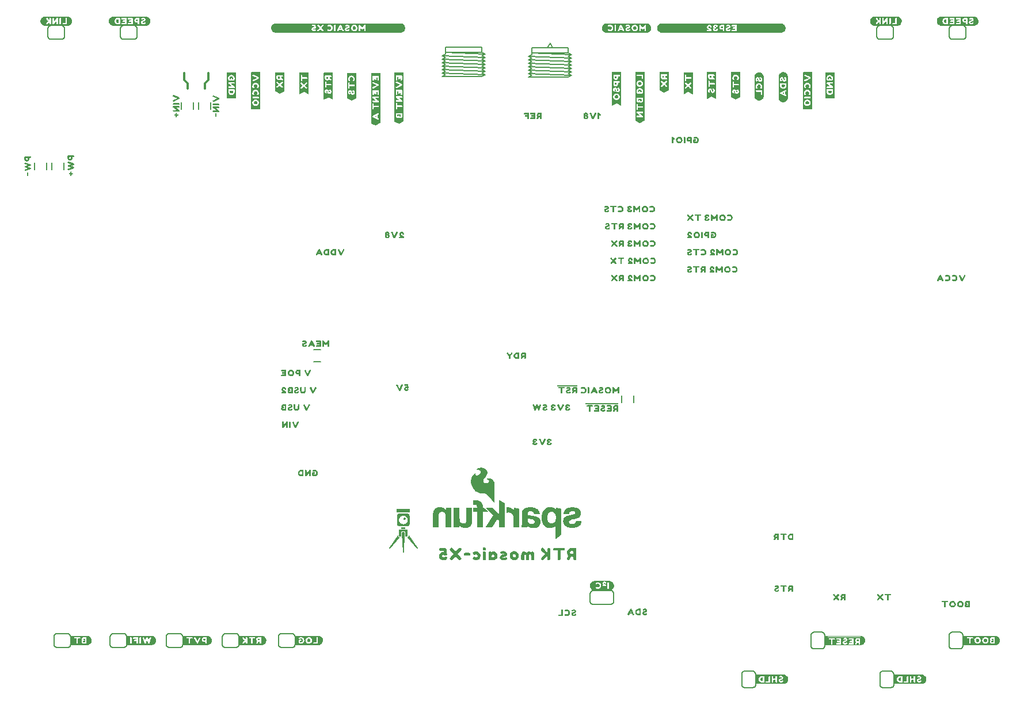
<source format=gbo>
G04 EAGLE Gerber RS-274X export*
G75*
%MOMM*%
%FSLAX34Y34*%
%LPD*%
%INSilkscreen Bottom*%
%IPPOS*%
%AMOC8*
5,1,8,0,0,1.08239X$1,22.5*%
G01*
%ADD10C,0.152400*%
%ADD11C,0.304800*%
%ADD12C,0.203200*%

G36*
X602122Y983756D02*
X602122Y983756D01*
X602212Y983751D01*
X602214Y983752D01*
X602215Y983751D01*
X602815Y983751D01*
X602819Y983754D01*
X602822Y983751D01*
X603522Y983851D01*
X603526Y983855D01*
X603529Y983853D01*
X604229Y984053D01*
X604230Y984054D01*
X604231Y984053D01*
X604831Y984253D01*
X604834Y984258D01*
X604837Y984256D01*
X606037Y984856D01*
X606039Y984860D01*
X606042Y984859D01*
X606642Y985259D01*
X606645Y985266D01*
X606650Y985265D01*
X607150Y985765D01*
X607150Y985769D01*
X607153Y985769D01*
X607953Y986769D01*
X607954Y986773D01*
X607956Y986773D01*
X608356Y987373D01*
X608356Y987377D01*
X608359Y987378D01*
X608659Y987978D01*
X608658Y987985D01*
X608662Y987986D01*
X608701Y988121D01*
X608715Y988170D01*
X608757Y988318D01*
X608799Y988465D01*
X608813Y988515D01*
X608855Y988662D01*
X608856Y988662D01*
X608855Y988662D01*
X608862Y988686D01*
X608861Y988690D01*
X608864Y988692D01*
X608964Y989292D01*
X608963Y989293D01*
X608964Y989293D01*
X609164Y990693D01*
X609158Y990703D01*
X609164Y990708D01*
X609064Y991308D01*
X608964Y992007D01*
X608960Y992011D01*
X608962Y992014D01*
X608762Y992714D01*
X608761Y992715D01*
X608762Y992716D01*
X608562Y993316D01*
X608557Y993319D01*
X608559Y993322D01*
X607959Y994522D01*
X607949Y994527D01*
X607950Y994535D01*
X607452Y995033D01*
X607053Y995531D01*
X607046Y995533D01*
X607046Y995538D01*
X606546Y995938D01*
X606542Y995939D01*
X606542Y995941D01*
X605342Y996741D01*
X605333Y996740D01*
X605331Y996747D01*
X604131Y997147D01*
X604129Y997146D01*
X604129Y997147D01*
X603429Y997347D01*
X603424Y997346D01*
X603422Y997349D01*
X602722Y997449D01*
X602717Y997446D01*
X602715Y997449D01*
X418815Y997449D01*
X418811Y997446D01*
X418808Y997449D01*
X418108Y997349D01*
X418107Y997348D01*
X418107Y997349D01*
X417507Y997249D01*
X417504Y997245D01*
X417501Y997247D01*
X416801Y997047D01*
X416800Y997046D01*
X416799Y997047D01*
X416199Y996847D01*
X416196Y996842D01*
X416193Y996844D01*
X415593Y996544D01*
X415591Y996540D01*
X415588Y996541D01*
X414988Y996141D01*
X414987Y996138D01*
X414984Y996138D01*
X413984Y995338D01*
X413983Y995334D01*
X413980Y995335D01*
X413480Y994835D01*
X413479Y994828D01*
X413474Y994827D01*
X413074Y994227D01*
X413074Y994223D01*
X413071Y994222D01*
X412471Y993022D01*
X412472Y993015D01*
X412468Y993014D01*
X412456Y992974D01*
X412442Y992925D01*
X412400Y992777D01*
X412358Y992629D01*
X412344Y992580D01*
X412302Y992432D01*
X412268Y992314D01*
X412269Y992310D01*
X412266Y992308D01*
X412166Y991708D01*
X412167Y991707D01*
X412166Y991707D01*
X412066Y991007D01*
X412068Y991004D01*
X412069Y991002D01*
X412066Y991000D01*
X412066Y990300D01*
X412069Y990295D01*
X412066Y990292D01*
X412166Y989692D01*
X412266Y988993D01*
X412270Y988989D01*
X412268Y988986D01*
X412468Y988286D01*
X412469Y988285D01*
X412468Y988284D01*
X412668Y987684D01*
X412676Y987679D01*
X412674Y987673D01*
X413073Y987074D01*
X413373Y986575D01*
X413378Y986573D01*
X413377Y986568D01*
X413877Y985968D01*
X413884Y985967D01*
X413884Y985962D01*
X414382Y985563D01*
X414880Y985065D01*
X414889Y985064D01*
X414890Y985058D01*
X415389Y984758D01*
X415988Y984359D01*
X415999Y984360D01*
X416001Y984353D01*
X416700Y984153D01*
X417299Y983953D01*
X417306Y983955D01*
X417308Y983951D01*
X418708Y983751D01*
X418713Y983754D01*
X418715Y983751D01*
X602115Y983751D01*
X602122Y983756D01*
G37*
G36*
X1161909Y983754D02*
X1161909Y983754D01*
X1161912Y983751D01*
X1163312Y983951D01*
X1163317Y983956D01*
X1163321Y983953D01*
X1163920Y984153D01*
X1164619Y984353D01*
X1164623Y984358D01*
X1164627Y984356D01*
X1165227Y984656D01*
X1165230Y984663D01*
X1165236Y984662D01*
X1165734Y985060D01*
X1166332Y985459D01*
X1166335Y985466D01*
X1166340Y985465D01*
X1166840Y985965D01*
X1166840Y985969D01*
X1166843Y985969D01*
X1167243Y986469D01*
X1167244Y986473D01*
X1167246Y986473D01*
X1167646Y987073D01*
X1167646Y987077D01*
X1167649Y987078D01*
X1168249Y988278D01*
X1168248Y988283D01*
X1168252Y988284D01*
X1168452Y988884D01*
X1168450Y988891D01*
X1168454Y988893D01*
X1168654Y990293D01*
X1168651Y990298D01*
X1168654Y990300D01*
X1168654Y990900D01*
X1168651Y990904D01*
X1168654Y990907D01*
X1168454Y992307D01*
X1168449Y992312D01*
X1168452Y992316D01*
X1168252Y992916D01*
X1168247Y992919D01*
X1168249Y992922D01*
X1167649Y994122D01*
X1167645Y994124D01*
X1167646Y994127D01*
X1167246Y994727D01*
X1167243Y994728D01*
X1167243Y994731D01*
X1166843Y995231D01*
X1166839Y995232D01*
X1166840Y995235D01*
X1166340Y995735D01*
X1166333Y995736D01*
X1166332Y995741D01*
X1165734Y996140D01*
X1165236Y996538D01*
X1165228Y996539D01*
X1165227Y996544D01*
X1164627Y996844D01*
X1164620Y996843D01*
X1164619Y996847D01*
X1163920Y997047D01*
X1163321Y997247D01*
X1163316Y997245D01*
X1163314Y997245D01*
X1163312Y997249D01*
X1161912Y997449D01*
X1161907Y997446D01*
X1161905Y997449D01*
X986405Y997449D01*
X986401Y997446D01*
X986398Y997449D01*
X984998Y997249D01*
X984995Y997245D01*
X984993Y997245D01*
X984992Y997245D01*
X984989Y997247D01*
X984390Y997047D01*
X983691Y996847D01*
X983685Y996839D01*
X983678Y996841D01*
X983079Y996442D01*
X982580Y996142D01*
X982576Y996134D01*
X982570Y996135D01*
X982072Y995637D01*
X981574Y995238D01*
X981572Y995231D01*
X981567Y995232D01*
X981067Y994632D01*
X981067Y994626D01*
X981063Y994625D01*
X980763Y994126D01*
X980364Y993527D01*
X980365Y993520D01*
X980360Y993516D01*
X980358Y993516D01*
X980158Y992916D01*
X980159Y992914D01*
X980158Y992914D01*
X980147Y992875D01*
X980105Y992728D01*
X980062Y992580D01*
X980048Y992531D01*
X980006Y992383D01*
X979964Y992235D01*
X979958Y992214D01*
X979960Y992209D01*
X979956Y992207D01*
X979856Y991508D01*
X979756Y990908D01*
X979758Y990905D01*
X979758Y990904D01*
X979759Y990903D01*
X979756Y990900D01*
X979756Y990200D01*
X979759Y990196D01*
X979756Y990193D01*
X979856Y989493D01*
X979857Y989492D01*
X979856Y989492D01*
X979956Y988892D01*
X979960Y988889D01*
X979958Y988886D01*
X980158Y988186D01*
X980163Y988182D01*
X980161Y988178D01*
X980761Y986978D01*
X980765Y986976D01*
X980764Y986973D01*
X981164Y986373D01*
X981171Y986370D01*
X981170Y986365D01*
X981670Y985865D01*
X981674Y985865D01*
X981674Y985862D01*
X982172Y985463D01*
X982670Y984965D01*
X982682Y984964D01*
X982683Y984956D01*
X983883Y984356D01*
X983888Y984357D01*
X983889Y984353D01*
X984489Y984153D01*
X984491Y984154D01*
X984491Y984153D01*
X985191Y983953D01*
X985195Y983954D01*
X985197Y983951D01*
X985797Y983851D01*
X985798Y983852D01*
X985798Y983851D01*
X986498Y983751D01*
X986503Y983754D01*
X986505Y983751D01*
X1161905Y983751D01*
X1161909Y983754D01*
G37*
G36*
X566193Y847241D02*
X566193Y847241D01*
X566200Y847249D01*
X566207Y847246D01*
X572207Y850246D01*
X572214Y850259D01*
X572223Y850259D01*
X572623Y850759D01*
X572624Y850768D01*
X572629Y850772D01*
X572624Y850778D01*
X572624Y850782D01*
X572634Y850790D01*
X572634Y923890D01*
X572627Y923899D01*
X572632Y923906D01*
X572432Y924506D01*
X572388Y924536D01*
X572385Y924539D01*
X559485Y924539D01*
X559474Y924531D01*
X559467Y924536D01*
X558967Y924336D01*
X558942Y924295D01*
X558936Y924290D01*
X558936Y850590D01*
X558955Y850565D01*
X558954Y850552D01*
X559454Y850152D01*
X559462Y850151D01*
X559463Y850146D01*
X565563Y847146D01*
X565584Y847150D01*
X565593Y847141D01*
X566193Y847241D01*
G37*
G36*
X600483Y849781D02*
X600483Y849781D01*
X600490Y849789D01*
X600497Y849786D01*
X606497Y852786D01*
X606504Y852799D01*
X606513Y852799D01*
X606913Y853299D01*
X606914Y853308D01*
X606919Y853312D01*
X606914Y853318D01*
X606914Y853322D01*
X606924Y853330D01*
X606924Y924430D01*
X606916Y924441D01*
X606921Y924448D01*
X606721Y924948D01*
X606680Y924973D01*
X606675Y924979D01*
X593775Y924979D01*
X593769Y924975D01*
X593765Y924978D01*
X593265Y924878D01*
X593226Y924834D01*
X593228Y924832D01*
X593226Y924830D01*
X593226Y853130D01*
X593245Y853105D01*
X593244Y853092D01*
X593744Y852692D01*
X593752Y852691D01*
X593753Y852686D01*
X599853Y849686D01*
X599874Y849690D01*
X599883Y849681D01*
X600483Y849781D01*
G37*
G36*
X954813Y851051D02*
X954813Y851051D01*
X954820Y851059D01*
X954827Y851056D01*
X960927Y854056D01*
X960936Y854073D01*
X960947Y854075D01*
X961247Y854575D01*
X961247Y854580D01*
X961250Y854582D01*
X961246Y854587D01*
X961245Y854593D01*
X961254Y854600D01*
X961254Y925700D01*
X961243Y925715D01*
X961247Y925725D01*
X960947Y926225D01*
X960913Y926239D01*
X960905Y926249D01*
X948105Y926249D01*
X948090Y926238D01*
X948080Y926242D01*
X947580Y925942D01*
X947566Y925908D01*
X947556Y925900D01*
X947556Y854400D01*
X947577Y854372D01*
X947578Y854359D01*
X948178Y853959D01*
X948182Y853959D01*
X948183Y853956D01*
X954183Y850956D01*
X954204Y850960D01*
X954213Y850951D01*
X954813Y851051D01*
G37*
G36*
X740099Y291890D02*
X740099Y291890D01*
X740186Y291893D01*
X740186Y291894D01*
X740187Y291894D01*
X740262Y291935D01*
X740338Y291976D01*
X740338Y291977D01*
X740339Y291977D01*
X740390Y292049D01*
X740438Y292118D01*
X740438Y292119D01*
X740439Y292126D01*
X740465Y292260D01*
X740465Y317960D01*
X740463Y317969D01*
X740465Y317980D01*
X740365Y319880D01*
X740361Y319892D01*
X740362Y319907D01*
X740162Y321507D01*
X740154Y321531D01*
X740151Y321564D01*
X739751Y322964D01*
X739734Y322994D01*
X739719Y323042D01*
X739119Y324142D01*
X739101Y324162D01*
X739085Y324193D01*
X738385Y325093D01*
X738369Y325107D01*
X738354Y325129D01*
X737554Y325929D01*
X737527Y325945D01*
X737496Y325976D01*
X736596Y326576D01*
X736565Y326588D01*
X736526Y326613D01*
X735526Y327013D01*
X735507Y327016D01*
X735485Y327027D01*
X734385Y327327D01*
X734373Y327327D01*
X734360Y327333D01*
X733360Y327533D01*
X733328Y327532D01*
X733285Y327540D01*
X731485Y327540D01*
X731462Y327535D01*
X731431Y327536D01*
X730731Y327436D01*
X730698Y327423D01*
X730644Y327413D01*
X730154Y327217D01*
X729923Y327140D01*
X729885Y327140D01*
X729860Y327134D01*
X729834Y327137D01*
X729777Y327115D01*
X729716Y327101D01*
X729696Y327084D01*
X729672Y327075D01*
X729630Y327030D01*
X729583Y326991D01*
X729572Y326967D01*
X729555Y326948D01*
X729537Y326889D01*
X729512Y326832D01*
X729513Y326807D01*
X729505Y326782D01*
X729516Y326721D01*
X729518Y326659D01*
X729531Y326637D01*
X729535Y326611D01*
X729583Y326540D01*
X729601Y326507D01*
X729609Y326501D01*
X729616Y326491D01*
X729716Y326391D01*
X729748Y326371D01*
X729815Y326320D01*
X730415Y326020D01*
X730429Y326017D01*
X730444Y326007D01*
X730897Y325826D01*
X731252Y325560D01*
X731731Y325176D01*
X732097Y324810D01*
X732344Y324481D01*
X732505Y323998D01*
X732505Y323413D01*
X732329Y322798D01*
X732073Y322285D01*
X731527Y321739D01*
X730894Y321197D01*
X730074Y320924D01*
X729034Y320640D01*
X727538Y320640D01*
X726247Y321009D01*
X725136Y321750D01*
X724324Y322652D01*
X723965Y323817D01*
X723965Y325076D01*
X724607Y326451D01*
X725863Y327901D01*
X727554Y329591D01*
X727566Y329610D01*
X727587Y329629D01*
X727622Y329674D01*
X728887Y331329D01*
X728900Y331357D01*
X728925Y331390D01*
X729825Y333190D01*
X729832Y333218D01*
X729850Y333253D01*
X730350Y334953D01*
X730352Y334992D01*
X730365Y335060D01*
X730365Y336760D01*
X730357Y336794D01*
X730353Y336826D01*
X730352Y336850D01*
X730348Y336857D01*
X730344Y336887D01*
X729744Y338587D01*
X729723Y338619D01*
X729698Y338675D01*
X728598Y340275D01*
X728570Y340302D01*
X728527Y340354D01*
X726827Y341754D01*
X726798Y341768D01*
X726761Y341797D01*
X724461Y342997D01*
X724424Y343006D01*
X724369Y343031D01*
X722169Y343531D01*
X722131Y343531D01*
X722066Y343540D01*
X720066Y343440D01*
X720033Y343430D01*
X719983Y343426D01*
X718183Y342926D01*
X718167Y342918D01*
X718144Y342913D01*
X716644Y342313D01*
X716624Y342299D01*
X716593Y342288D01*
X715393Y341588D01*
X715382Y341578D01*
X715364Y341569D01*
X714668Y341073D01*
X714374Y340876D01*
X714331Y340831D01*
X714283Y340791D01*
X714273Y340768D01*
X714256Y340750D01*
X714237Y340690D01*
X714212Y340632D01*
X714213Y340608D01*
X714206Y340584D01*
X714216Y340522D01*
X714218Y340459D01*
X714230Y340438D01*
X714234Y340413D01*
X714271Y340362D01*
X714301Y340307D01*
X714321Y340293D01*
X714336Y340273D01*
X714391Y340244D01*
X714443Y340207D01*
X714470Y340202D01*
X714489Y340192D01*
X714526Y340191D01*
X714585Y340180D01*
X714685Y340180D01*
X714721Y340188D01*
X714777Y340191D01*
X715132Y340280D01*
X716364Y340280D01*
X717218Y340185D01*
X717952Y340001D01*
X718671Y339642D01*
X719409Y338996D01*
X719763Y338554D01*
X720038Y338004D01*
X720217Y337557D01*
X720300Y337060D01*
X720214Y336544D01*
X720036Y335922D01*
X719669Y335371D01*
X719667Y335366D01*
X719663Y335362D01*
X719186Y334598D01*
X718727Y334139D01*
X718050Y333560D01*
X716688Y332587D01*
X716569Y332527D01*
X715947Y332216D01*
X714632Y331840D01*
X714063Y331840D01*
X713502Y332081D01*
X713087Y332496D01*
X712848Y332894D01*
X712672Y333954D01*
X712758Y334385D01*
X712758Y334394D01*
X712758Y334395D01*
X712757Y334419D01*
X712765Y334460D01*
X712765Y335060D01*
X712749Y335128D01*
X712740Y335196D01*
X712730Y335211D01*
X712726Y335229D01*
X712682Y335282D01*
X712643Y335340D01*
X712627Y335349D01*
X712616Y335362D01*
X712552Y335391D01*
X712492Y335425D01*
X712474Y335426D01*
X712457Y335433D01*
X712388Y335431D01*
X712319Y335434D01*
X712300Y335427D01*
X712284Y335427D01*
X712250Y335408D01*
X712183Y335382D01*
X710583Y334382D01*
X710559Y334358D01*
X710516Y334329D01*
X708816Y332629D01*
X708795Y332596D01*
X708751Y332541D01*
X707451Y330141D01*
X707444Y330117D01*
X707427Y330088D01*
X706427Y327288D01*
X706423Y327257D01*
X706409Y327217D01*
X705909Y323917D01*
X705912Y323884D01*
X705905Y323838D01*
X706105Y320338D01*
X706115Y320306D01*
X706119Y320258D01*
X707119Y316658D01*
X707134Y316630D01*
X707147Y316586D01*
X709047Y312886D01*
X709066Y312864D01*
X709085Y312827D01*
X710485Y311027D01*
X710490Y311023D01*
X710491Y311020D01*
X710498Y311015D01*
X710508Y311000D01*
X712008Y309400D01*
X712030Y309385D01*
X712054Y309358D01*
X713754Y308058D01*
X713768Y308052D01*
X713782Y308039D01*
X715682Y306839D01*
X715704Y306831D01*
X715729Y306813D01*
X717729Y305913D01*
X717754Y305908D01*
X717785Y305893D01*
X719985Y305293D01*
X720008Y305292D01*
X720038Y305283D01*
X722438Y304983D01*
X722459Y304985D01*
X722485Y304980D01*
X726334Y304980D01*
X727356Y304701D01*
X728396Y304228D01*
X729348Y303562D01*
X730323Y302684D01*
X731405Y301602D01*
X732495Y300314D01*
X732501Y300310D01*
X732506Y300301D01*
X733806Y298901D01*
X735005Y297603D01*
X736099Y296410D01*
X737093Y295217D01*
X737098Y295213D01*
X737102Y295206D01*
X737993Y294216D01*
X738685Y293327D01*
X738691Y293321D01*
X738696Y293313D01*
X739296Y292613D01*
X739307Y292605D01*
X739316Y292591D01*
X739673Y292235D01*
X739744Y292091D01*
X739745Y292090D01*
X739797Y292027D01*
X739854Y291958D01*
X739855Y291957D01*
X739856Y291957D01*
X739931Y291923D01*
X740013Y291887D01*
X740014Y291886D01*
X740099Y291890D01*
G37*
G36*
X964129Y983754D02*
X964129Y983754D01*
X964132Y983751D01*
X965532Y983951D01*
X965533Y983952D01*
X965533Y983951D01*
X966133Y984051D01*
X966140Y984059D01*
X966147Y984056D01*
X966746Y984355D01*
X967444Y984655D01*
X967447Y984659D01*
X967450Y984658D01*
X967950Y984958D01*
X967952Y984963D01*
X967957Y984962D01*
X968556Y985462D01*
X969056Y985862D01*
X969058Y985869D01*
X969063Y985869D01*
X969463Y986369D01*
X969464Y986373D01*
X969466Y986373D01*
X969866Y986973D01*
X969866Y986977D01*
X969869Y986978D01*
X970469Y988178D01*
X970468Y988183D01*
X970472Y988184D01*
X970672Y988784D01*
X970670Y988791D01*
X970674Y988793D01*
X970874Y990193D01*
X970871Y990198D01*
X970874Y990200D01*
X970874Y991500D01*
X970871Y991504D01*
X970874Y991507D01*
X970774Y992207D01*
X970769Y992212D01*
X970772Y992216D01*
X970572Y992816D01*
X970569Y992817D01*
X970570Y992819D01*
X970270Y993519D01*
X970268Y993521D01*
X970269Y993522D01*
X969969Y994122D01*
X969962Y994125D01*
X969963Y994131D01*
X969565Y994629D01*
X969166Y995227D01*
X969156Y995231D01*
X969156Y995238D01*
X968658Y995637D01*
X968160Y996135D01*
X968148Y996136D01*
X968147Y996144D01*
X966347Y997044D01*
X966340Y997043D01*
X966339Y997047D01*
X965639Y997247D01*
X965635Y997246D01*
X965633Y997249D01*
X965033Y997349D01*
X965032Y997348D01*
X965032Y997349D01*
X964332Y997449D01*
X964327Y997446D01*
X964325Y997449D01*
X905125Y997449D01*
X905121Y997446D01*
X905118Y997449D01*
X904418Y997349D01*
X904417Y997348D01*
X904417Y997349D01*
X903817Y997249D01*
X903814Y997245D01*
X903811Y997247D01*
X903111Y997047D01*
X903110Y997046D01*
X903109Y997047D01*
X902509Y996847D01*
X902506Y996842D01*
X902503Y996844D01*
X901903Y996544D01*
X901901Y996540D01*
X901898Y996541D01*
X901298Y996141D01*
X901297Y996138D01*
X901294Y996138D01*
X900794Y995738D01*
X900793Y995734D01*
X900790Y995735D01*
X900290Y995235D01*
X900290Y995231D01*
X900287Y995231D01*
X899887Y994731D01*
X899886Y994727D01*
X899884Y994727D01*
X899484Y994127D01*
X899484Y994123D01*
X899481Y994122D01*
X898881Y992922D01*
X898882Y992917D01*
X898878Y992916D01*
X898678Y992316D01*
X898680Y992309D01*
X898676Y992307D01*
X898476Y990907D01*
X898479Y990902D01*
X898476Y990900D01*
X898476Y990200D01*
X898479Y990195D01*
X898476Y990192D01*
X898576Y989592D01*
X898676Y988893D01*
X898681Y988888D01*
X898678Y988884D01*
X898878Y988284D01*
X898881Y988283D01*
X898880Y988281D01*
X899180Y987581D01*
X899182Y987579D01*
X899181Y987578D01*
X899481Y986978D01*
X899488Y986975D01*
X899487Y986969D01*
X900287Y985969D01*
X900291Y985968D01*
X900290Y985965D01*
X900790Y985465D01*
X900797Y985464D01*
X900798Y985459D01*
X901396Y985060D01*
X901894Y984662D01*
X901902Y984661D01*
X901903Y984656D01*
X902503Y984356D01*
X902510Y984357D01*
X902511Y984353D01*
X903210Y984153D01*
X903809Y983953D01*
X903816Y983955D01*
X903818Y983951D01*
X905218Y983751D01*
X905223Y983754D01*
X905225Y983751D01*
X964125Y983751D01*
X964129Y983754D01*
G37*
G36*
X830984Y238391D02*
X830984Y238391D01*
X831046Y238393D01*
X831068Y238406D01*
X831094Y238410D01*
X831165Y238458D01*
X831198Y238476D01*
X831204Y238484D01*
X831214Y238491D01*
X832099Y239376D01*
X833083Y240163D01*
X833089Y240171D01*
X833099Y240177D01*
X834099Y241077D01*
X834105Y241085D01*
X834114Y241091D01*
X834999Y241976D01*
X835983Y242763D01*
X835989Y242771D01*
X835999Y242777D01*
X836991Y243670D01*
X837983Y244463D01*
X837994Y244478D01*
X838014Y244491D01*
X838914Y245391D01*
X838954Y245456D01*
X838998Y245518D01*
X839000Y245530D01*
X839005Y245538D01*
X839009Y245575D01*
X839025Y245660D01*
X839025Y282560D01*
X839023Y282569D01*
X839025Y282579D01*
X839003Y282653D01*
X838986Y282729D01*
X838980Y282736D01*
X838977Y282745D01*
X838925Y282803D01*
X838876Y282862D01*
X838867Y282866D01*
X838860Y282873D01*
X838728Y282931D01*
X836928Y283331D01*
X836909Y283331D01*
X836887Y283338D01*
X836003Y283436D01*
X835020Y283633D01*
X835005Y283632D01*
X834987Y283638D01*
X834107Y283736D01*
X832328Y284131D01*
X832308Y284131D01*
X832283Y284138D01*
X831283Y284238D01*
X831214Y284229D01*
X831144Y284227D01*
X831129Y284218D01*
X831111Y284216D01*
X831053Y284177D01*
X830992Y284144D01*
X830982Y284129D01*
X830967Y284120D01*
X830932Y284059D01*
X830892Y284002D01*
X830889Y283983D01*
X830881Y283969D01*
X830878Y283930D01*
X830865Y283860D01*
X830865Y281429D01*
X830753Y281584D01*
X830742Y281593D01*
X830738Y281601D01*
X830735Y281603D01*
X830729Y281613D01*
X830402Y281981D01*
X830064Y282361D01*
X829929Y282513D01*
X829900Y282533D01*
X829863Y282572D01*
X827863Y283972D01*
X827828Y283986D01*
X827775Y284017D01*
X826675Y284417D01*
X826658Y284419D01*
X826637Y284429D01*
X825437Y284729D01*
X825423Y284729D01*
X825408Y284735D01*
X824208Y284935D01*
X824192Y284934D01*
X824174Y284939D01*
X822874Y285039D01*
X822846Y285035D01*
X822808Y285038D01*
X819708Y284738D01*
X819676Y284727D01*
X819625Y284721D01*
X816925Y283821D01*
X816892Y283800D01*
X816831Y283774D01*
X814631Y282274D01*
X814608Y282250D01*
X814569Y282222D01*
X812769Y280322D01*
X812751Y280290D01*
X812714Y280247D01*
X811414Y277947D01*
X811408Y277926D01*
X811392Y277901D01*
X810392Y275401D01*
X810388Y275374D01*
X810373Y275340D01*
X809773Y272540D01*
X809774Y272516D01*
X809766Y272485D01*
X809566Y269485D01*
X809569Y269463D01*
X809566Y269433D01*
X809766Y266633D01*
X809773Y266610D01*
X809774Y266578D01*
X810374Y263878D01*
X810386Y263852D01*
X810394Y263814D01*
X811394Y261414D01*
X811407Y261395D01*
X811418Y261367D01*
X812718Y259167D01*
X812742Y259142D01*
X812769Y259099D01*
X814569Y257199D01*
X814598Y257180D01*
X814634Y257144D01*
X816734Y255744D01*
X816768Y255731D01*
X816816Y255702D01*
X819316Y254802D01*
X819352Y254798D01*
X819406Y254782D01*
X822306Y254482D01*
X822335Y254485D01*
X822374Y254481D01*
X823674Y254581D01*
X823687Y254585D01*
X823703Y254584D01*
X825003Y254784D01*
X825021Y254791D01*
X825045Y254793D01*
X826145Y255093D01*
X826164Y255103D01*
X826191Y255109D01*
X827391Y255609D01*
X827411Y255623D01*
X827441Y255634D01*
X828441Y256234D01*
X828449Y256242D01*
X828463Y256249D01*
X829463Y256949D01*
X829487Y256975D01*
X829529Y257007D01*
X830329Y257907D01*
X830333Y257915D01*
X830342Y257922D01*
X830565Y258201D01*
X830565Y238760D01*
X830571Y238735D01*
X830568Y238709D01*
X830590Y238652D01*
X830604Y238591D01*
X830621Y238571D01*
X830630Y238547D01*
X830675Y238505D01*
X830714Y238458D01*
X830738Y238447D01*
X830757Y238430D01*
X830816Y238412D01*
X830873Y238387D01*
X830898Y238388D01*
X830923Y238380D01*
X830984Y238391D01*
G37*
G36*
X1445569Y993914D02*
X1445569Y993914D01*
X1445572Y993911D01*
X1446972Y994111D01*
X1446973Y994112D01*
X1446973Y994111D01*
X1447573Y994211D01*
X1447579Y994218D01*
X1447584Y994215D01*
X1448284Y994515D01*
X1448286Y994517D01*
X1448287Y994516D01*
X1448887Y994816D01*
X1448888Y994819D01*
X1448890Y994818D01*
X1449390Y995118D01*
X1449391Y995119D01*
X1449392Y995119D01*
X1449992Y995519D01*
X1449995Y995526D01*
X1450000Y995525D01*
X1450500Y996025D01*
X1450500Y996029D01*
X1450503Y996029D01*
X1451303Y997029D01*
X1451304Y997037D01*
X1451309Y997038D01*
X1451609Y997638D01*
X1451609Y997640D01*
X1451610Y997641D01*
X1451910Y998341D01*
X1451910Y998344D01*
X1451912Y998344D01*
X1452112Y998944D01*
X1452111Y998946D01*
X1452112Y998946D01*
X1452133Y999019D01*
X1452147Y999069D01*
X1452189Y999216D01*
X1452190Y999216D01*
X1452189Y999216D01*
X1452232Y999364D01*
X1452246Y999413D01*
X1452288Y999561D01*
X1452312Y999646D01*
X1452311Y999650D01*
X1452314Y999652D01*
X1452414Y1000252D01*
X1452411Y1000257D01*
X1452414Y1000260D01*
X1452414Y1000960D01*
X1452411Y1000964D01*
X1452414Y1000967D01*
X1452314Y1001667D01*
X1452313Y1001668D01*
X1452314Y1001668D01*
X1452214Y1002268D01*
X1452210Y1002271D01*
X1452212Y1002274D01*
X1452012Y1002974D01*
X1452011Y1002975D01*
X1452012Y1002976D01*
X1451812Y1003576D01*
X1451807Y1003579D01*
X1451809Y1003582D01*
X1451509Y1004182D01*
X1451505Y1004184D01*
X1451506Y1004187D01*
X1451106Y1004787D01*
X1451103Y1004788D01*
X1451103Y1004791D01*
X1450703Y1005291D01*
X1450699Y1005292D01*
X1450700Y1005295D01*
X1450200Y1005795D01*
X1450196Y1005795D01*
X1450196Y1005798D01*
X1449696Y1006198D01*
X1449692Y1006199D01*
X1449692Y1006201D01*
X1449092Y1006601D01*
X1449088Y1006601D01*
X1449087Y1006604D01*
X1447887Y1007204D01*
X1447880Y1007203D01*
X1447879Y1007207D01*
X1447179Y1007407D01*
X1447175Y1007406D01*
X1447173Y1007409D01*
X1446573Y1007509D01*
X1446572Y1007508D01*
X1446572Y1007509D01*
X1445872Y1007609D01*
X1445867Y1007606D01*
X1445865Y1007609D01*
X1397465Y1007609D01*
X1397461Y1007606D01*
X1397458Y1007609D01*
X1396758Y1007509D01*
X1396753Y1007504D01*
X1396749Y1007507D01*
X1396150Y1007307D01*
X1395451Y1007107D01*
X1395447Y1007102D01*
X1395443Y1007104D01*
X1394243Y1006504D01*
X1394240Y1006497D01*
X1394234Y1006498D01*
X1393234Y1005698D01*
X1393233Y1005694D01*
X1393230Y1005695D01*
X1392730Y1005195D01*
X1392729Y1005188D01*
X1392724Y1005187D01*
X1391924Y1003987D01*
X1391925Y1003978D01*
X1391918Y1003976D01*
X1391719Y1003379D01*
X1391421Y1002782D01*
X1391423Y1002771D01*
X1391416Y1002767D01*
X1391316Y1002068D01*
X1391216Y1001468D01*
X1391217Y1001467D01*
X1391216Y1001467D01*
X1391116Y1000767D01*
X1391121Y1000758D01*
X1391116Y1000753D01*
X1391216Y1000053D01*
X1391217Y1000052D01*
X1391216Y1000052D01*
X1391316Y999452D01*
X1391416Y998753D01*
X1391424Y998745D01*
X1391421Y998738D01*
X1391719Y998141D01*
X1391918Y997544D01*
X1391926Y997539D01*
X1391924Y997533D01*
X1392724Y996333D01*
X1392731Y996330D01*
X1392730Y996325D01*
X1393230Y995825D01*
X1393234Y995825D01*
X1393234Y995822D01*
X1394234Y995022D01*
X1394242Y995021D01*
X1394243Y995016D01*
X1395443Y994416D01*
X1395450Y994417D01*
X1395451Y994413D01*
X1396150Y994213D01*
X1396749Y994013D01*
X1396756Y994015D01*
X1396758Y994011D01*
X1397458Y993911D01*
X1397463Y993914D01*
X1397465Y993911D01*
X1445565Y993911D01*
X1445569Y993914D01*
G37*
G36*
X227639Y993914D02*
X227639Y993914D01*
X227642Y993911D01*
X229042Y994111D01*
X229043Y994112D01*
X229043Y994111D01*
X229643Y994211D01*
X229649Y994218D01*
X229654Y994215D01*
X230354Y994515D01*
X230356Y994517D01*
X230357Y994516D01*
X230957Y994816D01*
X230958Y994819D01*
X230960Y994818D01*
X231460Y995118D01*
X231461Y995119D01*
X231462Y995119D01*
X232062Y995519D01*
X232065Y995526D01*
X232070Y995525D01*
X232570Y996025D01*
X232570Y996029D01*
X232573Y996029D01*
X233373Y997029D01*
X233374Y997037D01*
X233379Y997038D01*
X233679Y997638D01*
X233679Y997640D01*
X233680Y997641D01*
X233980Y998341D01*
X233980Y998344D01*
X233982Y998344D01*
X234182Y998944D01*
X234181Y998946D01*
X234182Y998946D01*
X234203Y999019D01*
X234217Y999069D01*
X234259Y999216D01*
X234260Y999216D01*
X234259Y999216D01*
X234302Y999364D01*
X234316Y999413D01*
X234358Y999561D01*
X234382Y999646D01*
X234381Y999650D01*
X234384Y999652D01*
X234484Y1000252D01*
X234481Y1000257D01*
X234484Y1000260D01*
X234484Y1000960D01*
X234481Y1000964D01*
X234484Y1000967D01*
X234384Y1001667D01*
X234383Y1001668D01*
X234384Y1001668D01*
X234284Y1002268D01*
X234280Y1002271D01*
X234282Y1002274D01*
X234082Y1002974D01*
X234081Y1002975D01*
X234082Y1002976D01*
X233882Y1003576D01*
X233877Y1003579D01*
X233879Y1003582D01*
X233579Y1004182D01*
X233575Y1004184D01*
X233576Y1004187D01*
X233176Y1004787D01*
X233173Y1004788D01*
X233173Y1004791D01*
X232773Y1005291D01*
X232769Y1005292D01*
X232770Y1005295D01*
X232270Y1005795D01*
X232266Y1005795D01*
X232266Y1005798D01*
X231766Y1006198D01*
X231762Y1006199D01*
X231762Y1006201D01*
X231162Y1006601D01*
X231158Y1006601D01*
X231157Y1006604D01*
X229957Y1007204D01*
X229950Y1007203D01*
X229949Y1007207D01*
X229249Y1007407D01*
X229245Y1007406D01*
X229243Y1007409D01*
X228643Y1007509D01*
X228642Y1007508D01*
X228642Y1007509D01*
X227942Y1007609D01*
X227937Y1007606D01*
X227935Y1007609D01*
X179535Y1007609D01*
X179531Y1007606D01*
X179528Y1007609D01*
X178828Y1007509D01*
X178823Y1007504D01*
X178819Y1007507D01*
X178220Y1007307D01*
X177521Y1007107D01*
X177517Y1007102D01*
X177513Y1007104D01*
X176313Y1006504D01*
X176310Y1006497D01*
X176304Y1006498D01*
X175304Y1005698D01*
X175303Y1005694D01*
X175300Y1005695D01*
X174800Y1005195D01*
X174799Y1005188D01*
X174794Y1005187D01*
X173994Y1003987D01*
X173995Y1003978D01*
X173988Y1003976D01*
X173789Y1003379D01*
X173491Y1002782D01*
X173493Y1002771D01*
X173486Y1002767D01*
X173386Y1002068D01*
X173286Y1001468D01*
X173287Y1001467D01*
X173286Y1001467D01*
X173186Y1000767D01*
X173191Y1000758D01*
X173186Y1000753D01*
X173286Y1000053D01*
X173287Y1000052D01*
X173286Y1000052D01*
X173386Y999452D01*
X173486Y998753D01*
X173494Y998745D01*
X173491Y998738D01*
X173789Y998141D01*
X173988Y997544D01*
X173996Y997539D01*
X173994Y997533D01*
X174794Y996333D01*
X174801Y996330D01*
X174800Y996325D01*
X175300Y995825D01*
X175304Y995825D01*
X175304Y995822D01*
X176304Y995022D01*
X176312Y995021D01*
X176313Y995016D01*
X177513Y994416D01*
X177520Y994417D01*
X177521Y994413D01*
X178220Y994213D01*
X178819Y994013D01*
X178826Y994015D01*
X178828Y994011D01*
X179528Y993911D01*
X179533Y993914D01*
X179535Y993911D01*
X227635Y993911D01*
X227639Y993914D01*
G37*
G36*
X1278849Y82054D02*
X1278849Y82054D01*
X1278852Y82051D01*
X1279548Y82151D01*
X1280145Y82151D01*
X1280153Y82157D01*
X1280159Y82153D01*
X1280859Y82353D01*
X1280860Y82354D01*
X1280861Y82353D01*
X1281461Y82553D01*
X1281464Y82558D01*
X1281467Y82556D01*
X1282067Y82856D01*
X1282069Y82860D01*
X1282072Y82859D01*
X1283272Y83659D01*
X1283273Y83662D01*
X1283276Y83662D01*
X1283776Y84062D01*
X1283778Y84069D01*
X1283783Y84069D01*
X1284183Y84569D01*
X1284184Y84573D01*
X1284186Y84573D01*
X1284986Y85773D01*
X1284986Y85777D01*
X1284989Y85778D01*
X1285289Y86378D01*
X1285288Y86383D01*
X1285292Y86384D01*
X1285492Y86984D01*
X1285490Y86991D01*
X1285494Y86993D01*
X1285594Y87692D01*
X1285694Y88292D01*
X1285691Y88297D01*
X1285694Y88300D01*
X1285694Y89700D01*
X1285691Y89704D01*
X1285694Y89707D01*
X1285594Y90407D01*
X1285589Y90412D01*
X1285592Y90416D01*
X1285392Y91015D01*
X1285192Y91714D01*
X1285187Y91718D01*
X1285189Y91722D01*
X1284889Y92322D01*
X1284882Y92325D01*
X1284883Y92331D01*
X1284485Y92829D01*
X1284086Y93427D01*
X1284076Y93431D01*
X1284076Y93438D01*
X1283578Y93837D01*
X1283080Y94335D01*
X1283073Y94336D01*
X1283072Y94341D01*
X1282472Y94741D01*
X1282468Y94741D01*
X1282467Y94744D01*
X1281267Y95344D01*
X1281262Y95343D01*
X1281261Y95347D01*
X1280661Y95547D01*
X1280656Y95545D01*
X1280654Y95545D01*
X1280652Y95549D01*
X1279252Y95749D01*
X1279247Y95746D01*
X1279245Y95749D01*
X1227445Y95749D01*
X1227436Y95742D01*
X1227427Y95736D01*
X1227415Y95739D01*
X1227015Y95439D01*
X1227010Y95420D01*
X1226998Y95411D01*
X1227002Y95405D01*
X1226996Y95400D01*
X1226996Y82500D01*
X1227009Y82482D01*
X1227006Y82470D01*
X1227306Y82070D01*
X1227337Y82062D01*
X1227345Y82051D01*
X1278845Y82051D01*
X1278849Y82054D01*
G37*
G36*
X1207632Y870797D02*
X1207632Y870797D01*
X1207627Y870804D01*
X1207634Y870810D01*
X1207634Y925010D01*
X1207631Y925015D01*
X1207634Y925018D01*
X1207534Y925618D01*
X1207490Y925659D01*
X1207488Y925656D01*
X1207485Y925659D01*
X1194685Y925659D01*
X1194681Y925656D01*
X1194678Y925659D01*
X1193978Y925559D01*
X1193936Y925516D01*
X1193940Y925513D01*
X1193936Y925510D01*
X1193936Y871410D01*
X1193939Y871405D01*
X1193936Y871402D01*
X1194036Y870802D01*
X1194080Y870761D01*
X1194083Y870764D01*
X1194085Y870761D01*
X1207585Y870761D01*
X1207632Y870797D01*
G37*
G36*
X396102Y870797D02*
X396102Y870797D01*
X396097Y870804D01*
X396104Y870810D01*
X396104Y925010D01*
X396101Y925015D01*
X396104Y925018D01*
X396004Y925618D01*
X395960Y925659D01*
X395958Y925656D01*
X395955Y925659D01*
X383155Y925659D01*
X383151Y925656D01*
X383148Y925659D01*
X382448Y925559D01*
X382406Y925516D01*
X382410Y925513D01*
X382406Y925510D01*
X382406Y871410D01*
X382409Y871405D01*
X382406Y871402D01*
X382506Y870802D01*
X382550Y870761D01*
X382553Y870764D01*
X382555Y870761D01*
X396055Y870761D01*
X396102Y870797D01*
G37*
G36*
X1477349Y82054D02*
X1477349Y82054D01*
X1477352Y82051D01*
X1478052Y82151D01*
X1478053Y82152D01*
X1478053Y82151D01*
X1478653Y82251D01*
X1478656Y82255D01*
X1478659Y82253D01*
X1479359Y82453D01*
X1479360Y82454D01*
X1479361Y82453D01*
X1479961Y82653D01*
X1479964Y82658D01*
X1479967Y82656D01*
X1480567Y82956D01*
X1480569Y82960D01*
X1480572Y82959D01*
X1481172Y83359D01*
X1481173Y83362D01*
X1481176Y83362D01*
X1481676Y83762D01*
X1481677Y83766D01*
X1481680Y83765D01*
X1482180Y84265D01*
X1482180Y84269D01*
X1482183Y84269D01*
X1482583Y84769D01*
X1482584Y84773D01*
X1482586Y84773D01*
X1482986Y85373D01*
X1482986Y85377D01*
X1482989Y85378D01*
X1483589Y86578D01*
X1483588Y86583D01*
X1483592Y86584D01*
X1483792Y87184D01*
X1483790Y87191D01*
X1483794Y87193D01*
X1483994Y88593D01*
X1483991Y88598D01*
X1483994Y88600D01*
X1483994Y89300D01*
X1483991Y89305D01*
X1483994Y89308D01*
X1483894Y89908D01*
X1483794Y90607D01*
X1483789Y90612D01*
X1483792Y90616D01*
X1483592Y91216D01*
X1483589Y91217D01*
X1483590Y91219D01*
X1483290Y91919D01*
X1483288Y91921D01*
X1483289Y91922D01*
X1482989Y92522D01*
X1482982Y92525D01*
X1482983Y92531D01*
X1482183Y93531D01*
X1482179Y93532D01*
X1482180Y93535D01*
X1481680Y94035D01*
X1481676Y94035D01*
X1481676Y94038D01*
X1481176Y94438D01*
X1481172Y94439D01*
X1481172Y94441D01*
X1480572Y94841D01*
X1480568Y94841D01*
X1480567Y94844D01*
X1479967Y95144D01*
X1479960Y95143D01*
X1479959Y95147D01*
X1479260Y95347D01*
X1478661Y95547D01*
X1478656Y95545D01*
X1478654Y95545D01*
X1478652Y95549D01*
X1477953Y95649D01*
X1477353Y95749D01*
X1477348Y95746D01*
X1477345Y95749D01*
X1430445Y95749D01*
X1430407Y95720D01*
X1430399Y95718D01*
X1430199Y95218D01*
X1430200Y95216D01*
X1430198Y95214D01*
X1430202Y95208D01*
X1430203Y95205D01*
X1430196Y95200D01*
X1430196Y82400D01*
X1430215Y82374D01*
X1430215Y82361D01*
X1430615Y82061D01*
X1430637Y82061D01*
X1430645Y82051D01*
X1477345Y82051D01*
X1477349Y82054D01*
G37*
G36*
X799061Y254384D02*
X799061Y254384D01*
X799083Y254382D01*
X800083Y254482D01*
X800102Y254488D01*
X800128Y254489D01*
X801928Y254889D01*
X801943Y254896D01*
X801965Y254899D01*
X802865Y255199D01*
X802885Y255212D01*
X802915Y255220D01*
X803595Y255560D01*
X803715Y255620D01*
X803722Y255626D01*
X803734Y255630D01*
X804434Y256030D01*
X804446Y256042D01*
X804466Y256051D01*
X805166Y256551D01*
X805175Y256560D01*
X805188Y256568D01*
X805788Y257068D01*
X805805Y257090D01*
X805834Y257113D01*
X806434Y257813D01*
X806448Y257839D01*
X806475Y257871D01*
X807275Y259271D01*
X807284Y259301D01*
X807306Y259340D01*
X807906Y261140D01*
X807909Y261173D01*
X807923Y261218D01*
X808023Y262118D01*
X808023Y262122D01*
X808024Y262126D01*
X808124Y263226D01*
X808119Y263260D01*
X808122Y263311D01*
X807822Y265511D01*
X807811Y265539D01*
X807806Y265580D01*
X807206Y267380D01*
X807186Y267412D01*
X807165Y267466D01*
X806265Y268866D01*
X806237Y268893D01*
X806188Y268952D01*
X804988Y269952D01*
X804966Y269964D01*
X804941Y269986D01*
X803441Y270886D01*
X803413Y270895D01*
X803379Y270916D01*
X801779Y271516D01*
X801757Y271519D01*
X801732Y271530D01*
X800032Y271930D01*
X800021Y271930D01*
X800008Y271935D01*
X798208Y272235D01*
X798198Y272234D01*
X798187Y272238D01*
X796388Y272438D01*
X794691Y272637D01*
X793223Y272833D01*
X791858Y273223D01*
X790699Y273610D01*
X789901Y274053D01*
X789414Y274702D01*
X789325Y275677D01*
X789325Y276129D01*
X789418Y276682D01*
X789508Y277043D01*
X789683Y277482D01*
X790041Y278018D01*
X790270Y278248D01*
X790525Y278375D01*
X790615Y278420D01*
X790631Y278433D01*
X790656Y278444D01*
X790936Y278631D01*
X791186Y278755D01*
X791278Y278801D01*
X791628Y278889D01*
X792083Y278980D01*
X792445Y278980D01*
X792475Y278987D01*
X792520Y278987D01*
X792983Y279080D01*
X794507Y279080D01*
X795462Y278889D01*
X795853Y278791D01*
X795861Y278791D01*
X795870Y278787D01*
X796321Y278697D01*
X797054Y278331D01*
X797303Y278165D01*
X797850Y277618D01*
X798016Y277369D01*
X798198Y277004D01*
X798392Y276519D01*
X798400Y276507D01*
X798405Y276490D01*
X798582Y276136D01*
X798665Y275722D01*
X798665Y275160D01*
X798676Y275110D01*
X798678Y275059D01*
X798696Y275027D01*
X798704Y274991D01*
X798737Y274952D01*
X798761Y274907D01*
X798791Y274886D01*
X798814Y274858D01*
X798861Y274837D01*
X798903Y274807D01*
X798945Y274799D01*
X798973Y274787D01*
X799003Y274788D01*
X799045Y274780D01*
X806845Y274780D01*
X806922Y274798D01*
X807000Y274813D01*
X807006Y274817D01*
X807014Y274819D01*
X807075Y274870D01*
X807138Y274918D01*
X807142Y274925D01*
X807147Y274929D01*
X807180Y275002D01*
X807215Y275073D01*
X807215Y275081D01*
X807218Y275088D01*
X807217Y275121D01*
X807221Y275218D01*
X807021Y276518D01*
X807020Y276520D01*
X807020Y276523D01*
X806820Y277723D01*
X806809Y277750D01*
X806802Y277790D01*
X806402Y278890D01*
X806383Y278920D01*
X806361Y278971D01*
X805161Y280771D01*
X805145Y280786D01*
X805131Y280810D01*
X804431Y281610D01*
X804413Y281623D01*
X804412Y281625D01*
X804409Y281630D01*
X804406Y281632D01*
X804395Y281646D01*
X803595Y282346D01*
X803566Y282362D01*
X803530Y282392D01*
X802635Y282889D01*
X801641Y283486D01*
X801616Y283494D01*
X801586Y283513D01*
X800586Y283913D01*
X800567Y283916D01*
X800545Y283927D01*
X798345Y284527D01*
X798330Y284527D01*
X798313Y284534D01*
X797213Y284734D01*
X797210Y284734D01*
X797208Y284735D01*
X796008Y284935D01*
X795981Y284933D01*
X795945Y284940D01*
X791445Y284940D01*
X791430Y284937D01*
X791411Y284939D01*
X790311Y284839D01*
X790296Y284834D01*
X790277Y284834D01*
X788077Y284434D01*
X788074Y284433D01*
X788070Y284433D01*
X787070Y284233D01*
X787056Y284226D01*
X787036Y284224D01*
X786036Y283924D01*
X786017Y283914D01*
X785991Y283907D01*
X785091Y283507D01*
X785079Y283498D01*
X785060Y283492D01*
X784160Y282992D01*
X784144Y282977D01*
X784117Y282964D01*
X783317Y282364D01*
X783310Y282356D01*
X783298Y282349D01*
X782598Y281749D01*
X782577Y281721D01*
X782541Y281688D01*
X781941Y280888D01*
X781929Y280862D01*
X781905Y280830D01*
X781505Y280030D01*
X781502Y280016D01*
X781492Y280001D01*
X781092Y279001D01*
X781087Y278970D01*
X781071Y278928D01*
X780871Y277828D01*
X780872Y277812D01*
X780866Y277792D01*
X780766Y276592D01*
X780768Y276577D01*
X780765Y276560D01*
X780765Y259998D01*
X780672Y259535D01*
X780673Y259503D01*
X780665Y259460D01*
X780665Y259098D01*
X780572Y258635D01*
X780573Y258603D01*
X780565Y258560D01*
X780565Y258207D01*
X780376Y257452D01*
X780376Y257416D01*
X780365Y257360D01*
X780365Y257107D01*
X780280Y256766D01*
X780100Y256229D01*
X779929Y255971D01*
X779921Y255951D01*
X779905Y255930D01*
X779805Y255730D01*
X779793Y255680D01*
X779772Y255632D01*
X779773Y255597D01*
X779765Y255562D01*
X779776Y255511D01*
X779778Y255459D01*
X779796Y255428D01*
X779804Y255393D01*
X779836Y255353D01*
X779861Y255307D01*
X779890Y255286D01*
X779913Y255259D01*
X779960Y255237D01*
X780003Y255207D01*
X780044Y255199D01*
X780071Y255187D01*
X780102Y255188D01*
X780145Y255180D01*
X788045Y255180D01*
X788095Y255191D01*
X788146Y255193D01*
X788178Y255211D01*
X788214Y255219D01*
X788253Y255252D01*
X788298Y255276D01*
X788319Y255306D01*
X788347Y255329D01*
X788368Y255376D01*
X788398Y255418D01*
X788406Y255460D01*
X788418Y255488D01*
X788417Y255518D01*
X788425Y255560D01*
X788425Y255609D01*
X788434Y255623D01*
X788485Y255690D01*
X788585Y255890D01*
X788589Y255905D01*
X788598Y255918D01*
X788624Y256052D01*
X788625Y256059D01*
X788625Y256060D01*
X788625Y256109D01*
X788654Y256156D01*
X788698Y256218D01*
X788700Y256230D01*
X788705Y256238D01*
X788709Y256275D01*
X788725Y256360D01*
X788725Y256470D01*
X788785Y256590D01*
X788789Y256605D01*
X788798Y256618D01*
X788824Y256752D01*
X788825Y256759D01*
X788825Y256760D01*
X788825Y256970D01*
X788885Y257090D01*
X788889Y257105D01*
X788898Y257118D01*
X788924Y257252D01*
X788925Y257259D01*
X788925Y257260D01*
X788925Y257469D01*
X789807Y256763D01*
X789821Y256757D01*
X789834Y256744D01*
X790434Y256344D01*
X790442Y256341D01*
X790449Y256334D01*
X790949Y256034D01*
X790962Y256030D01*
X790975Y256020D01*
X791575Y255720D01*
X791598Y255714D01*
X791625Y255699D01*
X792199Y255508D01*
X792775Y255220D01*
X792798Y255214D01*
X792825Y255199D01*
X793425Y254999D01*
X793450Y254997D01*
X793483Y254985D01*
X794061Y254889D01*
X794741Y254694D01*
X794760Y254693D01*
X794783Y254685D01*
X795383Y254585D01*
X795409Y254587D01*
X795445Y254580D01*
X796114Y254580D01*
X796683Y254485D01*
X796687Y254485D01*
X796691Y254484D01*
X797391Y254384D01*
X797415Y254386D01*
X797445Y254380D01*
X799045Y254380D01*
X799061Y254384D01*
G37*
G36*
X913422Y876264D02*
X913422Y876264D01*
X913437Y876256D01*
X920115Y879645D01*
X920693Y879356D01*
X926693Y876356D01*
X926751Y876367D01*
X926750Y876376D01*
X926759Y876378D01*
X926959Y876778D01*
X926956Y876794D01*
X926964Y876800D01*
X926964Y925600D01*
X926928Y925647D01*
X926924Y925644D01*
X926922Y925649D01*
X926222Y925749D01*
X926219Y925747D01*
X926217Y925747D01*
X926215Y925749D01*
X913415Y925749D01*
X913368Y925713D01*
X913369Y925712D01*
X913367Y925711D01*
X913369Y925709D01*
X913366Y925707D01*
X913266Y925007D01*
X913269Y925002D01*
X913266Y925000D01*
X913266Y876900D01*
X913269Y876895D01*
X913266Y876892D01*
X913366Y876292D01*
X913367Y876291D01*
X913367Y876290D01*
X913369Y876289D01*
X913410Y876251D01*
X913422Y876264D01*
G37*
G36*
X1165980Y24904D02*
X1165980Y24904D01*
X1165983Y24901D01*
X1166583Y25001D01*
X1167282Y25101D01*
X1167286Y25105D01*
X1167289Y25103D01*
X1167989Y25303D01*
X1167993Y25308D01*
X1167997Y25306D01*
X1169197Y25906D01*
X1169200Y25913D01*
X1169206Y25912D01*
X1169704Y26310D01*
X1170302Y26709D01*
X1170306Y26719D01*
X1170313Y26719D01*
X1170712Y27217D01*
X1171210Y27715D01*
X1171211Y27727D01*
X1171219Y27728D01*
X1171518Y28325D01*
X1171916Y28923D01*
X1171915Y28932D01*
X1171922Y28934D01*
X1172322Y30134D01*
X1172320Y30141D01*
X1172324Y30143D01*
X1172524Y31543D01*
X1172521Y31548D01*
X1172524Y31550D01*
X1172524Y32250D01*
X1172521Y32255D01*
X1172524Y32258D01*
X1172424Y32858D01*
X1172420Y32861D01*
X1172422Y32864D01*
X1172222Y33564D01*
X1172221Y33565D01*
X1172222Y33566D01*
X1171822Y34766D01*
X1171814Y34771D01*
X1171816Y34777D01*
X1171016Y35977D01*
X1171013Y35978D01*
X1171013Y35981D01*
X1170613Y36481D01*
X1170609Y36482D01*
X1170610Y36485D01*
X1170110Y36985D01*
X1170106Y36985D01*
X1170106Y36988D01*
X1169606Y37388D01*
X1169598Y37389D01*
X1169597Y37394D01*
X1168397Y37994D01*
X1168395Y37994D01*
X1168394Y37995D01*
X1167694Y38295D01*
X1167686Y38293D01*
X1167683Y38299D01*
X1167083Y38399D01*
X1167082Y38398D01*
X1167082Y38399D01*
X1165682Y38599D01*
X1165677Y38596D01*
X1165675Y38599D01*
X1124375Y38599D01*
X1124337Y38570D01*
X1124329Y38568D01*
X1124129Y38068D01*
X1124130Y38066D01*
X1124128Y38064D01*
X1124132Y38058D01*
X1124133Y38055D01*
X1124126Y38050D01*
X1124126Y25150D01*
X1124155Y25112D01*
X1124157Y25104D01*
X1124657Y24904D01*
X1124670Y24908D01*
X1124675Y24901D01*
X1165975Y24901D01*
X1165980Y24904D01*
G37*
G36*
X1369180Y24904D02*
X1369180Y24904D01*
X1369183Y24901D01*
X1369783Y25001D01*
X1370482Y25101D01*
X1370486Y25105D01*
X1370489Y25103D01*
X1371189Y25303D01*
X1371193Y25308D01*
X1371197Y25306D01*
X1372397Y25906D01*
X1372400Y25913D01*
X1372406Y25912D01*
X1372904Y26310D01*
X1373502Y26709D01*
X1373506Y26719D01*
X1373513Y26719D01*
X1373912Y27217D01*
X1374410Y27715D01*
X1374411Y27727D01*
X1374419Y27728D01*
X1374718Y28325D01*
X1375116Y28923D01*
X1375115Y28932D01*
X1375122Y28934D01*
X1375522Y30134D01*
X1375520Y30141D01*
X1375524Y30143D01*
X1375724Y31543D01*
X1375721Y31548D01*
X1375724Y31550D01*
X1375724Y32250D01*
X1375721Y32255D01*
X1375724Y32258D01*
X1375624Y32858D01*
X1375620Y32861D01*
X1375622Y32864D01*
X1375422Y33564D01*
X1375421Y33565D01*
X1375422Y33566D01*
X1375022Y34766D01*
X1375014Y34771D01*
X1375016Y34777D01*
X1374216Y35977D01*
X1374213Y35978D01*
X1374213Y35981D01*
X1373813Y36481D01*
X1373809Y36482D01*
X1373810Y36485D01*
X1373310Y36985D01*
X1373306Y36985D01*
X1373306Y36988D01*
X1372806Y37388D01*
X1372798Y37389D01*
X1372797Y37394D01*
X1371597Y37994D01*
X1371595Y37994D01*
X1371594Y37995D01*
X1370894Y38295D01*
X1370886Y38293D01*
X1370883Y38299D01*
X1370283Y38399D01*
X1370282Y38398D01*
X1370282Y38399D01*
X1368882Y38599D01*
X1368877Y38596D01*
X1368875Y38599D01*
X1327575Y38599D01*
X1327537Y38570D01*
X1327529Y38568D01*
X1327329Y38068D01*
X1327330Y38066D01*
X1327328Y38064D01*
X1327332Y38058D01*
X1327333Y38055D01*
X1327326Y38050D01*
X1327326Y25150D01*
X1327355Y25112D01*
X1327357Y25104D01*
X1327857Y24904D01*
X1327870Y24908D01*
X1327875Y24901D01*
X1369175Y24901D01*
X1369180Y24904D01*
G37*
G36*
X737078Y255288D02*
X737078Y255288D01*
X737113Y255286D01*
X737162Y255307D01*
X737214Y255319D01*
X737240Y255341D01*
X737272Y255355D01*
X737317Y255405D01*
X737347Y255429D01*
X737355Y255445D01*
X737369Y255462D01*
X744822Y267657D01*
X747365Y265199D01*
X747365Y255660D01*
X747376Y255610D01*
X747378Y255559D01*
X747396Y255527D01*
X747404Y255491D01*
X747437Y255452D01*
X747461Y255407D01*
X747491Y255386D01*
X747514Y255358D01*
X747561Y255337D01*
X747603Y255307D01*
X747645Y255299D01*
X747673Y255287D01*
X747703Y255288D01*
X747745Y255280D01*
X755545Y255280D01*
X755595Y255291D01*
X755646Y255293D01*
X755678Y255311D01*
X755714Y255319D01*
X755753Y255352D01*
X755798Y255376D01*
X755819Y255406D01*
X755847Y255429D01*
X755868Y255476D01*
X755898Y255518D01*
X755906Y255560D01*
X755918Y255588D01*
X755917Y255618D01*
X755925Y255660D01*
X755925Y290360D01*
X755916Y290402D01*
X755916Y290444D01*
X755896Y290485D01*
X755886Y290529D01*
X755859Y290562D01*
X755840Y290600D01*
X755798Y290635D01*
X755776Y290662D01*
X755753Y290672D01*
X755729Y290693D01*
X747929Y294993D01*
X747872Y295009D01*
X747817Y295033D01*
X747789Y295032D01*
X747762Y295040D01*
X747704Y295029D01*
X747644Y295027D01*
X747619Y295013D01*
X747592Y295008D01*
X747544Y294972D01*
X747492Y294944D01*
X747476Y294921D01*
X747453Y294904D01*
X747426Y294851D01*
X747392Y294802D01*
X747386Y294771D01*
X747375Y294749D01*
X747375Y294713D01*
X747365Y294660D01*
X747365Y274698D01*
X738218Y284125D01*
X738152Y284167D01*
X738087Y284213D01*
X738078Y284214D01*
X738072Y284218D01*
X738038Y284222D01*
X737945Y284240D01*
X728745Y284240D01*
X728717Y284234D01*
X728689Y284236D01*
X728634Y284214D01*
X728576Y284201D01*
X728554Y284183D01*
X728528Y284172D01*
X728488Y284128D01*
X728443Y284091D01*
X728431Y284065D01*
X728412Y284043D01*
X728396Y283986D01*
X728372Y283932D01*
X728373Y283904D01*
X728365Y283877D01*
X728376Y283819D01*
X728378Y283759D01*
X728392Y283734D01*
X728397Y283706D01*
X728443Y283641D01*
X728461Y283607D01*
X728471Y283600D01*
X728480Y283587D01*
X738954Y273407D01*
X727328Y255870D01*
X727302Y255800D01*
X727272Y255732D01*
X727272Y255720D01*
X727268Y255708D01*
X727275Y255634D01*
X727278Y255559D01*
X727284Y255548D01*
X727286Y255535D01*
X727326Y255472D01*
X727361Y255407D01*
X727371Y255400D01*
X727378Y255389D01*
X727442Y255350D01*
X727503Y255307D01*
X727517Y255305D01*
X727526Y255299D01*
X727564Y255295D01*
X727645Y255280D01*
X737045Y255280D01*
X737078Y255288D01*
G37*
G36*
X112689Y993914D02*
X112689Y993914D01*
X112692Y993911D01*
X113392Y994011D01*
X113393Y994012D01*
X113393Y994011D01*
X113993Y994111D01*
X113999Y994118D01*
X114004Y994115D01*
X114703Y994414D01*
X115301Y994613D01*
X115304Y994618D01*
X115307Y994616D01*
X115907Y994916D01*
X115909Y994920D01*
X115912Y994919D01*
X116512Y995319D01*
X116515Y995326D01*
X116520Y995325D01*
X117020Y995825D01*
X117020Y995829D01*
X117023Y995829D01*
X117422Y996327D01*
X117920Y996825D01*
X117921Y996837D01*
X117929Y996838D01*
X118829Y998638D01*
X118827Y998649D01*
X118834Y998653D01*
X118933Y999349D01*
X119132Y999944D01*
X119129Y999953D01*
X119132Y999955D01*
X119131Y999957D01*
X119134Y999960D01*
X119134Y1001360D01*
X119131Y1001365D01*
X119134Y1001368D01*
X119034Y1001968D01*
X119030Y1001971D01*
X119032Y1001974D01*
X118832Y1002674D01*
X118831Y1002675D01*
X118832Y1002676D01*
X118632Y1003276D01*
X118629Y1003277D01*
X118630Y1003279D01*
X118330Y1003979D01*
X118326Y1003982D01*
X118327Y1003985D01*
X118027Y1004485D01*
X118026Y1004486D01*
X118026Y1004487D01*
X117626Y1005087D01*
X117619Y1005090D01*
X117620Y1005095D01*
X117120Y1005595D01*
X117116Y1005595D01*
X117116Y1005598D01*
X116116Y1006398D01*
X116112Y1006399D01*
X116112Y1006401D01*
X115512Y1006801D01*
X115508Y1006801D01*
X115507Y1006804D01*
X114907Y1007104D01*
X114900Y1007103D01*
X114899Y1007107D01*
X114200Y1007307D01*
X113601Y1007507D01*
X113592Y1007504D01*
X113589Y1007504D01*
X113585Y1007509D01*
X112889Y1007509D01*
X112293Y1007609D01*
X112288Y1007606D01*
X112285Y1007609D01*
X79085Y1007609D01*
X79080Y1007606D01*
X79077Y1007609D01*
X78477Y1007509D01*
X77778Y1007409D01*
X77775Y1007405D01*
X77773Y1007405D01*
X77772Y1007405D01*
X77769Y1007407D01*
X77169Y1007207D01*
X77168Y1007204D01*
X77166Y1007205D01*
X76466Y1006905D01*
X76464Y1006903D01*
X76463Y1006904D01*
X75863Y1006604D01*
X75860Y1006597D01*
X75854Y1006598D01*
X74854Y1005798D01*
X74853Y1005794D01*
X74850Y1005795D01*
X74350Y1005295D01*
X74349Y1005288D01*
X74344Y1005287D01*
X73945Y1004689D01*
X73547Y1004191D01*
X73546Y1004183D01*
X73541Y1004182D01*
X73241Y1003582D01*
X73241Y1003580D01*
X73240Y1003579D01*
X72940Y1002879D01*
X72942Y1002871D01*
X72936Y1002868D01*
X72836Y1002268D01*
X72837Y1002267D01*
X72836Y1002267D01*
X72636Y1000867D01*
X72639Y1000862D01*
X72636Y1000860D01*
X72636Y1000260D01*
X72639Y1000256D01*
X72636Y1000253D01*
X72736Y999553D01*
X72740Y999549D01*
X72738Y999546D01*
X72938Y998846D01*
X72939Y998845D01*
X72938Y998844D01*
X73138Y998244D01*
X73143Y998241D01*
X73141Y998238D01*
X73741Y997038D01*
X73748Y997035D01*
X73747Y997029D01*
X74147Y996529D01*
X74147Y996528D01*
X74647Y995928D01*
X74651Y995928D01*
X74650Y995925D01*
X75050Y995525D01*
X75057Y995524D01*
X75058Y995519D01*
X76258Y994719D01*
X76262Y994719D01*
X76263Y994716D01*
X76863Y994416D01*
X76868Y994417D01*
X76869Y994413D01*
X77469Y994213D01*
X77476Y994215D01*
X77478Y994211D01*
X78177Y994111D01*
X78777Y994011D01*
X78778Y994012D01*
X78778Y994011D01*
X79478Y993911D01*
X79483Y993914D01*
X79485Y993911D01*
X112685Y993911D01*
X112689Y993914D01*
G37*
G36*
X1333159Y993914D02*
X1333159Y993914D01*
X1333162Y993911D01*
X1333862Y994011D01*
X1333863Y994012D01*
X1333863Y994011D01*
X1334463Y994111D01*
X1334469Y994118D01*
X1334474Y994115D01*
X1335173Y994414D01*
X1335771Y994613D01*
X1335774Y994618D01*
X1335777Y994616D01*
X1336377Y994916D01*
X1336379Y994920D01*
X1336382Y994919D01*
X1336982Y995319D01*
X1336985Y995326D01*
X1336990Y995325D01*
X1337490Y995825D01*
X1337490Y995829D01*
X1337493Y995829D01*
X1337892Y996327D01*
X1338390Y996825D01*
X1338391Y996837D01*
X1338399Y996838D01*
X1339299Y998638D01*
X1339297Y998649D01*
X1339304Y998653D01*
X1339403Y999349D01*
X1339602Y999944D01*
X1339599Y999953D01*
X1339602Y999955D01*
X1339601Y999957D01*
X1339604Y999960D01*
X1339604Y1001360D01*
X1339601Y1001365D01*
X1339604Y1001368D01*
X1339504Y1001968D01*
X1339500Y1001971D01*
X1339502Y1001974D01*
X1339302Y1002674D01*
X1339301Y1002675D01*
X1339302Y1002676D01*
X1339102Y1003276D01*
X1339099Y1003277D01*
X1339100Y1003279D01*
X1338800Y1003979D01*
X1338796Y1003982D01*
X1338797Y1003985D01*
X1338497Y1004485D01*
X1338496Y1004486D01*
X1338496Y1004487D01*
X1338096Y1005087D01*
X1338089Y1005090D01*
X1338090Y1005095D01*
X1337590Y1005595D01*
X1337586Y1005595D01*
X1337586Y1005598D01*
X1336586Y1006398D01*
X1336582Y1006399D01*
X1336582Y1006401D01*
X1335982Y1006801D01*
X1335978Y1006801D01*
X1335977Y1006804D01*
X1335377Y1007104D01*
X1335370Y1007103D01*
X1335369Y1007107D01*
X1334670Y1007307D01*
X1334071Y1007507D01*
X1334062Y1007504D01*
X1334059Y1007504D01*
X1334055Y1007509D01*
X1333359Y1007509D01*
X1332763Y1007609D01*
X1332758Y1007606D01*
X1332755Y1007609D01*
X1299555Y1007609D01*
X1299550Y1007606D01*
X1299547Y1007609D01*
X1298947Y1007509D01*
X1298248Y1007409D01*
X1298245Y1007405D01*
X1298243Y1007405D01*
X1298242Y1007405D01*
X1298239Y1007407D01*
X1297639Y1007207D01*
X1297638Y1007204D01*
X1297636Y1007205D01*
X1296936Y1006905D01*
X1296934Y1006903D01*
X1296933Y1006904D01*
X1296333Y1006604D01*
X1296330Y1006597D01*
X1296324Y1006598D01*
X1295324Y1005798D01*
X1295323Y1005794D01*
X1295320Y1005795D01*
X1294820Y1005295D01*
X1294819Y1005288D01*
X1294814Y1005287D01*
X1294415Y1004689D01*
X1294017Y1004191D01*
X1294016Y1004183D01*
X1294011Y1004182D01*
X1293711Y1003582D01*
X1293711Y1003580D01*
X1293710Y1003579D01*
X1293410Y1002879D01*
X1293412Y1002871D01*
X1293406Y1002868D01*
X1293306Y1002268D01*
X1293307Y1002267D01*
X1293306Y1002267D01*
X1293106Y1000867D01*
X1293109Y1000862D01*
X1293106Y1000860D01*
X1293106Y1000260D01*
X1293109Y1000256D01*
X1293106Y1000253D01*
X1293206Y999553D01*
X1293210Y999549D01*
X1293208Y999546D01*
X1293408Y998846D01*
X1293409Y998845D01*
X1293408Y998844D01*
X1293608Y998244D01*
X1293613Y998241D01*
X1293611Y998238D01*
X1294211Y997038D01*
X1294218Y997035D01*
X1294217Y997029D01*
X1294617Y996529D01*
X1294617Y996528D01*
X1295117Y995928D01*
X1295121Y995928D01*
X1295120Y995925D01*
X1295520Y995525D01*
X1295527Y995524D01*
X1295528Y995519D01*
X1296728Y994719D01*
X1296732Y994719D01*
X1296733Y994716D01*
X1297333Y994416D01*
X1297338Y994417D01*
X1297339Y994413D01*
X1297939Y994213D01*
X1297946Y994215D01*
X1297948Y994211D01*
X1298647Y994111D01*
X1299247Y994011D01*
X1299248Y994012D01*
X1299248Y994011D01*
X1299948Y993911D01*
X1299953Y993914D01*
X1299955Y993911D01*
X1333155Y993911D01*
X1333159Y993914D01*
G37*
G36*
X235819Y82054D02*
X235819Y82054D01*
X235822Y82051D01*
X237222Y82251D01*
X237223Y82252D01*
X237223Y82251D01*
X237823Y82351D01*
X237830Y82359D01*
X237837Y82356D01*
X238436Y82655D01*
X239134Y82955D01*
X239137Y82959D01*
X239140Y82958D01*
X239640Y83258D01*
X239642Y83263D01*
X239647Y83262D01*
X240246Y83762D01*
X240746Y84162D01*
X240748Y84169D01*
X240753Y84169D01*
X241153Y84669D01*
X241154Y84673D01*
X241156Y84673D01*
X241556Y85273D01*
X241556Y85277D01*
X241559Y85278D01*
X242159Y86478D01*
X242158Y86483D01*
X242162Y86484D01*
X242362Y87084D01*
X242360Y87091D01*
X242364Y87093D01*
X242564Y88493D01*
X242561Y88498D01*
X242564Y88500D01*
X242564Y89800D01*
X242558Y89808D01*
X242562Y89814D01*
X242363Y90511D01*
X242264Y91108D01*
X242257Y91114D01*
X242260Y91119D01*
X241960Y91819D01*
X241958Y91821D01*
X241959Y91822D01*
X241659Y92422D01*
X241652Y92425D01*
X241653Y92431D01*
X240853Y93431D01*
X240849Y93432D01*
X240850Y93435D01*
X239850Y94435D01*
X239838Y94436D01*
X239837Y94444D01*
X238037Y95344D01*
X238030Y95343D01*
X238029Y95347D01*
X237329Y95547D01*
X237325Y95546D01*
X237323Y95549D01*
X236723Y95649D01*
X236722Y95648D01*
X236722Y95649D01*
X236022Y95749D01*
X236017Y95746D01*
X236015Y95749D01*
X235815Y95749D01*
X235770Y95715D01*
X235768Y95714D01*
X235761Y95692D01*
X235740Y95743D01*
X235725Y95736D01*
X235715Y95749D01*
X199915Y95749D01*
X199889Y95730D01*
X199876Y95730D01*
X199576Y95330D01*
X199576Y95318D01*
X199568Y95312D01*
X199573Y95305D01*
X199566Y95300D01*
X199566Y82400D01*
X199582Y82379D01*
X199580Y82365D01*
X199880Y82065D01*
X199907Y82062D01*
X199915Y82051D01*
X235815Y82051D01*
X235819Y82054D01*
G37*
G36*
X1165729Y881334D02*
X1165729Y881334D01*
X1165732Y881331D01*
X1166432Y881431D01*
X1166436Y881435D01*
X1166439Y881433D01*
X1167139Y881633D01*
X1167140Y881634D01*
X1167141Y881633D01*
X1167741Y881833D01*
X1167744Y881838D01*
X1167747Y881836D01*
X1168947Y882436D01*
X1168949Y882440D01*
X1168952Y882439D01*
X1169552Y882839D01*
X1169555Y882846D01*
X1169560Y882845D01*
X1170060Y883345D01*
X1170060Y883349D01*
X1170063Y883349D01*
X1170863Y884349D01*
X1170864Y884353D01*
X1170866Y884353D01*
X1171266Y884953D01*
X1171266Y884957D01*
X1171269Y884958D01*
X1171569Y885558D01*
X1171568Y885563D01*
X1171572Y885564D01*
X1171772Y886164D01*
X1171771Y886166D01*
X1171772Y886166D01*
X1171780Y886193D01*
X1171822Y886341D01*
X1171836Y886390D01*
X1171878Y886538D01*
X1171879Y886538D01*
X1171878Y886538D01*
X1171921Y886686D01*
X1171935Y886735D01*
X1171972Y886866D01*
X1171969Y886876D01*
X1171974Y886880D01*
X1171974Y887576D01*
X1172074Y888172D01*
X1172071Y888177D01*
X1172074Y888180D01*
X1172074Y919380D01*
X1172071Y919384D01*
X1172074Y919387D01*
X1171974Y920087D01*
X1171969Y920092D01*
X1171972Y920096D01*
X1171772Y920695D01*
X1171572Y921394D01*
X1171571Y921395D01*
X1171572Y921396D01*
X1171372Y921996D01*
X1171364Y922001D01*
X1171366Y922007D01*
X1170967Y922606D01*
X1170667Y923105D01*
X1170662Y923107D01*
X1170663Y923112D01*
X1170163Y923712D01*
X1170156Y923713D01*
X1170156Y923718D01*
X1169156Y924518D01*
X1169152Y924519D01*
X1169152Y924521D01*
X1168552Y924921D01*
X1168548Y924921D01*
X1168547Y924924D01*
X1167947Y925224D01*
X1167942Y925223D01*
X1167941Y925227D01*
X1167341Y925427D01*
X1167339Y925426D01*
X1167339Y925427D01*
X1166639Y925627D01*
X1166634Y925626D01*
X1166632Y925629D01*
X1165933Y925729D01*
X1165333Y925829D01*
X1165323Y925823D01*
X1165318Y925829D01*
X1163918Y925629D01*
X1163917Y925628D01*
X1163917Y925629D01*
X1163317Y925529D01*
X1163314Y925525D01*
X1163311Y925527D01*
X1162611Y925327D01*
X1162607Y925322D01*
X1162603Y925324D01*
X1162003Y925024D01*
X1162001Y925020D01*
X1161998Y925021D01*
X1161398Y924621D01*
X1161397Y924618D01*
X1161394Y924618D01*
X1160394Y923818D01*
X1160393Y923814D01*
X1160390Y923815D01*
X1159890Y923315D01*
X1159889Y923308D01*
X1159884Y923307D01*
X1159484Y922707D01*
X1159484Y922703D01*
X1159481Y922702D01*
X1158881Y921502D01*
X1158882Y921497D01*
X1158878Y921496D01*
X1158678Y920896D01*
X1158679Y920894D01*
X1158678Y920894D01*
X1158649Y920793D01*
X1158607Y920646D01*
X1158593Y920596D01*
X1158551Y920449D01*
X1158508Y920301D01*
X1158494Y920252D01*
X1158478Y920194D01*
X1158480Y920189D01*
X1158476Y920187D01*
X1158376Y919487D01*
X1158379Y919482D01*
X1158376Y919480D01*
X1158376Y887780D01*
X1158379Y887775D01*
X1158376Y887772D01*
X1158476Y887172D01*
X1158576Y886473D01*
X1158580Y886469D01*
X1158578Y886466D01*
X1158778Y885766D01*
X1158783Y885762D01*
X1158781Y885758D01*
X1159381Y884558D01*
X1159388Y884555D01*
X1159387Y884549D01*
X1160187Y883549D01*
X1160191Y883548D01*
X1160190Y883545D01*
X1160690Y883045D01*
X1160697Y883044D01*
X1160698Y883039D01*
X1161296Y882640D01*
X1161794Y882242D01*
X1161802Y882241D01*
X1161803Y882236D01*
X1162403Y881936D01*
X1162405Y881936D01*
X1162406Y881935D01*
X1163106Y881635D01*
X1163114Y881637D01*
X1163117Y881631D01*
X1163714Y881532D01*
X1164411Y881333D01*
X1164421Y881336D01*
X1164425Y881331D01*
X1165725Y881331D01*
X1165729Y881334D01*
G37*
G36*
X318369Y82054D02*
X318369Y82054D01*
X318372Y82051D01*
X319072Y82151D01*
X319077Y82156D01*
X319081Y82153D01*
X319680Y82353D01*
X320379Y82553D01*
X320383Y82558D01*
X320387Y82556D01*
X321587Y83156D01*
X321590Y83163D01*
X321596Y83162D01*
X322096Y83562D01*
X322097Y83566D01*
X322100Y83565D01*
X323100Y84565D01*
X323100Y84569D01*
X323103Y84569D01*
X323503Y85069D01*
X323504Y85073D01*
X323506Y85073D01*
X323906Y85673D01*
X323906Y85679D01*
X323909Y85682D01*
X323908Y85683D01*
X323912Y85684D01*
X324111Y86282D01*
X324410Y86981D01*
X324408Y86989D01*
X324414Y86992D01*
X324514Y87592D01*
X324513Y87593D01*
X324514Y87593D01*
X324714Y88993D01*
X324708Y89003D01*
X324714Y89008D01*
X324614Y89608D01*
X324514Y90307D01*
X324510Y90311D01*
X324512Y90314D01*
X324312Y91014D01*
X324311Y91015D01*
X324312Y91016D01*
X324112Y91616D01*
X324107Y91619D01*
X324109Y91622D01*
X323809Y92222D01*
X323805Y92224D01*
X323806Y92227D01*
X323406Y92827D01*
X323403Y92828D01*
X323403Y92831D01*
X323003Y93331D01*
X322999Y93332D01*
X323000Y93335D01*
X322000Y94335D01*
X321991Y94336D01*
X321990Y94342D01*
X321491Y94642D01*
X320892Y95041D01*
X320883Y95040D01*
X320881Y95047D01*
X320281Y95247D01*
X320279Y95246D01*
X320279Y95247D01*
X319580Y95447D01*
X318981Y95647D01*
X318974Y95645D01*
X318972Y95649D01*
X318272Y95749D01*
X318267Y95746D01*
X318265Y95749D01*
X282565Y95749D01*
X282556Y95742D01*
X282547Y95736D01*
X282535Y95739D01*
X282135Y95439D01*
X282130Y95420D01*
X282118Y95411D01*
X282122Y95405D01*
X282116Y95400D01*
X282116Y82500D01*
X282129Y82482D01*
X282126Y82470D01*
X282426Y82070D01*
X282457Y82062D01*
X282465Y82051D01*
X318365Y82051D01*
X318369Y82054D01*
G37*
G36*
X658095Y255291D02*
X658095Y255291D01*
X658146Y255293D01*
X658178Y255311D01*
X658214Y255319D01*
X658253Y255352D01*
X658298Y255376D01*
X658319Y255406D01*
X658347Y255429D01*
X658368Y255476D01*
X658398Y255518D01*
X658406Y255560D01*
X658418Y255588D01*
X658417Y255618D01*
X658425Y255660D01*
X658425Y271549D01*
X658524Y273222D01*
X658719Y274587D01*
X659002Y275719D01*
X659458Y276540D01*
X660088Y277260D01*
X660909Y277716D01*
X661832Y278085D01*
X663047Y278179D01*
X664471Y278084D01*
X665593Y277710D01*
X666615Y277152D01*
X667337Y276430D01*
X667897Y275404D01*
X668372Y274073D01*
X668566Y272428D01*
X668665Y270450D01*
X668665Y255660D01*
X668676Y255610D01*
X668678Y255559D01*
X668696Y255527D01*
X668704Y255491D01*
X668737Y255452D01*
X668761Y255407D01*
X668791Y255386D01*
X668814Y255358D01*
X668861Y255337D01*
X668903Y255307D01*
X668945Y255299D01*
X668973Y255287D01*
X669003Y255288D01*
X669045Y255280D01*
X676845Y255280D01*
X676895Y255291D01*
X676946Y255293D01*
X676978Y255311D01*
X677014Y255319D01*
X677053Y255352D01*
X677098Y255376D01*
X677119Y255406D01*
X677147Y255429D01*
X677168Y255476D01*
X677198Y255518D01*
X677206Y255560D01*
X677218Y255588D01*
X677217Y255618D01*
X677225Y255660D01*
X677225Y280360D01*
X677224Y280365D01*
X677225Y280371D01*
X677125Y283871D01*
X677113Y283915D01*
X677112Y283961D01*
X677092Y283998D01*
X677081Y284038D01*
X677051Y284073D01*
X677029Y284113D01*
X676995Y284137D01*
X676967Y284169D01*
X676925Y284186D01*
X676887Y284213D01*
X676838Y284222D01*
X676807Y284235D01*
X676780Y284233D01*
X676745Y284240D01*
X669345Y284240D01*
X669295Y284229D01*
X669244Y284227D01*
X669212Y284209D01*
X669176Y284201D01*
X669137Y284168D01*
X669092Y284144D01*
X669071Y284114D01*
X669043Y284091D01*
X669022Y284044D01*
X668992Y284002D01*
X668984Y283960D01*
X668972Y283932D01*
X668973Y283902D01*
X668965Y283860D01*
X668965Y280992D01*
X668753Y281284D01*
X668739Y281295D01*
X668728Y281314D01*
X667828Y282314D01*
X667806Y282330D01*
X667783Y282357D01*
X666783Y283157D01*
X666766Y283165D01*
X666749Y283181D01*
X665649Y283881D01*
X665623Y283890D01*
X665591Y283911D01*
X664391Y284411D01*
X664367Y284415D01*
X664337Y284429D01*
X663137Y284729D01*
X663123Y284729D01*
X663108Y284735D01*
X661908Y284935D01*
X661894Y284934D01*
X661877Y284939D01*
X660677Y285039D01*
X660651Y285035D01*
X660618Y285039D01*
X657818Y284839D01*
X657790Y284831D01*
X657749Y284828D01*
X655449Y284228D01*
X655416Y284211D01*
X655360Y284192D01*
X653560Y283192D01*
X653532Y283166D01*
X653476Y283129D01*
X652076Y281729D01*
X652056Y281697D01*
X652017Y281653D01*
X651017Y279953D01*
X651007Y279918D01*
X650981Y279869D01*
X650381Y277869D01*
X650379Y277844D01*
X650368Y277811D01*
X650068Y275611D01*
X650070Y275595D01*
X650065Y275575D01*
X649965Y273075D01*
X649966Y273068D01*
X649965Y273060D01*
X649965Y255660D01*
X649976Y255610D01*
X649978Y255559D01*
X649996Y255527D01*
X650004Y255491D01*
X650037Y255452D01*
X650061Y255407D01*
X650091Y255386D01*
X650114Y255358D01*
X650161Y255337D01*
X650203Y255307D01*
X650245Y255299D01*
X650273Y255287D01*
X650303Y255288D01*
X650345Y255280D01*
X658045Y255280D01*
X658095Y255291D01*
G37*
G36*
X699972Y254681D02*
X699972Y254681D01*
X700000Y254689D01*
X700041Y254692D01*
X702341Y255292D01*
X702374Y255309D01*
X702430Y255328D01*
X704230Y256328D01*
X704258Y256354D01*
X704314Y256391D01*
X705714Y257791D01*
X705734Y257823D01*
X705773Y257867D01*
X706773Y259567D01*
X706784Y259602D01*
X706809Y259651D01*
X707409Y261651D01*
X707411Y261676D01*
X707422Y261709D01*
X707722Y263909D01*
X707720Y263925D01*
X707725Y263945D01*
X707825Y266445D01*
X707824Y266452D01*
X707825Y266460D01*
X707825Y283860D01*
X707814Y283910D01*
X707812Y283961D01*
X707794Y283993D01*
X707786Y284029D01*
X707753Y284068D01*
X707729Y284113D01*
X707699Y284134D01*
X707676Y284162D01*
X707629Y284183D01*
X707587Y284213D01*
X707545Y284221D01*
X707517Y284233D01*
X707487Y284232D01*
X707445Y284240D01*
X699745Y284240D01*
X699695Y284229D01*
X699644Y284227D01*
X699612Y284209D01*
X699576Y284201D01*
X699537Y284168D01*
X699492Y284144D01*
X699471Y284114D01*
X699443Y284091D01*
X699422Y284044D01*
X699392Y284002D01*
X699384Y283960D01*
X699372Y283932D01*
X699373Y283902D01*
X699365Y283860D01*
X699365Y267971D01*
X699266Y266298D01*
X699071Y264933D01*
X698786Y263793D01*
X698333Y262885D01*
X697703Y262256D01*
X696881Y261708D01*
X695975Y261436D01*
X694743Y261341D01*
X693319Y261436D01*
X692197Y261810D01*
X691175Y262368D01*
X690453Y263090D01*
X689893Y264116D01*
X689418Y265447D01*
X689224Y267092D01*
X689125Y269070D01*
X689125Y283860D01*
X689114Y283910D01*
X689112Y283961D01*
X689094Y283993D01*
X689086Y284029D01*
X689053Y284068D01*
X689029Y284113D01*
X688999Y284134D01*
X688976Y284162D01*
X688929Y284183D01*
X688887Y284213D01*
X688845Y284221D01*
X688817Y284233D01*
X688787Y284232D01*
X688745Y284240D01*
X680945Y284240D01*
X680895Y284229D01*
X680844Y284227D01*
X680812Y284209D01*
X680776Y284201D01*
X680737Y284168D01*
X680692Y284144D01*
X680671Y284114D01*
X680643Y284091D01*
X680622Y284044D01*
X680592Y284002D01*
X680584Y283960D01*
X680572Y283932D01*
X680573Y283902D01*
X680565Y283860D01*
X680565Y259160D01*
X680566Y259155D01*
X680565Y259149D01*
X680665Y255649D01*
X680677Y255605D01*
X680678Y255559D01*
X680698Y255522D01*
X680709Y255482D01*
X680739Y255447D01*
X680761Y255407D01*
X680795Y255383D01*
X680823Y255351D01*
X680865Y255334D01*
X680903Y255307D01*
X680952Y255298D01*
X680983Y255285D01*
X681010Y255287D01*
X681045Y255280D01*
X688445Y255280D01*
X688495Y255291D01*
X688546Y255293D01*
X688578Y255311D01*
X688614Y255319D01*
X688653Y255352D01*
X688698Y255376D01*
X688719Y255406D01*
X688747Y255429D01*
X688768Y255476D01*
X688798Y255518D01*
X688806Y255560D01*
X688818Y255588D01*
X688817Y255618D01*
X688825Y255660D01*
X688825Y258528D01*
X689037Y258236D01*
X689051Y258225D01*
X689062Y258206D01*
X689962Y257206D01*
X689984Y257190D01*
X690007Y257163D01*
X691007Y256363D01*
X691024Y256355D01*
X691041Y256339D01*
X692141Y255639D01*
X692167Y255630D01*
X692199Y255609D01*
X693399Y255109D01*
X693423Y255105D01*
X693453Y255091D01*
X694653Y254791D01*
X694667Y254791D01*
X694683Y254785D01*
X695883Y254585D01*
X695897Y254586D01*
X695913Y254581D01*
X697113Y254481D01*
X697139Y254485D01*
X697172Y254481D01*
X699972Y254681D01*
G37*
G36*
X481569Y82054D02*
X481569Y82054D01*
X481572Y82051D01*
X482272Y82151D01*
X482273Y82152D01*
X482273Y82151D01*
X482873Y82251D01*
X482876Y82255D01*
X482879Y82253D01*
X483579Y82453D01*
X483583Y82458D01*
X483587Y82456D01*
X485387Y83356D01*
X485392Y83366D01*
X485400Y83365D01*
X485898Y83863D01*
X486396Y84262D01*
X486398Y84272D01*
X486406Y84273D01*
X486805Y84871D01*
X487203Y85369D01*
X487204Y85377D01*
X487209Y85378D01*
X487509Y85978D01*
X487508Y85985D01*
X487512Y85986D01*
X487552Y86125D01*
X487594Y86273D01*
X487608Y86322D01*
X487650Y86470D01*
X487651Y86470D01*
X487650Y86470D01*
X487693Y86618D01*
X487707Y86667D01*
X487712Y86685D01*
X487912Y87284D01*
X487911Y87286D01*
X487912Y87286D01*
X487918Y87307D01*
X487960Y87455D01*
X487961Y87455D01*
X487960Y87455D01*
X488003Y87603D01*
X488017Y87652D01*
X488059Y87800D01*
X488101Y87947D01*
X488112Y87986D01*
X488109Y87994D01*
X488112Y87997D01*
X488111Y87998D01*
X488114Y88000D01*
X488114Y89300D01*
X488111Y89304D01*
X488114Y89307D01*
X488014Y90007D01*
X488013Y90008D01*
X488014Y90008D01*
X487914Y90608D01*
X487910Y90611D01*
X487912Y90614D01*
X487712Y91314D01*
X487707Y91318D01*
X487709Y91322D01*
X487109Y92522D01*
X487105Y92524D01*
X487106Y92527D01*
X486706Y93127D01*
X486703Y93128D01*
X486703Y93131D01*
X486303Y93631D01*
X486296Y93633D01*
X486296Y93638D01*
X485796Y94038D01*
X485197Y94538D01*
X485191Y94538D01*
X485190Y94542D01*
X484690Y94842D01*
X484687Y94842D01*
X484687Y94844D01*
X484087Y95144D01*
X484080Y95143D01*
X484079Y95147D01*
X483380Y95347D01*
X482781Y95547D01*
X482776Y95545D01*
X482774Y95545D01*
X482772Y95549D01*
X481372Y95749D01*
X481367Y95746D01*
X481365Y95749D01*
X447465Y95749D01*
X447427Y95720D01*
X447419Y95718D01*
X447219Y95218D01*
X447220Y95216D01*
X447218Y95214D01*
X447222Y95208D01*
X447223Y95205D01*
X447216Y95200D01*
X447216Y82400D01*
X447235Y82374D01*
X447235Y82361D01*
X447635Y82061D01*
X447657Y82061D01*
X447665Y82051D01*
X481565Y82051D01*
X481569Y82054D01*
G37*
G36*
X857260Y254680D02*
X857260Y254680D01*
X857281Y254686D01*
X857310Y254685D01*
X859610Y255085D01*
X859625Y255092D01*
X859645Y255093D01*
X861845Y255693D01*
X861873Y255708D01*
X861915Y255720D01*
X861995Y255760D01*
X862756Y256140D01*
X863516Y256520D01*
X863915Y256720D01*
X863942Y256742D01*
X863987Y256766D01*
X865687Y258166D01*
X865708Y258194D01*
X865747Y258229D01*
X867047Y259929D01*
X867062Y259963D01*
X867095Y260010D01*
X867995Y262110D01*
X868001Y262146D01*
X868020Y262200D01*
X868420Y264700D01*
X868415Y264780D01*
X868412Y264861D01*
X868409Y264866D01*
X868408Y264873D01*
X868367Y264942D01*
X868329Y265013D01*
X868324Y265017D01*
X868320Y265022D01*
X868253Y265067D01*
X868187Y265113D01*
X868180Y265114D01*
X868176Y265117D01*
X868145Y265121D01*
X868045Y265140D01*
X860645Y265140D01*
X860612Y265133D01*
X860578Y265134D01*
X860529Y265113D01*
X860476Y265101D01*
X860450Y265079D01*
X860419Y265066D01*
X860384Y265025D01*
X860343Y264991D01*
X860329Y264960D01*
X860307Y264934D01*
X860288Y264868D01*
X860272Y264832D01*
X860272Y264815D01*
X860266Y264794D01*
X860171Y263750D01*
X859811Y262848D01*
X859257Y262110D01*
X858614Y261467D01*
X857796Y261012D01*
X856856Y260730D01*
X855794Y260537D01*
X854728Y260440D01*
X853887Y260440D01*
X853033Y260630D01*
X852278Y260819D01*
X851542Y261187D01*
X850906Y261641D01*
X850465Y262170D01*
X850115Y262869D01*
X850028Y263657D01*
X850110Y264317D01*
X850528Y264901D01*
X851168Y265451D01*
X852101Y266010D01*
X853357Y266397D01*
X853360Y266399D01*
X853365Y266399D01*
X854849Y266894D01*
X856526Y267288D01*
X858520Y267687D01*
X858525Y267690D01*
X858532Y267690D01*
X860232Y268090D01*
X860243Y268095D01*
X860258Y268097D01*
X861858Y268597D01*
X861870Y268604D01*
X861886Y268607D01*
X863386Y269207D01*
X863405Y269220D01*
X863434Y269230D01*
X864834Y270030D01*
X864854Y270048D01*
X864886Y270066D01*
X865986Y270966D01*
X866008Y270995D01*
X866049Y271032D01*
X866949Y272232D01*
X866965Y272268D01*
X867003Y272332D01*
X867503Y273732D01*
X867507Y273767D01*
X867523Y273816D01*
X867723Y275516D01*
X867719Y275547D01*
X867724Y275590D01*
X867524Y278090D01*
X867512Y278127D01*
X867498Y278201D01*
X866698Y280201D01*
X866676Y280232D01*
X866649Y280288D01*
X865449Y281888D01*
X865419Y281913D01*
X865373Y281964D01*
X863773Y283164D01*
X863744Y283177D01*
X863708Y283204D01*
X861808Y284104D01*
X861776Y284111D01*
X861733Y284130D01*
X859633Y284630D01*
X859616Y284630D01*
X859596Y284637D01*
X857396Y284937D01*
X857381Y284935D01*
X857362Y284940D01*
X855062Y285040D01*
X855047Y285037D01*
X855028Y285040D01*
X852828Y284940D01*
X852813Y284936D01*
X852794Y284937D01*
X850594Y284637D01*
X850570Y284628D01*
X850536Y284624D01*
X848536Y284024D01*
X848514Y284012D01*
X848482Y284004D01*
X846582Y283104D01*
X846555Y283082D01*
X846507Y283057D01*
X845007Y281857D01*
X844987Y281831D01*
X844950Y281800D01*
X843650Y280200D01*
X843634Y280167D01*
X843601Y280123D01*
X842701Y278223D01*
X842693Y278185D01*
X842670Y278123D01*
X842270Y275723D01*
X842275Y275641D01*
X842278Y275559D01*
X842281Y275555D01*
X842281Y275550D01*
X842322Y275479D01*
X842361Y275407D01*
X842365Y275404D01*
X842368Y275400D01*
X842436Y275354D01*
X842503Y275307D01*
X842508Y275306D01*
X842512Y275304D01*
X842540Y275300D01*
X842645Y275280D01*
X849945Y275280D01*
X849958Y275283D01*
X849972Y275281D01*
X850042Y275302D01*
X850114Y275319D01*
X850124Y275328D01*
X850137Y275332D01*
X850191Y275383D01*
X850247Y275429D01*
X850253Y275442D01*
X850263Y275451D01*
X850318Y275585D01*
X850510Y276544D01*
X850871Y277357D01*
X851315Y277890D01*
X851855Y278340D01*
X852325Y278575D01*
X852591Y278708D01*
X853427Y278987D01*
X854266Y279080D01*
X856718Y279080D01*
X857342Y278991D01*
X857985Y278715D01*
X858520Y278448D01*
X858933Y278035D01*
X859176Y277548D01*
X859260Y276878D01*
X859094Y276135D01*
X858590Y275547D01*
X857760Y274993D01*
X856710Y274516D01*
X855440Y274126D01*
X853961Y273731D01*
X852375Y273434D01*
X852366Y273430D01*
X852353Y273429D01*
X850756Y273030D01*
X849058Y272630D01*
X849047Y272625D01*
X849032Y272623D01*
X847432Y272123D01*
X847423Y272118D01*
X847412Y272116D01*
X845812Y271516D01*
X845781Y271496D01*
X845729Y271473D01*
X844429Y270573D01*
X844418Y270561D01*
X844402Y270552D01*
X843202Y269552D01*
X843178Y269521D01*
X843129Y269471D01*
X842329Y268271D01*
X842317Y268240D01*
X842292Y268201D01*
X841692Y266701D01*
X841686Y266663D01*
X841667Y266602D01*
X841467Y264802D01*
X841471Y264768D01*
X841467Y264716D01*
X841767Y262116D01*
X841775Y262095D01*
X841775Y262084D01*
X841781Y262074D01*
X841790Y262025D01*
X842590Y259925D01*
X842612Y259892D01*
X842643Y259829D01*
X843943Y258129D01*
X843972Y258105D01*
X844014Y258058D01*
X845714Y256758D01*
X845739Y256747D01*
X845768Y256724D01*
X847668Y255724D01*
X847701Y255715D01*
X847745Y255693D01*
X849945Y255093D01*
X849961Y255093D01*
X849980Y255085D01*
X852280Y254685D01*
X852302Y254687D01*
X852329Y254680D01*
X854729Y254580D01*
X854743Y254583D01*
X854760Y254580D01*
X857260Y254680D01*
G37*
G36*
X1102097Y888446D02*
X1102097Y888446D01*
X1102106Y888464D01*
X1102122Y888476D01*
X1102119Y888480D01*
X1102124Y888482D01*
X1102224Y889082D01*
X1102221Y889087D01*
X1102224Y889090D01*
X1102224Y924990D01*
X1102221Y924995D01*
X1102224Y924998D01*
X1102124Y925598D01*
X1102080Y925639D01*
X1102078Y925636D01*
X1102075Y925639D01*
X1088575Y925639D01*
X1088528Y925603D01*
X1088533Y925596D01*
X1088526Y925590D01*
X1088526Y922290D01*
X1088545Y922265D01*
X1088545Y922251D01*
X1088573Y922229D01*
X1088545Y922229D01*
X1088545Y922205D01*
X1088526Y922190D01*
X1088526Y889090D01*
X1088533Y889081D01*
X1088528Y889074D01*
X1088728Y888474D01*
X1088750Y888459D01*
X1088753Y888446D01*
X1095353Y885146D01*
X1095385Y885152D01*
X1095397Y885146D01*
X1102097Y888446D01*
G37*
G36*
X536947Y887176D02*
X536947Y887176D01*
X536956Y887194D01*
X536972Y887206D01*
X536969Y887210D01*
X536974Y887212D01*
X537074Y887812D01*
X537071Y887817D01*
X537074Y887820D01*
X537074Y923720D01*
X537071Y923725D01*
X537074Y923728D01*
X536974Y924328D01*
X536930Y924369D01*
X536928Y924366D01*
X536925Y924369D01*
X523425Y924369D01*
X523378Y924333D01*
X523383Y924326D01*
X523376Y924320D01*
X523376Y921020D01*
X523395Y920995D01*
X523395Y920981D01*
X523423Y920959D01*
X523395Y920959D01*
X523395Y920935D01*
X523376Y920920D01*
X523376Y887820D01*
X523383Y887811D01*
X523378Y887804D01*
X523578Y887204D01*
X523600Y887189D01*
X523603Y887176D01*
X530203Y883876D01*
X530235Y883882D01*
X530247Y883876D01*
X536947Y887176D01*
G37*
G36*
X398520Y82054D02*
X398520Y82054D01*
X398523Y82051D01*
X399123Y82151D01*
X399126Y82155D01*
X399129Y82153D01*
X399829Y82353D01*
X399830Y82354D01*
X399831Y82353D01*
X400430Y82553D01*
X401129Y82753D01*
X401137Y82764D01*
X401146Y82762D01*
X401644Y83160D01*
X402242Y83559D01*
X402243Y83562D01*
X402246Y83562D01*
X402746Y83962D01*
X402747Y83966D01*
X402750Y83965D01*
X403250Y84465D01*
X403250Y84469D01*
X403253Y84469D01*
X403653Y84969D01*
X403654Y84977D01*
X403659Y84978D01*
X404259Y86178D01*
X404259Y86180D01*
X404260Y86181D01*
X404560Y86881D01*
X404558Y86889D01*
X404564Y86892D01*
X404664Y87492D01*
X404663Y87493D01*
X404664Y87493D01*
X404864Y88893D01*
X404861Y88898D01*
X404864Y88900D01*
X404864Y89500D01*
X404861Y89504D01*
X404864Y89507D01*
X404764Y90207D01*
X404760Y90211D01*
X404762Y90214D01*
X404562Y90914D01*
X404561Y90915D01*
X404562Y90916D01*
X404362Y91516D01*
X404357Y91519D01*
X404359Y91522D01*
X404059Y92122D01*
X404055Y92124D01*
X404056Y92127D01*
X403656Y92727D01*
X403653Y92728D01*
X403653Y92731D01*
X402853Y93731D01*
X402846Y93733D01*
X402847Y93738D01*
X402247Y94238D01*
X402246Y94238D01*
X401746Y94638D01*
X401738Y94639D01*
X401737Y94644D01*
X400537Y95244D01*
X400532Y95243D01*
X400531Y95247D01*
X399931Y95447D01*
X399929Y95446D01*
X399929Y95447D01*
X399229Y95647D01*
X399224Y95646D01*
X399222Y95649D01*
X398522Y95749D01*
X398517Y95746D01*
X398515Y95749D01*
X364815Y95749D01*
X364768Y95713D01*
X364770Y95710D01*
X364766Y95708D01*
X364666Y95108D01*
X364669Y95103D01*
X364666Y95100D01*
X364666Y82200D01*
X364702Y82153D01*
X364704Y82154D01*
X364705Y82152D01*
X365205Y82052D01*
X365212Y82055D01*
X365215Y82051D01*
X398515Y82051D01*
X398520Y82054D01*
G37*
G36*
X1130269Y883874D02*
X1130269Y883874D01*
X1130272Y883871D01*
X1130972Y883971D01*
X1130976Y883975D01*
X1130979Y883973D01*
X1131679Y884173D01*
X1131680Y884174D01*
X1131681Y884173D01*
X1132281Y884373D01*
X1132284Y884378D01*
X1132287Y884376D01*
X1132887Y884676D01*
X1132889Y884680D01*
X1132892Y884679D01*
X1133492Y885079D01*
X1133493Y885082D01*
X1133496Y885082D01*
X1134496Y885882D01*
X1134497Y885886D01*
X1134500Y885885D01*
X1135000Y886385D01*
X1135001Y886392D01*
X1135006Y886393D01*
X1135406Y886993D01*
X1135406Y886997D01*
X1135409Y886998D01*
X1136009Y888198D01*
X1136008Y888203D01*
X1136012Y888204D01*
X1136212Y888804D01*
X1136211Y888806D01*
X1136212Y888806D01*
X1136248Y888930D01*
X1136262Y888979D01*
X1136304Y889127D01*
X1136346Y889275D01*
X1136360Y889324D01*
X1136402Y889472D01*
X1136403Y889472D01*
X1136402Y889472D01*
X1136412Y889506D01*
X1136411Y889510D01*
X1136414Y889512D01*
X1136514Y890112D01*
X1136511Y890117D01*
X1136514Y890120D01*
X1136514Y918620D01*
X1136511Y918625D01*
X1136514Y918628D01*
X1136414Y919224D01*
X1136414Y919920D01*
X1136408Y919928D01*
X1136412Y919934D01*
X1136212Y920634D01*
X1136211Y920635D01*
X1136212Y920636D01*
X1136012Y921236D01*
X1136007Y921239D01*
X1136009Y921242D01*
X1135709Y921842D01*
X1135705Y921844D01*
X1135706Y921847D01*
X1135306Y922447D01*
X1135303Y922448D01*
X1135303Y922451D01*
X1134503Y923451D01*
X1134499Y923452D01*
X1134500Y923455D01*
X1134000Y923955D01*
X1133993Y923956D01*
X1133992Y923961D01*
X1133392Y924361D01*
X1133391Y924361D01*
X1133390Y924362D01*
X1132890Y924662D01*
X1132887Y924662D01*
X1132887Y924664D01*
X1132287Y924964D01*
X1132280Y924963D01*
X1132279Y924967D01*
X1131580Y925167D01*
X1130981Y925367D01*
X1130974Y925365D01*
X1130972Y925369D01*
X1130272Y925469D01*
X1130267Y925466D01*
X1130265Y925469D01*
X1128865Y925469D01*
X1128860Y925466D01*
X1128857Y925469D01*
X1128257Y925369D01*
X1128254Y925365D01*
X1128251Y925367D01*
X1127551Y925167D01*
X1127550Y925166D01*
X1127549Y925167D01*
X1126949Y924967D01*
X1126944Y924959D01*
X1126938Y924961D01*
X1126340Y924563D01*
X1125743Y924264D01*
X1125740Y924257D01*
X1125734Y924258D01*
X1125234Y923858D01*
X1125233Y923854D01*
X1125230Y923855D01*
X1124230Y922855D01*
X1124229Y922844D01*
X1124229Y922843D01*
X1124221Y922842D01*
X1123922Y922245D01*
X1123524Y921647D01*
X1123525Y921638D01*
X1123518Y921636D01*
X1123118Y920436D01*
X1123119Y920434D01*
X1123118Y920434D01*
X1123088Y920329D01*
X1123074Y920280D01*
X1123032Y920132D01*
X1122989Y919984D01*
X1122975Y919935D01*
X1122933Y919787D01*
X1122918Y919734D01*
X1122920Y919729D01*
X1122916Y919727D01*
X1122816Y919027D01*
X1122819Y919022D01*
X1122816Y919020D01*
X1122816Y918720D01*
X1122838Y918690D01*
X1122840Y918678D01*
X1122869Y918660D01*
X1122830Y918655D01*
X1122833Y918633D01*
X1122816Y918620D01*
X1122816Y890220D01*
X1122819Y890215D01*
X1122816Y890212D01*
X1122916Y889612D01*
X1122920Y889609D01*
X1122918Y889606D01*
X1123118Y888906D01*
X1123119Y888905D01*
X1123118Y888904D01*
X1123318Y888305D01*
X1123518Y887606D01*
X1123527Y887600D01*
X1123524Y887593D01*
X1123924Y886993D01*
X1123927Y886992D01*
X1123927Y886989D01*
X1124727Y885989D01*
X1124731Y885988D01*
X1124730Y885985D01*
X1125230Y885485D01*
X1125234Y885485D01*
X1125234Y885482D01*
X1125734Y885082D01*
X1125742Y885081D01*
X1125743Y885076D01*
X1126943Y884476D01*
X1126945Y884476D01*
X1126946Y884475D01*
X1127646Y884175D01*
X1127649Y884176D01*
X1127649Y884173D01*
X1128249Y883973D01*
X1128256Y883975D01*
X1128258Y883971D01*
X1128958Y883871D01*
X1128963Y883874D01*
X1128965Y883871D01*
X1130265Y883871D01*
X1130269Y883874D01*
G37*
G36*
X1066610Y886419D02*
X1066610Y886419D01*
X1066652Y886427D01*
X1066648Y886447D01*
X1066664Y886460D01*
X1066664Y925760D01*
X1066651Y925778D01*
X1066654Y925790D01*
X1066354Y926190D01*
X1066323Y926199D01*
X1066315Y926209D01*
X1053415Y926209D01*
X1053409Y926205D01*
X1053397Y926196D01*
X1053385Y926199D01*
X1052985Y925899D01*
X1052981Y925883D01*
X1052968Y925873D01*
X1052973Y925866D01*
X1052966Y925860D01*
X1052966Y886860D01*
X1052982Y886839D01*
X1052980Y886825D01*
X1053280Y886525D01*
X1053333Y886518D01*
X1053337Y886516D01*
X1059334Y889514D01*
X1059911Y889707D01*
X1066593Y886416D01*
X1066598Y886417D01*
X1066602Y886413D01*
X1066610Y886419D01*
G37*
G36*
X502730Y885149D02*
X502730Y885149D01*
X502772Y885157D01*
X502768Y885177D01*
X502784Y885190D01*
X502784Y924490D01*
X502771Y924508D01*
X502774Y924520D01*
X502474Y924920D01*
X502443Y924929D01*
X502435Y924939D01*
X489535Y924939D01*
X489529Y924935D01*
X489517Y924926D01*
X489505Y924929D01*
X489105Y924629D01*
X489101Y924613D01*
X489088Y924603D01*
X489093Y924596D01*
X489086Y924590D01*
X489086Y885590D01*
X489102Y885569D01*
X489100Y885555D01*
X489400Y885255D01*
X489453Y885248D01*
X489457Y885246D01*
X495454Y888244D01*
X496031Y888437D01*
X502713Y885146D01*
X502718Y885147D01*
X502722Y885143D01*
X502730Y885149D01*
G37*
G36*
X1240652Y887307D02*
X1240652Y887307D01*
X1240647Y887314D01*
X1240654Y887320D01*
X1240654Y924520D01*
X1240651Y924525D01*
X1240654Y924528D01*
X1240554Y925128D01*
X1240510Y925169D01*
X1240508Y925166D01*
X1240505Y925169D01*
X1227005Y925169D01*
X1226958Y925133D01*
X1226963Y925126D01*
X1226956Y925120D01*
X1226956Y887920D01*
X1226959Y887915D01*
X1226956Y887912D01*
X1227056Y887312D01*
X1227100Y887271D01*
X1227103Y887274D01*
X1227105Y887271D01*
X1240605Y887271D01*
X1240652Y887307D01*
G37*
G36*
X360542Y887307D02*
X360542Y887307D01*
X360537Y887314D01*
X360544Y887320D01*
X360544Y924520D01*
X360541Y924525D01*
X360544Y924528D01*
X360444Y925128D01*
X360400Y925169D01*
X360398Y925166D01*
X360395Y925169D01*
X346895Y925169D01*
X346848Y925133D01*
X346853Y925126D01*
X346846Y925120D01*
X346846Y887920D01*
X346849Y887915D01*
X346846Y887912D01*
X346946Y887312D01*
X346990Y887271D01*
X346993Y887274D01*
X346995Y887271D01*
X360495Y887271D01*
X360542Y887307D01*
G37*
G36*
X909929Y162699D02*
X909929Y162699D01*
X909932Y162696D01*
X910632Y162796D01*
X910636Y162800D01*
X910639Y162798D01*
X911339Y162998D01*
X911340Y162999D01*
X911341Y162998D01*
X911941Y163198D01*
X911944Y163203D01*
X911947Y163201D01*
X913147Y163801D01*
X913149Y163805D01*
X913152Y163804D01*
X913752Y164204D01*
X913753Y164207D01*
X913756Y164207D01*
X914256Y164607D01*
X914258Y164614D01*
X914263Y164614D01*
X915063Y165614D01*
X915064Y165618D01*
X915066Y165618D01*
X915466Y166218D01*
X915466Y166222D01*
X915469Y166223D01*
X915769Y166823D01*
X915768Y166830D01*
X915772Y166831D01*
X915783Y166869D01*
X915825Y167016D01*
X915839Y167066D01*
X915881Y167213D01*
X915882Y167213D01*
X915881Y167213D01*
X915924Y167361D01*
X915938Y167410D01*
X915972Y167530D01*
X916172Y168129D01*
X916170Y168136D01*
X916174Y168138D01*
X916274Y168838D01*
X916271Y168843D01*
X916274Y168845D01*
X916274Y170145D01*
X916271Y170149D01*
X916274Y170152D01*
X916074Y171552D01*
X916066Y171560D01*
X916069Y171567D01*
X915169Y173367D01*
X915162Y173370D01*
X915163Y173376D01*
X914763Y173876D01*
X914759Y173877D01*
X914760Y173880D01*
X913760Y174880D01*
X913756Y174880D01*
X913756Y174883D01*
X913256Y175283D01*
X913248Y175284D01*
X913247Y175289D01*
X912047Y175889D01*
X912040Y175888D01*
X912039Y175892D01*
X911340Y176092D01*
X910741Y176292D01*
X910734Y176290D01*
X910732Y176294D01*
X910032Y176394D01*
X910027Y176391D01*
X910025Y176394D01*
X887125Y176394D01*
X887120Y176391D01*
X887117Y176394D01*
X886517Y176294D01*
X885818Y176194D01*
X885810Y176186D01*
X885803Y176189D01*
X885207Y175891D01*
X884511Y175692D01*
X884506Y175685D01*
X884500Y175687D01*
X884000Y175387D01*
X883999Y175386D01*
X883998Y175386D01*
X883398Y174986D01*
X883395Y174979D01*
X883390Y174980D01*
X882390Y173980D01*
X882390Y173976D01*
X882387Y173976D01*
X881987Y173476D01*
X881986Y173472D01*
X881984Y173472D01*
X881584Y172872D01*
X881584Y172868D01*
X881581Y172867D01*
X881281Y172267D01*
X881281Y172264D01*
X881280Y172264D01*
X881282Y172262D01*
X881278Y172261D01*
X880878Y171061D01*
X880880Y171054D01*
X880876Y171052D01*
X880776Y170352D01*
X880779Y170347D01*
X880776Y170345D01*
X880776Y168945D01*
X880779Y168940D01*
X880776Y168937D01*
X880876Y168337D01*
X880976Y167638D01*
X880981Y167633D01*
X880978Y167629D01*
X881178Y167029D01*
X881183Y167026D01*
X881181Y167023D01*
X881481Y166423D01*
X881485Y166421D01*
X881484Y166418D01*
X882284Y165218D01*
X882287Y165217D01*
X882287Y165214D01*
X882687Y164714D01*
X882694Y164712D01*
X882694Y164707D01*
X883194Y164307D01*
X883198Y164306D01*
X883198Y164304D01*
X883796Y163905D01*
X884294Y163507D01*
X884304Y163506D01*
X884306Y163500D01*
X885006Y163200D01*
X885009Y163201D01*
X885009Y163198D01*
X885609Y162998D01*
X885611Y162999D01*
X885611Y162998D01*
X886311Y162798D01*
X886321Y162801D01*
X886325Y162796D01*
X886922Y162796D01*
X887618Y162696D01*
X887623Y162699D01*
X887625Y162696D01*
X909925Y162696D01*
X909929Y162699D01*
G37*
G36*
X453578Y892775D02*
X453578Y892775D01*
X453597Y892766D01*
X460183Y896059D01*
X460759Y895963D01*
X466853Y892866D01*
X466906Y892876D01*
X466910Y892875D01*
X467210Y893175D01*
X467211Y893187D01*
X467216Y893191D01*
X467213Y893196D01*
X467214Y893202D01*
X467224Y893210D01*
X467224Y925010D01*
X467208Y925031D01*
X467210Y925045D01*
X466910Y925345D01*
X466883Y925349D01*
X466875Y925359D01*
X453975Y925359D01*
X453957Y925346D01*
X453945Y925349D01*
X453545Y925049D01*
X453541Y925033D01*
X453540Y925033D01*
X453541Y925032D01*
X453537Y925018D01*
X453526Y925010D01*
X453526Y892810D01*
X453529Y892806D01*
X453527Y892801D01*
X453537Y892796D01*
X453562Y892763D01*
X453578Y892775D01*
G37*
G36*
X1018728Y892775D02*
X1018728Y892775D01*
X1018747Y892766D01*
X1025333Y896059D01*
X1025909Y895963D01*
X1032003Y892866D01*
X1032056Y892876D01*
X1032060Y892875D01*
X1032360Y893175D01*
X1032361Y893187D01*
X1032366Y893191D01*
X1032363Y893196D01*
X1032364Y893202D01*
X1032374Y893210D01*
X1032374Y925010D01*
X1032358Y925031D01*
X1032360Y925045D01*
X1032060Y925345D01*
X1032033Y925349D01*
X1032025Y925359D01*
X1019125Y925359D01*
X1019107Y925346D01*
X1019095Y925349D01*
X1018695Y925049D01*
X1018691Y925033D01*
X1018690Y925033D01*
X1018691Y925032D01*
X1018687Y925018D01*
X1018676Y925010D01*
X1018676Y892810D01*
X1018679Y892806D01*
X1018677Y892801D01*
X1018687Y892796D01*
X1018712Y892763D01*
X1018728Y892775D01*
G37*
G36*
X722895Y255191D02*
X722895Y255191D01*
X722946Y255193D01*
X722978Y255211D01*
X723014Y255219D01*
X723053Y255252D01*
X723098Y255276D01*
X723119Y255306D01*
X723147Y255329D01*
X723168Y255376D01*
X723198Y255418D01*
X723206Y255460D01*
X723218Y255488D01*
X723217Y255518D01*
X723225Y255560D01*
X723225Y278280D01*
X730545Y278280D01*
X730570Y278286D01*
X730596Y278283D01*
X730654Y278305D01*
X730714Y278319D01*
X730734Y278336D01*
X730758Y278345D01*
X730800Y278390D01*
X730847Y278429D01*
X730858Y278453D01*
X730875Y278472D01*
X730893Y278531D01*
X730918Y278588D01*
X730917Y278613D01*
X730925Y278638D01*
X730914Y278699D01*
X730912Y278761D01*
X730899Y278783D01*
X730895Y278809D01*
X730847Y278880D01*
X730829Y278913D01*
X730821Y278919D01*
X730814Y278929D01*
X728814Y280929D01*
X728803Y280936D01*
X728792Y280949D01*
X728115Y281530D01*
X727534Y282207D01*
X727513Y282222D01*
X727492Y282249D01*
X726815Y282830D01*
X726234Y283507D01*
X726213Y283522D01*
X726192Y283549D01*
X725492Y284149D01*
X725438Y284177D01*
X725387Y284213D01*
X725359Y284218D01*
X725339Y284229D01*
X725302Y284229D01*
X725245Y284240D01*
X723225Y284240D01*
X723225Y286060D01*
X723223Y286069D01*
X723225Y286081D01*
X723125Y287881D01*
X723115Y287915D01*
X723110Y287967D01*
X722610Y289667D01*
X722596Y289692D01*
X722585Y289730D01*
X721885Y291130D01*
X721866Y291154D01*
X721846Y291192D01*
X720846Y292492D01*
X720816Y292517D01*
X720766Y292569D01*
X719366Y293569D01*
X719342Y293579D01*
X719315Y293600D01*
X717715Y294400D01*
X717679Y294409D01*
X717623Y294432D01*
X715723Y294832D01*
X715704Y294832D01*
X715679Y294839D01*
X713479Y295039D01*
X713464Y295037D01*
X713445Y295040D01*
X711845Y295040D01*
X711815Y295033D01*
X711770Y295033D01*
X711307Y294940D01*
X710845Y294940D01*
X710815Y294933D01*
X710770Y294933D01*
X710307Y294840D01*
X709345Y294840D01*
X709295Y294829D01*
X709244Y294827D01*
X709212Y294809D01*
X709176Y294801D01*
X709137Y294768D01*
X709092Y294744D01*
X709071Y294714D01*
X709043Y294691D01*
X709022Y294644D01*
X708992Y294602D01*
X708984Y294560D01*
X708972Y294532D01*
X708973Y294502D01*
X708965Y294460D01*
X708965Y288660D01*
X708970Y288636D01*
X708968Y288611D01*
X708990Y288552D01*
X709004Y288491D01*
X709020Y288472D01*
X709029Y288449D01*
X709075Y288406D01*
X709114Y288358D01*
X709137Y288347D01*
X709156Y288330D01*
X709215Y288312D01*
X709273Y288287D01*
X709298Y288288D01*
X709322Y288280D01*
X709409Y288292D01*
X709446Y288293D01*
X709454Y288298D01*
X709465Y288299D01*
X709707Y288380D01*
X712818Y288380D01*
X713415Y288294D01*
X713833Y288044D01*
X714173Y287788D01*
X714404Y287481D01*
X714573Y286972D01*
X714668Y286309D01*
X714765Y285536D01*
X714765Y284240D01*
X709745Y284240D01*
X709695Y284229D01*
X709644Y284227D01*
X709612Y284209D01*
X709576Y284201D01*
X709537Y284168D01*
X709492Y284144D01*
X709471Y284114D01*
X709443Y284091D01*
X709422Y284044D01*
X709392Y284002D01*
X709384Y283960D01*
X709372Y283932D01*
X709373Y283902D01*
X709365Y283860D01*
X709365Y278660D01*
X709376Y278610D01*
X709378Y278559D01*
X709396Y278527D01*
X709404Y278491D01*
X709437Y278452D01*
X709461Y278407D01*
X709491Y278386D01*
X709514Y278358D01*
X709561Y278337D01*
X709603Y278307D01*
X709645Y278299D01*
X709673Y278287D01*
X709703Y278288D01*
X709745Y278280D01*
X714765Y278280D01*
X714765Y255560D01*
X714776Y255510D01*
X714778Y255459D01*
X714796Y255427D01*
X714804Y255391D01*
X714837Y255352D01*
X714861Y255307D01*
X714891Y255286D01*
X714914Y255258D01*
X714961Y255237D01*
X715003Y255207D01*
X715045Y255199D01*
X715073Y255187D01*
X715103Y255188D01*
X715145Y255180D01*
X722845Y255180D01*
X722895Y255191D01*
G37*
G36*
X141169Y82054D02*
X141169Y82054D01*
X141172Y82051D01*
X141872Y82151D01*
X141873Y82152D01*
X141873Y82151D01*
X142473Y82251D01*
X143172Y82351D01*
X143180Y82359D01*
X143187Y82356D01*
X144987Y83256D01*
X144992Y83266D01*
X145000Y83265D01*
X145498Y83763D01*
X145996Y84162D01*
X145997Y84166D01*
X146000Y84165D01*
X146500Y84665D01*
X146501Y84672D01*
X146506Y84673D01*
X146906Y85273D01*
X146906Y85277D01*
X146909Y85278D01*
X147509Y86478D01*
X147508Y86483D01*
X147512Y86484D01*
X147712Y87084D01*
X147710Y87091D01*
X147714Y87093D01*
X147914Y88493D01*
X147911Y88498D01*
X147914Y88500D01*
X147914Y89200D01*
X147911Y89205D01*
X147914Y89208D01*
X147814Y89808D01*
X147714Y90507D01*
X147709Y90512D01*
X147712Y90516D01*
X147512Y91115D01*
X147312Y91814D01*
X147304Y91820D01*
X147306Y91827D01*
X146907Y92426D01*
X146607Y92925D01*
X146602Y92927D01*
X146603Y92932D01*
X146103Y93532D01*
X146099Y93532D01*
X146100Y93535D01*
X145700Y93935D01*
X145696Y93935D01*
X145697Y93938D01*
X145097Y94438D01*
X145091Y94438D01*
X145090Y94442D01*
X144591Y94742D01*
X143992Y95141D01*
X143981Y95140D01*
X143979Y95147D01*
X143280Y95347D01*
X142681Y95547D01*
X142676Y95545D01*
X142674Y95545D01*
X142672Y95549D01*
X141272Y95749D01*
X141267Y95746D01*
X141265Y95749D01*
X117365Y95749D01*
X117339Y95730D01*
X117326Y95730D01*
X117026Y95330D01*
X117026Y95318D01*
X117018Y95312D01*
X117023Y95305D01*
X117016Y95300D01*
X117016Y82400D01*
X117035Y82374D01*
X117035Y82361D01*
X117435Y82061D01*
X117457Y82061D01*
X117465Y82051D01*
X141165Y82051D01*
X141169Y82054D01*
G37*
G36*
X990076Y895411D02*
X990076Y895411D01*
X990087Y895406D01*
X996787Y898706D01*
X996796Y898724D01*
X996812Y898736D01*
X996806Y898744D01*
X996814Y898750D01*
X996814Y925850D01*
X996801Y925868D01*
X996804Y925880D01*
X996504Y926280D01*
X996473Y926289D01*
X996465Y926299D01*
X983665Y926299D01*
X983654Y926291D01*
X983647Y926296D01*
X983147Y926096D01*
X983122Y926055D01*
X983116Y926050D01*
X983116Y899150D01*
X983127Y899135D01*
X983123Y899125D01*
X983423Y898625D01*
X983440Y898618D01*
X983442Y898606D01*
X989442Y895506D01*
X989453Y895508D01*
X989457Y895501D01*
X990057Y895401D01*
X990076Y895411D01*
G37*
G36*
X424926Y894141D02*
X424926Y894141D01*
X424937Y894136D01*
X431637Y897436D01*
X431646Y897454D01*
X431662Y897466D01*
X431656Y897474D01*
X431664Y897480D01*
X431664Y924580D01*
X431651Y924598D01*
X431654Y924610D01*
X431354Y925010D01*
X431323Y925019D01*
X431315Y925029D01*
X418515Y925029D01*
X418504Y925021D01*
X418497Y925026D01*
X417997Y924826D01*
X417972Y924785D01*
X417966Y924780D01*
X417966Y897880D01*
X417977Y897865D01*
X417973Y897855D01*
X418273Y897355D01*
X418290Y897348D01*
X418292Y897336D01*
X424292Y894236D01*
X424303Y894238D01*
X424307Y894231D01*
X424907Y894131D01*
X424926Y894141D01*
G37*
G36*
X611830Y256944D02*
X611830Y256944D01*
X611833Y256941D01*
X612429Y257041D01*
X612725Y257041D01*
X612734Y257048D01*
X612741Y257043D01*
X613641Y257343D01*
X613645Y257350D01*
X613650Y257348D01*
X614150Y257648D01*
X614154Y257656D01*
X614160Y257655D01*
X614760Y258255D01*
X614760Y258259D01*
X614763Y258259D01*
X615163Y258759D01*
X615164Y258764D01*
X615167Y258765D01*
X615467Y259265D01*
X615466Y259273D01*
X615472Y259274D01*
X615772Y260174D01*
X615771Y260177D01*
X615773Y260178D01*
X615770Y260182D01*
X615774Y260184D01*
X615874Y260984D01*
X615872Y260988D01*
X615874Y260990D01*
X615874Y271790D01*
X615871Y271795D01*
X615874Y271798D01*
X615774Y272394D01*
X615774Y272690D01*
X615767Y272699D01*
X615772Y272706D01*
X615472Y273606D01*
X615465Y273610D01*
X615467Y273615D01*
X615167Y274115D01*
X615163Y274117D01*
X615163Y274121D01*
X614763Y274621D01*
X614759Y274622D01*
X614760Y274625D01*
X614560Y274825D01*
X614551Y274826D01*
X614550Y274832D01*
X613551Y275432D01*
X613252Y275631D01*
X613239Y275630D01*
X613235Y275638D01*
X612738Y275738D01*
X612441Y275837D01*
X612430Y275833D01*
X612425Y275839D01*
X600425Y275839D01*
X600416Y275832D01*
X600409Y275837D01*
X599209Y275437D01*
X599205Y275430D01*
X599200Y275432D01*
X598700Y275132D01*
X598696Y275124D01*
X598690Y275125D01*
X598294Y274728D01*
X597998Y274531D01*
X597994Y274520D01*
X597986Y274520D01*
X597686Y274120D01*
X597686Y274113D01*
X597681Y274112D01*
X597281Y273312D01*
X597282Y273308D01*
X597280Y273306D01*
X597278Y273306D01*
X597078Y272706D01*
X597081Y272698D01*
X597076Y272695D01*
X596976Y271795D01*
X596978Y271792D01*
X596976Y271790D01*
X596976Y260990D01*
X596979Y260985D01*
X596976Y260982D01*
X597076Y260386D01*
X597076Y260090D01*
X597083Y260081D01*
X597078Y260074D01*
X597278Y259474D01*
X597283Y259471D01*
X597281Y259468D01*
X597681Y258668D01*
X597691Y258663D01*
X597690Y258655D01*
X598290Y258055D01*
X598294Y258055D01*
X598294Y258052D01*
X598794Y257652D01*
X598799Y257651D01*
X598800Y257648D01*
X599300Y257348D01*
X599308Y257349D01*
X599309Y257343D01*
X599608Y257244D01*
X600107Y257044D01*
X600116Y257047D01*
X600120Y257041D01*
X601020Y256941D01*
X601023Y256943D01*
X601025Y256941D01*
X611825Y256941D01*
X611830Y256944D01*
G37*
G36*
X776895Y255291D02*
X776895Y255291D01*
X776946Y255293D01*
X776978Y255311D01*
X777014Y255319D01*
X777053Y255352D01*
X777098Y255376D01*
X777119Y255406D01*
X777147Y255429D01*
X777168Y255476D01*
X777198Y255518D01*
X777206Y255560D01*
X777218Y255588D01*
X777217Y255618D01*
X777225Y255660D01*
X777225Y279160D01*
X777224Y279165D01*
X777225Y279171D01*
X777125Y282571D01*
X777124Y282575D01*
X777125Y282579D01*
X777102Y282659D01*
X777081Y282739D01*
X777078Y282742D01*
X777077Y282745D01*
X777021Y282807D01*
X776967Y282869D01*
X776963Y282871D01*
X776960Y282873D01*
X776828Y282931D01*
X775928Y283131D01*
X775909Y283131D01*
X775887Y283138D01*
X775003Y283236D01*
X774023Y283432D01*
X773128Y283631D01*
X773109Y283631D01*
X773087Y283638D01*
X772207Y283736D01*
X771328Y283931D01*
X771324Y283931D01*
X771320Y283933D01*
X770320Y284133D01*
X770305Y284132D01*
X770287Y284138D01*
X769387Y284238D01*
X769316Y284229D01*
X769244Y284227D01*
X769231Y284219D01*
X769215Y284217D01*
X769155Y284178D01*
X769092Y284144D01*
X769083Y284131D01*
X769070Y284123D01*
X769034Y284061D01*
X768992Y284002D01*
X768989Y283985D01*
X768982Y283973D01*
X768979Y283934D01*
X768965Y283860D01*
X768965Y280158D01*
X768953Y280184D01*
X768153Y281284D01*
X768133Y281301D01*
X768114Y281329D01*
X767114Y282329D01*
X767100Y282338D01*
X767086Y282354D01*
X765986Y283254D01*
X765958Y283268D01*
X765925Y283295D01*
X764625Y283995D01*
X764605Y284000D01*
X764582Y284015D01*
X763282Y284515D01*
X763266Y284517D01*
X763249Y284526D01*
X761849Y284926D01*
X761817Y284927D01*
X761772Y284939D01*
X760372Y285039D01*
X760360Y285037D01*
X760345Y285040D01*
X759445Y285040D01*
X759430Y285037D01*
X759415Y285039D01*
X759283Y285002D01*
X759276Y285001D01*
X759276Y285000D01*
X759275Y285000D01*
X759155Y284940D01*
X759045Y284940D01*
X759030Y284937D01*
X759015Y284939D01*
X758883Y284902D01*
X758876Y284901D01*
X758876Y284900D01*
X758875Y284900D01*
X758874Y284900D01*
X758475Y284700D01*
X758436Y284668D01*
X758392Y284644D01*
X758371Y284613D01*
X758342Y284589D01*
X758321Y284543D01*
X758292Y284502D01*
X758284Y284459D01*
X758271Y284431D01*
X758273Y284401D01*
X758265Y284360D01*
X758265Y277160D01*
X758277Y277110D01*
X758279Y277058D01*
X758296Y277026D01*
X758304Y276991D01*
X758337Y276951D01*
X758362Y276906D01*
X758392Y276885D01*
X758414Y276858D01*
X758462Y276836D01*
X758504Y276807D01*
X758540Y276801D01*
X758573Y276787D01*
X758624Y276789D01*
X758675Y276781D01*
X758716Y276792D01*
X758746Y276793D01*
X758773Y276808D01*
X758815Y276820D01*
X758978Y276901D01*
X759292Y276980D01*
X759545Y276980D01*
X759581Y276988D01*
X759637Y276991D01*
X759992Y277080D01*
X761326Y277080D01*
X763272Y276885D01*
X764879Y276412D01*
X766093Y275572D01*
X767040Y274530D01*
X767796Y273301D01*
X768275Y271770D01*
X768567Y270116D01*
X768665Y268350D01*
X768665Y255660D01*
X768676Y255610D01*
X768678Y255559D01*
X768696Y255527D01*
X768704Y255491D01*
X768737Y255452D01*
X768761Y255407D01*
X768791Y255386D01*
X768814Y255358D01*
X768861Y255337D01*
X768903Y255307D01*
X768945Y255299D01*
X768973Y255287D01*
X769003Y255288D01*
X769045Y255280D01*
X776845Y255280D01*
X776895Y255291D01*
G37*
G36*
X850040Y206964D02*
X850040Y206964D01*
X850053Y206960D01*
X851053Y207660D01*
X851059Y207678D01*
X851070Y207680D01*
X852369Y210677D01*
X853252Y212051D01*
X855817Y212051D01*
X856676Y211765D01*
X856676Y209200D01*
X856679Y209195D01*
X856676Y209192D01*
X856876Y207992D01*
X856893Y207976D01*
X856893Y207963D01*
X857693Y207263D01*
X857713Y207262D01*
X857719Y207251D01*
X859319Y207051D01*
X859332Y207059D01*
X859341Y207053D01*
X860541Y207453D01*
X860555Y207474D01*
X860568Y207476D01*
X861068Y208376D01*
X861066Y208393D01*
X861074Y208400D01*
X861074Y223800D01*
X861064Y223814D01*
X861068Y223824D01*
X860568Y224724D01*
X860542Y224736D01*
X860536Y224748D01*
X859236Y225048D01*
X859229Y225045D01*
X859225Y225049D01*
X852825Y225049D01*
X852818Y225044D01*
X852813Y225048D01*
X851613Y224748D01*
X851607Y224741D01*
X851601Y224743D01*
X850501Y224143D01*
X850499Y224139D01*
X850496Y224140D01*
X849396Y223340D01*
X849394Y223334D01*
X849390Y223335D01*
X848490Y222435D01*
X848489Y222427D01*
X848483Y222426D01*
X847783Y221326D01*
X847784Y221318D01*
X847778Y221316D01*
X847378Y220116D01*
X847379Y220115D01*
X847378Y220114D01*
X847380Y220111D01*
X847380Y220110D01*
X847376Y220108D01*
X847176Y218908D01*
X847180Y218900D01*
X847176Y218897D01*
X847276Y217497D01*
X847280Y217492D01*
X847277Y217488D01*
X847577Y216288D01*
X847582Y216284D01*
X847580Y216280D01*
X848080Y215180D01*
X848088Y215175D01*
X848087Y215169D01*
X848874Y214185D01*
X848777Y213313D01*
X848280Y212220D01*
X847680Y210921D01*
X847681Y210920D01*
X847680Y210919D01*
X847380Y210219D01*
X847380Y210216D01*
X847378Y210215D01*
X847380Y210212D01*
X847377Y210211D01*
X847077Y208911D01*
X847086Y208891D01*
X847080Y208880D01*
X847480Y207980D01*
X847500Y207969D01*
X847502Y207957D01*
X848802Y207257D01*
X848811Y207258D01*
X848813Y207252D01*
X850013Y206952D01*
X850040Y206964D01*
G37*
G36*
X797831Y207151D02*
X797831Y207151D01*
X797849Y207169D01*
X797862Y207168D01*
X798562Y207968D01*
X798564Y207989D01*
X798574Y207996D01*
X798674Y209196D01*
X798672Y209199D01*
X798674Y209200D01*
X798674Y218100D01*
X798668Y218108D01*
X798673Y218113D01*
X798373Y219213D01*
X798352Y219229D01*
X798350Y219242D01*
X797350Y219842D01*
X797332Y219840D01*
X797325Y219849D01*
X795725Y219849D01*
X795713Y219840D01*
X795705Y219845D01*
X794805Y219445D01*
X794791Y219420D01*
X794778Y219416D01*
X794403Y218291D01*
X793460Y219235D01*
X793451Y219236D01*
X793450Y219242D01*
X792450Y219842D01*
X792432Y219840D01*
X792425Y219849D01*
X791125Y219849D01*
X791118Y219844D01*
X791113Y219848D01*
X789913Y219548D01*
X789907Y219541D01*
X789901Y219543D01*
X788801Y218943D01*
X788796Y218932D01*
X788788Y218933D01*
X788018Y218067D01*
X787255Y218639D01*
X787253Y218639D01*
X787253Y218640D01*
X786253Y219340D01*
X786245Y219340D01*
X786244Y219345D01*
X785044Y219845D01*
X785031Y219842D01*
X785025Y219849D01*
X783725Y219849D01*
X783718Y219844D01*
X783713Y219848D01*
X782513Y219548D01*
X782505Y219538D01*
X782497Y219540D01*
X781497Y218840D01*
X781494Y218832D01*
X781488Y218833D01*
X780688Y217933D01*
X780687Y217922D01*
X780680Y217920D01*
X780280Y217020D01*
X780281Y217014D01*
X780279Y217013D01*
X780277Y217012D01*
X779977Y215812D01*
X779979Y215808D01*
X779976Y215807D01*
X779776Y214407D01*
X779779Y214402D01*
X779776Y214400D01*
X779776Y209000D01*
X779778Y208997D01*
X779776Y208996D01*
X779876Y207896D01*
X779894Y207876D01*
X779893Y207863D01*
X780693Y207163D01*
X780713Y207162D01*
X780719Y207151D01*
X782319Y206951D01*
X782330Y206958D01*
X782337Y206952D01*
X783537Y207252D01*
X783556Y207275D01*
X783569Y207278D01*
X784069Y208278D01*
X784067Y208291D01*
X784074Y208296D01*
X784174Y209596D01*
X784173Y209599D01*
X784174Y209600D01*
X784174Y213397D01*
X784371Y214775D01*
X785140Y215448D01*
X786395Y215255D01*
X786877Y214484D01*
X786976Y213098D01*
X786976Y209300D01*
X786978Y209298D01*
X786976Y209296D01*
X787076Y207996D01*
X787090Y207980D01*
X787088Y207968D01*
X787788Y207168D01*
X787812Y207163D01*
X787818Y207151D01*
X789218Y206951D01*
X789229Y206957D01*
X789235Y206952D01*
X790635Y207252D01*
X790650Y207268D01*
X790662Y207268D01*
X791362Y208068D01*
X791364Y208092D01*
X791374Y208100D01*
X791374Y213097D01*
X791572Y214579D01*
X792247Y215351D01*
X793405Y215351D01*
X794080Y214676D01*
X794376Y213295D01*
X794376Y208200D01*
X794386Y208186D01*
X794382Y208176D01*
X794882Y207276D01*
X794908Y207264D01*
X794914Y207252D01*
X796214Y206952D01*
X796225Y206957D01*
X796231Y206951D01*
X797831Y207151D01*
G37*
%LPC*%
G36*
X822839Y261232D02*
X822839Y261232D01*
X821441Y261791D01*
X820408Y262637D01*
X819469Y263669D01*
X818901Y264995D01*
X818418Y266445D01*
X818224Y267995D01*
X818126Y269660D01*
X818223Y271314D01*
X818517Y272879D01*
X818904Y274427D01*
X819566Y275752D01*
X820410Y276784D01*
X821533Y277626D01*
X822939Y278188D01*
X824545Y278377D01*
X826162Y278187D01*
X827558Y277721D01*
X828569Y276895D01*
X829420Y275759D01*
X830093Y274414D01*
X830572Y272977D01*
X830766Y271326D01*
X830864Y269660D01*
X830767Y268006D01*
X830474Y266444D01*
X830088Y264995D01*
X829424Y263668D01*
X828580Y262636D01*
X827453Y261792D01*
X826147Y261232D01*
X824446Y261043D01*
X822839Y261232D01*
G37*
%LPD*%
G36*
X690443Y207354D02*
X690443Y207354D01*
X690450Y207365D01*
X690458Y207364D01*
X691658Y208464D01*
X691661Y208478D01*
X691670Y208480D01*
X692070Y209380D01*
X692065Y209400D01*
X692066Y209400D01*
X692065Y209401D01*
X692063Y209410D01*
X692069Y209422D01*
X691569Y210422D01*
X691562Y210426D01*
X691563Y210431D01*
X690663Y211531D01*
X690661Y211532D01*
X690661Y211533D01*
X686390Y216202D01*
X687163Y217169D01*
X691362Y221968D01*
X691362Y221973D01*
X691367Y221974D01*
X692067Y223074D01*
X692065Y223087D01*
X692071Y223091D01*
X692064Y223100D01*
X692064Y223104D01*
X692072Y223116D01*
X691772Y224016D01*
X691758Y224025D01*
X691760Y224035D01*
X690660Y225135D01*
X690645Y225137D01*
X690642Y225146D01*
X689542Y225546D01*
X689521Y225540D01*
X689511Y225547D01*
X688511Y225247D01*
X688501Y225233D01*
X688490Y225235D01*
X687490Y224235D01*
X687490Y224232D01*
X687488Y224232D01*
X683422Y219472D01*
X682661Y220233D01*
X679262Y224132D01*
X679260Y224133D01*
X679260Y224135D01*
X678260Y225135D01*
X678248Y225136D01*
X678247Y225144D01*
X677247Y225644D01*
X677215Y225638D01*
X677203Y225644D01*
X676203Y225144D01*
X676199Y225137D01*
X676193Y225138D01*
X674993Y224138D01*
X674989Y224118D01*
X674978Y224114D01*
X674678Y223114D01*
X674687Y223089D01*
X674682Y223076D01*
X675282Y221976D01*
X675290Y221973D01*
X675288Y221967D01*
X676188Y220967D01*
X680359Y216300D01*
X676089Y211633D01*
X676088Y211633D01*
X675188Y210633D01*
X675187Y210622D01*
X675180Y210620D01*
X674680Y209520D01*
X674686Y209493D01*
X674679Y209482D01*
X675079Y208482D01*
X675091Y208474D01*
X675090Y208465D01*
X676190Y207365D01*
X676204Y207363D01*
X676207Y207354D01*
X677207Y206954D01*
X677235Y206962D01*
X677247Y206956D01*
X678247Y207456D01*
X678253Y207468D01*
X678262Y207467D01*
X683325Y213226D01*
X684088Y212367D01*
X687488Y208568D01*
X688387Y207469D01*
X688401Y207465D01*
X688403Y207456D01*
X689403Y206956D01*
X689432Y206961D01*
X689443Y206954D01*
X690443Y207354D01*
G37*
G36*
X811941Y207253D02*
X811941Y207253D01*
X811949Y207265D01*
X811958Y207264D01*
X813058Y208264D01*
X813059Y208268D01*
X813062Y208268D01*
X817988Y213884D01*
X818076Y213097D01*
X818076Y209200D01*
X818080Y209195D01*
X818077Y209191D01*
X818277Y208091D01*
X818293Y208076D01*
X818293Y208063D01*
X819093Y207363D01*
X819115Y207361D01*
X819122Y207351D01*
X820722Y207251D01*
X820731Y207257D01*
X820737Y207252D01*
X821937Y207552D01*
X821955Y207574D01*
X821968Y207576D01*
X822468Y208476D01*
X822466Y208493D01*
X822474Y208500D01*
X822474Y223800D01*
X822466Y223811D01*
X822471Y223818D01*
X822071Y224818D01*
X822042Y224835D01*
X822037Y224848D01*
X820837Y225148D01*
X820829Y225144D01*
X820825Y225149D01*
X819225Y225149D01*
X819207Y225136D01*
X819195Y225139D01*
X818295Y224439D01*
X818288Y224415D01*
X818277Y224409D01*
X818077Y223309D01*
X818080Y223303D01*
X818076Y223300D01*
X818076Y219502D01*
X817986Y218519D01*
X815262Y221632D01*
X813063Y224232D01*
X813058Y224233D01*
X813058Y224237D01*
X812058Y225137D01*
X812044Y225138D01*
X812041Y225147D01*
X811141Y225447D01*
X811116Y225439D01*
X811105Y225445D01*
X810005Y224945D01*
X809999Y224934D01*
X809990Y224935D01*
X808890Y223835D01*
X808888Y223816D01*
X808877Y223808D01*
X808878Y223806D01*
X808876Y223805D01*
X808776Y222805D01*
X808787Y222787D01*
X808782Y222776D01*
X809382Y221676D01*
X809389Y221673D01*
X809388Y221668D01*
X810788Y220068D01*
X810790Y220067D01*
X810790Y220065D01*
X812690Y218165D01*
X812692Y218165D01*
X812692Y218164D01*
X813892Y217064D01*
X813892Y217063D01*
X814753Y216298D01*
X811590Y213135D01*
X811590Y213133D01*
X811589Y213133D01*
X809489Y210833D01*
X809488Y210827D01*
X809483Y210826D01*
X808783Y209726D01*
X808784Y209723D01*
X808783Y209722D01*
X808784Y209721D01*
X808785Y209704D01*
X808776Y209695D01*
X808876Y208695D01*
X808892Y208678D01*
X808890Y208665D01*
X809890Y207665D01*
X809898Y207664D01*
X809899Y207658D01*
X810999Y206958D01*
X811029Y206961D01*
X811041Y206953D01*
X811941Y207253D01*
G37*
G36*
X665730Y206954D02*
X665730Y206954D01*
X665733Y206951D01*
X667033Y207151D01*
X667037Y207156D01*
X667041Y207153D01*
X668241Y207553D01*
X668246Y207561D01*
X668251Y207558D01*
X669351Y208258D01*
X669353Y208262D01*
X669356Y208262D01*
X670356Y209062D01*
X670359Y209075D01*
X670368Y209076D01*
X670968Y210176D01*
X670967Y210184D01*
X670972Y210188D01*
X670965Y210197D01*
X670964Y210203D01*
X670972Y210214D01*
X670672Y211214D01*
X670658Y211224D01*
X670660Y211235D01*
X669560Y212335D01*
X669546Y212337D01*
X669543Y212346D01*
X668543Y212746D01*
X668519Y212739D01*
X668508Y212746D01*
X667408Y212346D01*
X667402Y212337D01*
X667394Y212338D01*
X666406Y211548D01*
X665032Y211450D01*
X663959Y211840D01*
X663377Y212907D01*
X663668Y214070D01*
X664641Y214751D01*
X665909Y214751D01*
X666996Y213960D01*
X667015Y213961D01*
X667021Y213951D01*
X668121Y213851D01*
X668134Y213859D01*
X668143Y213854D01*
X669443Y214354D01*
X669447Y214362D01*
X669453Y214360D01*
X670453Y215060D01*
X670461Y215083D01*
X670473Y215088D01*
X670673Y215888D01*
X670668Y215899D01*
X670671Y215901D01*
X670670Y215902D01*
X670674Y215906D01*
X670374Y218306D01*
X669774Y223206D01*
X669770Y223210D01*
X669772Y223214D01*
X669572Y223914D01*
X669561Y223922D01*
X669563Y223931D01*
X668763Y224931D01*
X668744Y224936D01*
X668741Y224947D01*
X667541Y225347D01*
X667530Y225343D01*
X667525Y225349D01*
X661025Y225349D01*
X661017Y225343D01*
X661012Y225348D01*
X659912Y225048D01*
X659894Y225025D01*
X659881Y225022D01*
X659381Y224022D01*
X659383Y224009D01*
X659378Y224005D01*
X659379Y224003D01*
X659376Y224000D01*
X659376Y222400D01*
X659385Y222388D01*
X659380Y222380D01*
X659880Y221280D01*
X659907Y221265D01*
X659912Y221253D01*
X661012Y220953D01*
X661021Y220956D01*
X661025Y220951D01*
X664916Y220951D01*
X665678Y220665D01*
X665772Y219249D01*
X664525Y219249D01*
X664520Y219246D01*
X664517Y219249D01*
X663317Y219049D01*
X663311Y219043D01*
X663306Y219045D01*
X662106Y218545D01*
X662101Y218537D01*
X662094Y218538D01*
X661094Y217738D01*
X661093Y217734D01*
X661090Y217735D01*
X660090Y216735D01*
X660089Y216726D01*
X660083Y216725D01*
X659483Y215725D01*
X659484Y215717D01*
X659478Y215716D01*
X659078Y214516D01*
X659081Y214507D01*
X659076Y214504D01*
X658976Y213204D01*
X658979Y213199D01*
X658976Y213196D01*
X659076Y211896D01*
X659082Y211890D01*
X659078Y211884D01*
X659478Y210684D01*
X659484Y210681D01*
X659482Y210676D01*
X660082Y209576D01*
X660090Y209573D01*
X660088Y209567D01*
X660988Y208567D01*
X660994Y208566D01*
X660994Y208562D01*
X661994Y207762D01*
X662003Y207761D01*
X662005Y207755D01*
X663105Y207255D01*
X663112Y207257D01*
X663114Y207252D01*
X664414Y206952D01*
X664422Y206955D01*
X664425Y206951D01*
X665725Y206951D01*
X665730Y206954D01*
G37*
G36*
X734434Y206959D02*
X734434Y206959D01*
X734442Y206954D01*
X735542Y207354D01*
X735555Y207374D01*
X735568Y207376D01*
X736038Y208222D01*
X736892Y207463D01*
X736906Y207462D01*
X736908Y207454D01*
X738008Y207054D01*
X738018Y207057D01*
X738022Y207051D01*
X739422Y206951D01*
X739432Y206957D01*
X739438Y206953D01*
X740538Y207253D01*
X740542Y207257D01*
X740545Y207255D01*
X741645Y207755D01*
X741650Y207763D01*
X741656Y207762D01*
X742756Y208662D01*
X742758Y208671D01*
X742765Y208671D01*
X743565Y209771D01*
X743565Y209773D01*
X743567Y209774D01*
X744267Y210874D01*
X744266Y210877D01*
X744267Y210877D01*
X744266Y210878D01*
X744266Y210884D01*
X744273Y210887D01*
X744283Y210927D01*
X744337Y211124D01*
X744350Y211173D01*
X744351Y211173D01*
X744350Y211173D01*
X744404Y211370D01*
X744418Y211419D01*
X744431Y211468D01*
X744485Y211665D01*
X744498Y211715D01*
X744552Y211912D01*
X744565Y211961D01*
X744573Y211987D01*
X744571Y211991D01*
X744574Y211993D01*
X744774Y213293D01*
X744770Y213300D01*
X744774Y213304D01*
X744674Y214604D01*
X744670Y214608D01*
X744673Y214612D01*
X744373Y215812D01*
X744366Y215818D01*
X744368Y215824D01*
X743768Y216924D01*
X743762Y216926D01*
X743763Y216931D01*
X742963Y217931D01*
X742958Y217932D01*
X742958Y217937D01*
X741958Y218837D01*
X741952Y218837D01*
X741951Y218842D01*
X740851Y219542D01*
X740841Y219541D01*
X740838Y219548D01*
X739738Y219848D01*
X739729Y219844D01*
X739725Y219849D01*
X738425Y219849D01*
X738416Y219842D01*
X738409Y219847D01*
X737209Y219447D01*
X737204Y219438D01*
X737197Y219440D01*
X736197Y218740D01*
X736192Y218724D01*
X736181Y218722D01*
X736123Y218606D01*
X735668Y219424D01*
X735644Y219434D01*
X735639Y219447D01*
X734339Y219847D01*
X734329Y219843D01*
X734325Y219849D01*
X732925Y219849D01*
X732907Y219836D01*
X732895Y219839D01*
X731995Y219139D01*
X731988Y219114D01*
X731976Y219108D01*
X731776Y217908D01*
X731778Y217905D01*
X731776Y217904D01*
X731676Y216604D01*
X731678Y216601D01*
X731676Y216599D01*
X731776Y208899D01*
X731779Y208895D01*
X731776Y208892D01*
X731976Y207692D01*
X731997Y207673D01*
X731998Y207659D01*
X732898Y207059D01*
X732916Y207060D01*
X732922Y207051D01*
X734422Y206951D01*
X734434Y206959D01*
G37*
G36*
X770129Y206956D02*
X770129Y206956D01*
X770133Y206951D01*
X771333Y207151D01*
X771339Y207158D01*
X771344Y207155D01*
X772544Y207655D01*
X772569Y207698D01*
X772582Y207675D01*
X772637Y207652D01*
X772642Y207663D01*
X772653Y207660D01*
X773653Y208360D01*
X773654Y208362D01*
X773656Y208362D01*
X774656Y209162D01*
X774658Y209171D01*
X774665Y209171D01*
X775465Y210271D01*
X775465Y210278D01*
X775470Y210280D01*
X775970Y211380D01*
X775969Y211384D01*
X775972Y211384D01*
X776372Y212584D01*
X776368Y212595D01*
X776374Y212600D01*
X776374Y216700D01*
X776357Y216723D01*
X776358Y216737D01*
X774458Y218437D01*
X774456Y218437D01*
X774456Y218438D01*
X773456Y219238D01*
X773449Y219239D01*
X773449Y219243D01*
X772349Y219843D01*
X772342Y219842D01*
X772341Y219847D01*
X771141Y220247D01*
X771132Y220244D01*
X771129Y220249D01*
X769929Y220349D01*
X769926Y220347D01*
X769925Y220349D01*
X768625Y220349D01*
X768622Y220347D01*
X768615Y220347D01*
X768614Y220348D01*
X767314Y220048D01*
X767308Y220040D01*
X767301Y220043D01*
X766201Y219443D01*
X766200Y219439D01*
X766197Y219440D01*
X765197Y218740D01*
X765195Y218734D01*
X765190Y218735D01*
X764290Y217835D01*
X764289Y217827D01*
X764283Y217826D01*
X763583Y216726D01*
X763584Y216719D01*
X763580Y216716D01*
X763578Y216716D01*
X763178Y215516D01*
X763180Y215510D01*
X763176Y215508D01*
X762976Y214208D01*
X762978Y214204D01*
X762979Y214202D01*
X762976Y214200D01*
X762976Y212900D01*
X762981Y212893D01*
X762977Y212888D01*
X763277Y211688D01*
X763282Y211685D01*
X763280Y211681D01*
X763780Y210481D01*
X763785Y210478D01*
X763783Y210474D01*
X764483Y209374D01*
X764491Y209371D01*
X764490Y209365D01*
X765390Y208465D01*
X765397Y208464D01*
X765397Y208460D01*
X766397Y207760D01*
X766405Y207760D01*
X766406Y207755D01*
X767606Y207255D01*
X767615Y207257D01*
X767618Y207251D01*
X768918Y207051D01*
X768920Y207053D01*
X768921Y207051D01*
X770121Y206951D01*
X770129Y206956D01*
G37*
%LPC*%
G36*
X606427Y260039D02*
X606427Y260039D01*
X605235Y260139D01*
X604941Y260237D01*
X604937Y260235D01*
X604936Y260238D01*
X604042Y260437D01*
X603849Y260533D01*
X603051Y261032D01*
X603043Y261031D01*
X603041Y261037D01*
X602750Y261134D01*
X601861Y261924D01*
X601166Y262817D01*
X600570Y263910D01*
X600174Y265001D01*
X600074Y266192D01*
X600074Y266488D01*
X600174Y267680D01*
X600570Y268869D01*
X601166Y269862D01*
X601861Y270756D01*
X602755Y271551D01*
X603050Y271747D01*
X603844Y272144D01*
X604141Y272243D01*
X604141Y272244D01*
X604142Y272244D01*
X604934Y272541D01*
X605225Y272541D01*
X605230Y272544D01*
X605233Y272541D01*
X606425Y272740D01*
X607617Y272541D01*
X607622Y272544D01*
X607625Y272541D01*
X607916Y272541D01*
X608708Y272244D01*
X608709Y272244D01*
X608709Y272243D01*
X609006Y272144D01*
X609796Y271749D01*
X609990Y271555D01*
X609993Y271555D01*
X609993Y271553D01*
X610693Y270953D01*
X610698Y270952D01*
X610698Y270949D01*
X610991Y270754D01*
X611684Y269863D01*
X612279Y268771D01*
X612577Y267680D01*
X612776Y266486D01*
X612776Y266194D01*
X612577Y265000D01*
X612558Y264933D01*
X612545Y264883D01*
X612531Y264834D01*
X612478Y264637D01*
X612464Y264588D01*
X612411Y264391D01*
X612397Y264342D01*
X612384Y264292D01*
X612330Y264095D01*
X612317Y264046D01*
X612279Y263909D01*
X611684Y262818D01*
X610890Y261925D01*
X609997Y261131D01*
X609803Y261034D01*
X609801Y261031D01*
X609799Y261032D01*
X609004Y260535D01*
X607817Y260139D01*
X607625Y260139D01*
X607622Y260137D01*
X607620Y260139D01*
X606722Y260039D01*
X606427Y260039D01*
G37*
%LPD*%
G36*
X836329Y207051D02*
X836329Y207051D01*
X836343Y207063D01*
X836353Y207060D01*
X837353Y207760D01*
X837363Y207789D01*
X837374Y207796D01*
X837474Y208996D01*
X837472Y208999D01*
X837474Y209000D01*
X837474Y220487D01*
X837954Y221351D01*
X841725Y221351D01*
X841727Y221353D01*
X841729Y221351D01*
X843029Y221451D01*
X843047Y221467D01*
X843060Y221465D01*
X843860Y222265D01*
X843863Y222289D01*
X843874Y222296D01*
X843974Y223596D01*
X843965Y223611D01*
X843970Y223620D01*
X843470Y224720D01*
X843439Y224737D01*
X843433Y224749D01*
X842133Y224949D01*
X842127Y224946D01*
X842125Y224949D01*
X828025Y224949D01*
X828010Y224938D01*
X828000Y224942D01*
X827000Y224342D01*
X826987Y224311D01*
X826976Y224304D01*
X826876Y223004D01*
X826881Y222996D01*
X826876Y222992D01*
X827076Y221792D01*
X827103Y221766D01*
X827107Y221754D01*
X828107Y221354D01*
X828120Y221358D01*
X828125Y221351D01*
X832121Y221351D01*
X833176Y221159D01*
X833176Y209700D01*
X833178Y209698D01*
X833176Y209696D01*
X833276Y208396D01*
X833284Y208387D01*
X833280Y208380D01*
X833780Y207280D01*
X833808Y207265D01*
X833813Y207252D01*
X835013Y206952D01*
X835024Y206957D01*
X835029Y206951D01*
X836329Y207051D01*
G37*
G36*
X754026Y206954D02*
X754026Y206954D01*
X754029Y206951D01*
X755229Y207051D01*
X755231Y207053D01*
X755233Y207051D01*
X756433Y207251D01*
X756439Y207258D01*
X756444Y207255D01*
X757644Y207755D01*
X757645Y207757D01*
X757647Y207756D01*
X758847Y208356D01*
X758859Y208379D01*
X758871Y208383D01*
X759271Y209483D01*
X759263Y209510D01*
X759269Y209522D01*
X758769Y210522D01*
X758764Y210525D01*
X758765Y210529D01*
X757965Y211629D01*
X757933Y211639D01*
X757925Y211649D01*
X756825Y211649D01*
X756811Y211639D01*
X756802Y211643D01*
X755505Y210945D01*
X754319Y210550D01*
X752953Y210647D01*
X752598Y211179D01*
X753639Y211652D01*
X755032Y211851D01*
X755037Y211856D01*
X755041Y211853D01*
X756241Y212253D01*
X756246Y212261D01*
X756251Y212258D01*
X757351Y212958D01*
X757355Y212968D01*
X757362Y212967D01*
X758162Y213867D01*
X758163Y213878D01*
X758165Y213880D01*
X758170Y213881D01*
X758670Y215081D01*
X758668Y215089D01*
X758674Y215092D01*
X758874Y216292D01*
X758869Y216300D01*
X758874Y216304D01*
X758774Y217504D01*
X758767Y217512D01*
X758771Y217518D01*
X758371Y218518D01*
X758360Y218524D01*
X758362Y218532D01*
X757662Y219332D01*
X757651Y219335D01*
X757650Y219342D01*
X756650Y219942D01*
X756639Y219941D01*
X756635Y219948D01*
X755235Y220248D01*
X755231Y220246D01*
X755230Y220248D01*
X755229Y220248D01*
X755228Y220249D01*
X753628Y220349D01*
X753626Y220348D01*
X753625Y220349D01*
X752325Y220349D01*
X752322Y220347D01*
X752315Y220347D01*
X752313Y220348D01*
X751113Y220048D01*
X751111Y220046D01*
X751109Y220047D01*
X749909Y219647D01*
X749900Y219633D01*
X749890Y219635D01*
X748990Y218735D01*
X748985Y218697D01*
X748978Y218687D01*
X749278Y217587D01*
X749289Y217578D01*
X749287Y217569D01*
X750187Y216469D01*
X750213Y216463D01*
X750220Y216451D01*
X751120Y216351D01*
X751130Y216358D01*
X751137Y216358D01*
X751143Y216354D01*
X752436Y216851D01*
X753818Y216950D01*
X754865Y216569D01*
X754851Y216519D01*
X754808Y216371D01*
X754794Y216322D01*
X754752Y216174D01*
X754710Y216026D01*
X754696Y215977D01*
X754685Y215940D01*
X753215Y215548D01*
X752017Y215349D01*
X752013Y215344D01*
X752009Y215347D01*
X750809Y214947D01*
X750806Y214941D01*
X750801Y214943D01*
X749701Y214343D01*
X749696Y214331D01*
X749687Y214331D01*
X748887Y213331D01*
X748886Y213322D01*
X748881Y213317D01*
X748883Y213315D01*
X748878Y213313D01*
X748825Y213120D01*
X748812Y213071D01*
X748758Y212874D01*
X748744Y212825D01*
X748731Y212776D01*
X748677Y212579D01*
X748664Y212529D01*
X748610Y212332D01*
X748597Y212283D01*
X748583Y212234D01*
X748578Y212213D01*
X748580Y212206D01*
X748576Y212204D01*
X748476Y210804D01*
X748482Y210794D01*
X748477Y210788D01*
X748777Y209588D01*
X748784Y209582D01*
X748782Y209576D01*
X749382Y208476D01*
X749394Y208471D01*
X749394Y208462D01*
X750394Y207662D01*
X750405Y207661D01*
X750407Y207654D01*
X751407Y207254D01*
X751414Y207256D01*
X751417Y207251D01*
X752617Y207051D01*
X752620Y207053D01*
X752622Y207051D01*
X754022Y206951D01*
X754026Y206954D01*
G37*
G36*
X616038Y277250D02*
X616038Y277250D01*
X616047Y277246D01*
X616247Y277346D01*
X616257Y277366D01*
X616269Y277375D01*
X616265Y277382D01*
X616266Y277383D01*
X616274Y277390D01*
X616274Y282490D01*
X616238Y282537D01*
X616231Y282532D01*
X616225Y282539D01*
X596725Y282539D01*
X596704Y282523D01*
X596690Y282525D01*
X596590Y282425D01*
X596587Y282398D01*
X596576Y282390D01*
X596576Y277290D01*
X596612Y277243D01*
X596619Y277248D01*
X596625Y277241D01*
X616025Y277241D01*
X616038Y277250D01*
G37*
G36*
X713831Y206957D02*
X713831Y206957D01*
X713837Y206952D01*
X715037Y207252D01*
X715039Y207255D01*
X715041Y207253D01*
X716241Y207653D01*
X716246Y207661D01*
X716251Y207658D01*
X717351Y208358D01*
X717353Y208362D01*
X717356Y208362D01*
X718356Y209162D01*
X718358Y209171D01*
X718365Y209171D01*
X719165Y210271D01*
X719165Y210280D01*
X719170Y210281D01*
X719670Y211481D01*
X719669Y211486D01*
X719673Y211488D01*
X719973Y212688D01*
X719969Y212696D01*
X719974Y212700D01*
X719974Y214000D01*
X719971Y214005D01*
X719974Y214008D01*
X719774Y215308D01*
X719769Y215312D01*
X719772Y215316D01*
X719372Y216516D01*
X719364Y216521D01*
X719367Y216526D01*
X718667Y217626D01*
X718661Y217629D01*
X718662Y217633D01*
X717862Y218533D01*
X717851Y218535D01*
X717850Y218543D01*
X716650Y219243D01*
X716646Y219242D01*
X716645Y219245D01*
X715545Y219745D01*
X715539Y219743D01*
X715537Y219748D01*
X714337Y220048D01*
X714331Y220045D01*
X714329Y220049D01*
X713029Y220149D01*
X713021Y220144D01*
X713017Y220149D01*
X711817Y219949D01*
X711812Y219943D01*
X711807Y219946D01*
X710507Y219446D01*
X710505Y219442D01*
X710501Y219443D01*
X709401Y218843D01*
X709395Y218829D01*
X709385Y218828D01*
X708685Y217828D01*
X708686Y217803D01*
X708680Y217799D01*
X708682Y217797D01*
X708677Y217791D01*
X708877Y216691D01*
X708886Y216682D01*
X708883Y216674D01*
X709683Y215374D01*
X709697Y215369D01*
X709698Y215359D01*
X710598Y214759D01*
X710628Y214761D01*
X710639Y214753D01*
X711639Y215053D01*
X711643Y215058D01*
X711647Y215056D01*
X712837Y215651D01*
X714109Y215651D01*
X715184Y214869D01*
X715576Y213791D01*
X715576Y212524D01*
X714601Y211744D01*
X713425Y211352D01*
X712244Y211746D01*
X711047Y212344D01*
X711021Y212339D01*
X711009Y212347D01*
X710109Y212047D01*
X710099Y212032D01*
X710089Y212033D01*
X709089Y210933D01*
X709087Y210921D01*
X709080Y210919D01*
X708580Y209719D01*
X708586Y209693D01*
X708579Y209682D01*
X708979Y208682D01*
X708997Y208671D01*
X708998Y208659D01*
X710198Y207859D01*
X710201Y207859D01*
X710201Y207857D01*
X711301Y207257D01*
X711313Y207259D01*
X711317Y207251D01*
X712517Y207051D01*
X712520Y207053D01*
X712521Y207051D01*
X713821Y206951D01*
X713831Y206957D01*
G37*
G36*
X606746Y217857D02*
X606746Y217857D01*
X606760Y217855D01*
X607160Y218255D01*
X607161Y218267D01*
X607166Y218271D01*
X607165Y218272D01*
X607172Y218274D01*
X607272Y218574D01*
X607268Y218585D01*
X607274Y218590D01*
X607274Y218888D01*
X608474Y246388D01*
X608473Y246389D01*
X608474Y246390D01*
X608474Y246990D01*
X608467Y246999D01*
X608472Y247006D01*
X608272Y247606D01*
X608258Y247615D01*
X608260Y247625D01*
X607660Y248225D01*
X607653Y248226D01*
X607652Y248231D01*
X607352Y248431D01*
X607348Y248431D01*
X607347Y248434D01*
X607147Y248534D01*
X607142Y248533D01*
X607141Y248537D01*
X606541Y248737D01*
X606530Y248733D01*
X606525Y248739D01*
X605925Y248739D01*
X605916Y248732D01*
X605909Y248737D01*
X605309Y248537D01*
X605306Y248532D01*
X605303Y248534D01*
X605103Y248434D01*
X605101Y248430D01*
X605098Y248431D01*
X604798Y248231D01*
X604795Y248224D01*
X604790Y248225D01*
X604390Y247825D01*
X604389Y247818D01*
X604384Y247817D01*
X604184Y247517D01*
X604185Y247508D01*
X604184Y247507D01*
X604178Y247506D01*
X604079Y247209D01*
X603981Y247012D01*
X603981Y247010D01*
X603981Y247009D01*
X603984Y246996D01*
X603976Y246990D01*
X603976Y246390D01*
X603977Y246388D01*
X603976Y246387D01*
X605476Y218788D01*
X605476Y218490D01*
X605485Y218477D01*
X605481Y218468D01*
X605581Y218268D01*
X605585Y218266D01*
X605584Y218263D01*
X605784Y217963D01*
X605805Y217955D01*
X605809Y217943D01*
X606109Y217843D01*
X606120Y217847D01*
X606125Y217841D01*
X606725Y217841D01*
X606746Y217857D01*
G37*
G36*
X603072Y241877D02*
X603072Y241877D01*
X603066Y241885D01*
X603074Y241892D01*
X602874Y246391D01*
X602874Y246982D01*
X603171Y247871D01*
X603268Y248065D01*
X603463Y248359D01*
X603660Y248555D01*
X603661Y248562D01*
X603666Y248563D01*
X603863Y248859D01*
X604252Y249247D01*
X604541Y249343D01*
X604550Y249357D01*
X604560Y249355D01*
X604752Y249547D01*
X605041Y249643D01*
X605333Y249741D01*
X605625Y249741D01*
X605634Y249748D01*
X605641Y249743D01*
X605933Y249841D01*
X606817Y249841D01*
X607406Y249644D01*
X607603Y249546D01*
X607608Y249547D01*
X607609Y249543D01*
X607903Y249445D01*
X608194Y249252D01*
X608987Y248459D01*
X609180Y248168D01*
X609278Y247874D01*
X609283Y247871D01*
X609281Y247868D01*
X609379Y247671D01*
X609576Y247082D01*
X609576Y246491D01*
X609376Y241992D01*
X609401Y241955D01*
X609403Y241946D01*
X609603Y241846D01*
X609619Y241849D01*
X609625Y241841D01*
X612325Y241841D01*
X612334Y241848D01*
X612341Y241843D01*
X612641Y241943D01*
X612650Y241957D01*
X612660Y241955D01*
X612860Y242155D01*
X612862Y242167D01*
X612868Y242172D01*
X612867Y242173D01*
X612872Y242174D01*
X612972Y242474D01*
X612968Y242485D01*
X612974Y242490D01*
X612974Y251490D01*
X612958Y251511D01*
X612960Y251525D01*
X612760Y251725D01*
X612753Y251726D01*
X612752Y251731D01*
X612452Y251931D01*
X612434Y251930D01*
X612428Y251937D01*
X612427Y251937D01*
X612425Y251939D01*
X600425Y251939D01*
X600422Y251937D01*
X600421Y251937D01*
X600411Y251930D01*
X600403Y251934D01*
X600203Y251834D01*
X600198Y251824D01*
X600190Y251825D01*
X599990Y251625D01*
X599988Y251612D01*
X599981Y251607D01*
X599978Y251606D01*
X599878Y251306D01*
X599882Y251295D01*
X599876Y251290D01*
X599876Y242290D01*
X599888Y242274D01*
X599884Y242263D01*
X600084Y241963D01*
X600105Y241955D01*
X600109Y241943D01*
X600409Y241843D01*
X600420Y241847D01*
X600425Y241841D01*
X603025Y241841D01*
X603072Y241877D01*
G37*
G36*
X907739Y452324D02*
X907739Y452324D01*
X907742Y452321D01*
X908442Y452421D01*
X908447Y452426D01*
X908451Y452423D01*
X909051Y452623D01*
X909054Y452628D01*
X909057Y452626D01*
X909657Y452926D01*
X909659Y452930D01*
X909662Y452929D01*
X910262Y453329D01*
X910265Y453336D01*
X910270Y453335D01*
X910770Y453835D01*
X910770Y453839D01*
X910773Y453839D01*
X911173Y454339D01*
X911174Y454343D01*
X911176Y454343D01*
X911576Y454943D01*
X911575Y454952D01*
X911582Y454954D01*
X911782Y455554D01*
X911781Y455556D01*
X911782Y455556D01*
X911783Y455558D01*
X911825Y455706D01*
X911867Y455853D01*
X911881Y455903D01*
X911923Y456050D01*
X911924Y456050D01*
X911923Y456050D01*
X911966Y456198D01*
X911980Y456247D01*
X911982Y456256D01*
X911981Y456260D01*
X911984Y456262D01*
X912084Y456862D01*
X912081Y456867D01*
X912084Y456870D01*
X912084Y457570D01*
X912081Y457574D01*
X912084Y457577D01*
X911984Y458277D01*
X911980Y458281D01*
X911982Y458284D01*
X911782Y458984D01*
X911781Y458985D01*
X911782Y458986D01*
X911582Y459586D01*
X911574Y459591D01*
X911576Y459597D01*
X911176Y460197D01*
X911173Y460198D01*
X911173Y460201D01*
X910773Y460701D01*
X910769Y460702D01*
X910770Y460705D01*
X910270Y461205D01*
X910258Y461206D01*
X910257Y461214D01*
X909057Y461814D01*
X909052Y461813D01*
X909051Y461817D01*
X908451Y462017D01*
X908445Y462015D01*
X908443Y462019D01*
X907843Y462119D01*
X907345Y462218D01*
X907334Y462213D01*
X907328Y462219D01*
X906628Y462119D01*
X906627Y462118D01*
X906627Y462119D01*
X906027Y462019D01*
X906020Y462011D01*
X906013Y462014D01*
X904813Y461414D01*
X904811Y461410D01*
X904808Y461411D01*
X904208Y461011D01*
X904205Y461004D01*
X904200Y461005D01*
X903700Y460505D01*
X903700Y460501D01*
X903697Y460501D01*
X903297Y460001D01*
X903296Y459993D01*
X903291Y459992D01*
X902991Y459392D01*
X902992Y459387D01*
X902988Y459386D01*
X902788Y458786D01*
X902789Y458784D01*
X902788Y458784D01*
X902774Y458737D01*
X902732Y458589D01*
X902690Y458441D01*
X902676Y458392D01*
X902634Y458244D01*
X902591Y458096D01*
X902588Y458084D01*
X902591Y458074D01*
X902586Y458070D01*
X902586Y456670D01*
X902589Y456665D01*
X902586Y456662D01*
X902686Y456062D01*
X902690Y456059D01*
X902688Y456056D01*
X902888Y455356D01*
X902893Y455352D01*
X902891Y455348D01*
X903191Y454748D01*
X903198Y454745D01*
X903197Y454739D01*
X903595Y454241D01*
X903994Y453643D01*
X904007Y453638D01*
X904008Y453629D01*
X904606Y453230D01*
X905104Y452832D01*
X905117Y452831D01*
X905119Y452823D01*
X905719Y452623D01*
X905721Y452624D01*
X905721Y452623D01*
X906421Y452423D01*
X906425Y452424D01*
X906427Y452421D01*
X907027Y452321D01*
X907032Y452324D01*
X907035Y452321D01*
X907735Y452321D01*
X907739Y452324D01*
G37*
G36*
X963339Y642954D02*
X963339Y642954D01*
X963342Y642951D01*
X964042Y643051D01*
X964047Y643056D01*
X964051Y643053D01*
X964651Y643253D01*
X964654Y643258D01*
X964657Y643256D01*
X965257Y643556D01*
X965259Y643560D01*
X965262Y643559D01*
X965862Y643959D01*
X965865Y643966D01*
X965870Y643965D01*
X966370Y644465D01*
X966370Y644469D01*
X966373Y644469D01*
X966773Y644969D01*
X966774Y644973D01*
X966776Y644973D01*
X967176Y645573D01*
X967175Y645582D01*
X967182Y645584D01*
X967582Y646784D01*
X967580Y646791D01*
X967584Y646793D01*
X967684Y647493D01*
X967681Y647498D01*
X967684Y647500D01*
X967684Y648200D01*
X967681Y648204D01*
X967684Y648207D01*
X967584Y648907D01*
X967579Y648912D01*
X967582Y648916D01*
X967182Y650116D01*
X967174Y650121D01*
X967176Y650127D01*
X966776Y650727D01*
X966773Y650728D01*
X966773Y650731D01*
X966373Y651231D01*
X966369Y651232D01*
X966370Y651235D01*
X965870Y651735D01*
X965866Y651735D01*
X965866Y651738D01*
X965366Y652138D01*
X965358Y652139D01*
X965357Y652144D01*
X964757Y652444D01*
X964750Y652443D01*
X964749Y652447D01*
X964049Y652647D01*
X964045Y652646D01*
X964043Y652649D01*
X963443Y652749D01*
X963438Y652746D01*
X963435Y652749D01*
X962235Y652749D01*
X962226Y652742D01*
X962219Y652747D01*
X961019Y652347D01*
X961016Y652342D01*
X961013Y652344D01*
X960413Y652044D01*
X960409Y652037D01*
X960403Y652038D01*
X959804Y651538D01*
X959304Y651138D01*
X959302Y651128D01*
X959294Y651127D01*
X958894Y650527D01*
X958894Y650523D01*
X958891Y650522D01*
X958591Y649922D01*
X958592Y649917D01*
X958588Y649916D01*
X958188Y648716D01*
X958192Y648705D01*
X958186Y648700D01*
X958186Y647300D01*
X958189Y647296D01*
X958186Y647293D01*
X958286Y646593D01*
X958291Y646588D01*
X958288Y646584D01*
X958488Y645984D01*
X958493Y645981D01*
X958491Y645978D01*
X958791Y645378D01*
X958795Y645376D01*
X958794Y645373D01*
X959194Y644773D01*
X959197Y644772D01*
X959197Y644769D01*
X959597Y644269D01*
X959604Y644267D01*
X959603Y644262D01*
X960203Y643762D01*
X960209Y643762D01*
X960210Y643758D01*
X960710Y643458D01*
X960713Y643458D01*
X960713Y643456D01*
X961313Y643156D01*
X961320Y643157D01*
X961321Y643153D01*
X962021Y642953D01*
X962031Y642956D01*
X962035Y642951D01*
X963335Y642951D01*
X963339Y642954D01*
G37*
G36*
X1083569Y630254D02*
X1083569Y630254D01*
X1083572Y630251D01*
X1084272Y630351D01*
X1084277Y630356D01*
X1084281Y630353D01*
X1084881Y630553D01*
X1084884Y630558D01*
X1084887Y630556D01*
X1085487Y630856D01*
X1085489Y630860D01*
X1085492Y630859D01*
X1086092Y631259D01*
X1086095Y631266D01*
X1086100Y631265D01*
X1086600Y631765D01*
X1086600Y631769D01*
X1086603Y631769D01*
X1087003Y632269D01*
X1087004Y632273D01*
X1087006Y632273D01*
X1087406Y632873D01*
X1087405Y632882D01*
X1087412Y632884D01*
X1087812Y634084D01*
X1087810Y634091D01*
X1087814Y634093D01*
X1087914Y634793D01*
X1087911Y634798D01*
X1087914Y634800D01*
X1087914Y635500D01*
X1087911Y635504D01*
X1087914Y635507D01*
X1087814Y636207D01*
X1087809Y636212D01*
X1087812Y636216D01*
X1087412Y637416D01*
X1087404Y637421D01*
X1087406Y637427D01*
X1087006Y638027D01*
X1087003Y638028D01*
X1087003Y638031D01*
X1086603Y638531D01*
X1086599Y638532D01*
X1086600Y638535D01*
X1086100Y639035D01*
X1086093Y639036D01*
X1086092Y639041D01*
X1085492Y639441D01*
X1085488Y639441D01*
X1085487Y639444D01*
X1084887Y639744D01*
X1084882Y639743D01*
X1084881Y639747D01*
X1084281Y639947D01*
X1084274Y639945D01*
X1084272Y639949D01*
X1083572Y640049D01*
X1083567Y640046D01*
X1083565Y640049D01*
X1082465Y640049D01*
X1082456Y640042D01*
X1082449Y640047D01*
X1081249Y639647D01*
X1081246Y639642D01*
X1081243Y639644D01*
X1080643Y639344D01*
X1080639Y639337D01*
X1080633Y639338D01*
X1080034Y638838D01*
X1079534Y638438D01*
X1079532Y638428D01*
X1079524Y638427D01*
X1079124Y637827D01*
X1079124Y637823D01*
X1079121Y637822D01*
X1078821Y637222D01*
X1078822Y637217D01*
X1078818Y637216D01*
X1078418Y636016D01*
X1078422Y636005D01*
X1078416Y636000D01*
X1078416Y634600D01*
X1078419Y634596D01*
X1078416Y634593D01*
X1078516Y633893D01*
X1078521Y633888D01*
X1078518Y633884D01*
X1078718Y633284D01*
X1078723Y633281D01*
X1078721Y633278D01*
X1079021Y632678D01*
X1079025Y632676D01*
X1079024Y632673D01*
X1079424Y632073D01*
X1079427Y632072D01*
X1079427Y632069D01*
X1079827Y631569D01*
X1079831Y631568D01*
X1079830Y631565D01*
X1080330Y631065D01*
X1080342Y631064D01*
X1080343Y631056D01*
X1081543Y630456D01*
X1081548Y630457D01*
X1081549Y630453D01*
X1082149Y630253D01*
X1082160Y630257D01*
X1082165Y630251D01*
X1083565Y630251D01*
X1083569Y630254D01*
G37*
G36*
X1414719Y137494D02*
X1414719Y137494D01*
X1414722Y137491D01*
X1415422Y137591D01*
X1415427Y137596D01*
X1415431Y137593D01*
X1416031Y137793D01*
X1416034Y137798D01*
X1416037Y137796D01*
X1416637Y138096D01*
X1416639Y138100D01*
X1416642Y138099D01*
X1417242Y138499D01*
X1417245Y138506D01*
X1417250Y138505D01*
X1417750Y139005D01*
X1417750Y139009D01*
X1417753Y139009D01*
X1418153Y139509D01*
X1418154Y139513D01*
X1418156Y139513D01*
X1418556Y140113D01*
X1418555Y140122D01*
X1418562Y140124D01*
X1418962Y141324D01*
X1418960Y141331D01*
X1418964Y141333D01*
X1419064Y142033D01*
X1419061Y142038D01*
X1419064Y142040D01*
X1419064Y142740D01*
X1419061Y142744D01*
X1419064Y142747D01*
X1418964Y143447D01*
X1418959Y143452D01*
X1418962Y143456D01*
X1418562Y144656D01*
X1418554Y144661D01*
X1418556Y144667D01*
X1418156Y145267D01*
X1418153Y145268D01*
X1418153Y145271D01*
X1417753Y145771D01*
X1417749Y145772D01*
X1417750Y145775D01*
X1417250Y146275D01*
X1417243Y146276D01*
X1417242Y146281D01*
X1416642Y146681D01*
X1416641Y146681D01*
X1416640Y146682D01*
X1416140Y146982D01*
X1416131Y146981D01*
X1416129Y146987D01*
X1415429Y147187D01*
X1415425Y147186D01*
X1415423Y147189D01*
X1414823Y147289D01*
X1414818Y147286D01*
X1414815Y147289D01*
X1413615Y147289D01*
X1413606Y147282D01*
X1413599Y147287D01*
X1412399Y146887D01*
X1412396Y146882D01*
X1412393Y146884D01*
X1411793Y146584D01*
X1411789Y146577D01*
X1411783Y146578D01*
X1411184Y146078D01*
X1410684Y145678D01*
X1410682Y145668D01*
X1410674Y145667D01*
X1410274Y145067D01*
X1410274Y145063D01*
X1410271Y145062D01*
X1409971Y144462D01*
X1409972Y144457D01*
X1409968Y144456D01*
X1409568Y143256D01*
X1409572Y143245D01*
X1409566Y143240D01*
X1409566Y141840D01*
X1409569Y141836D01*
X1409566Y141833D01*
X1409666Y141133D01*
X1409671Y141128D01*
X1409668Y141124D01*
X1409868Y140524D01*
X1409873Y140521D01*
X1409871Y140518D01*
X1410171Y139918D01*
X1410175Y139916D01*
X1410174Y139913D01*
X1410574Y139313D01*
X1410577Y139312D01*
X1410577Y139309D01*
X1410977Y138809D01*
X1410984Y138807D01*
X1410983Y138802D01*
X1411583Y138302D01*
X1411589Y138302D01*
X1411590Y138298D01*
X1412090Y137998D01*
X1412093Y137998D01*
X1412093Y137996D01*
X1412693Y137696D01*
X1412700Y137697D01*
X1412701Y137693D01*
X1413401Y137493D01*
X1413411Y137496D01*
X1413415Y137491D01*
X1414715Y137491D01*
X1414719Y137494D01*
G37*
G36*
X1038369Y681054D02*
X1038369Y681054D01*
X1038372Y681051D01*
X1039072Y681151D01*
X1039077Y681156D01*
X1039081Y681153D01*
X1039681Y681353D01*
X1039684Y681358D01*
X1039687Y681356D01*
X1040287Y681656D01*
X1040289Y681660D01*
X1040292Y681659D01*
X1040892Y682059D01*
X1040895Y682066D01*
X1040900Y682065D01*
X1041400Y682565D01*
X1041400Y682569D01*
X1041403Y682569D01*
X1041803Y683069D01*
X1041804Y683073D01*
X1041806Y683073D01*
X1042206Y683673D01*
X1042205Y683682D01*
X1042212Y683684D01*
X1042612Y684884D01*
X1042610Y684891D01*
X1042614Y684893D01*
X1042714Y685593D01*
X1042711Y685598D01*
X1042714Y685600D01*
X1042714Y686300D01*
X1042711Y686304D01*
X1042714Y686307D01*
X1042614Y687007D01*
X1042609Y687012D01*
X1042612Y687016D01*
X1042212Y688216D01*
X1042204Y688221D01*
X1042206Y688227D01*
X1041806Y688827D01*
X1041803Y688828D01*
X1041803Y688831D01*
X1041403Y689331D01*
X1041399Y689332D01*
X1041400Y689335D01*
X1040900Y689835D01*
X1040896Y689835D01*
X1040896Y689838D01*
X1040396Y690238D01*
X1040388Y690239D01*
X1040387Y690244D01*
X1039787Y690544D01*
X1039780Y690543D01*
X1039779Y690547D01*
X1039079Y690747D01*
X1039075Y690746D01*
X1039073Y690749D01*
X1038473Y690849D01*
X1038468Y690846D01*
X1038465Y690849D01*
X1037265Y690849D01*
X1037256Y690842D01*
X1037249Y690847D01*
X1036049Y690447D01*
X1036046Y690442D01*
X1036043Y690444D01*
X1035443Y690144D01*
X1035439Y690137D01*
X1035433Y690138D01*
X1034834Y689638D01*
X1034334Y689238D01*
X1034332Y689228D01*
X1034324Y689227D01*
X1033924Y688627D01*
X1033924Y688623D01*
X1033921Y688622D01*
X1033621Y688022D01*
X1033622Y688017D01*
X1033618Y688016D01*
X1033218Y686816D01*
X1033222Y686805D01*
X1033216Y686800D01*
X1033216Y685400D01*
X1033219Y685396D01*
X1033216Y685393D01*
X1033316Y684693D01*
X1033321Y684688D01*
X1033318Y684684D01*
X1033518Y684084D01*
X1033523Y684081D01*
X1033521Y684078D01*
X1033821Y683478D01*
X1033825Y683476D01*
X1033824Y683473D01*
X1034224Y682873D01*
X1034231Y682870D01*
X1034230Y682865D01*
X1035230Y681865D01*
X1035239Y681864D01*
X1035240Y681858D01*
X1035740Y681558D01*
X1035743Y681558D01*
X1035743Y681556D01*
X1036343Y681256D01*
X1036350Y681257D01*
X1036351Y681253D01*
X1037051Y681053D01*
X1037061Y681056D01*
X1037065Y681051D01*
X1038365Y681051D01*
X1038369Y681054D01*
G37*
G36*
X962249Y719154D02*
X962249Y719154D01*
X962252Y719151D01*
X962952Y719251D01*
X962957Y719256D01*
X962961Y719253D01*
X963561Y719453D01*
X963564Y719458D01*
X963567Y719456D01*
X964167Y719756D01*
X964169Y719760D01*
X964172Y719759D01*
X964772Y720159D01*
X964775Y720166D01*
X964780Y720165D01*
X965280Y720665D01*
X965280Y720669D01*
X965283Y720669D01*
X965683Y721169D01*
X965684Y721173D01*
X965686Y721173D01*
X966086Y721773D01*
X966085Y721782D01*
X966092Y721784D01*
X966492Y722984D01*
X966490Y722991D01*
X966494Y722993D01*
X966594Y723693D01*
X966591Y723698D01*
X966594Y723700D01*
X966594Y724400D01*
X966591Y724404D01*
X966594Y724407D01*
X966494Y725107D01*
X966489Y725112D01*
X966492Y725116D01*
X966092Y726316D01*
X966084Y726321D01*
X966086Y726327D01*
X965686Y726927D01*
X965683Y726928D01*
X965683Y726931D01*
X965283Y727431D01*
X965279Y727432D01*
X965280Y727435D01*
X964780Y727935D01*
X964773Y727936D01*
X964772Y727941D01*
X964172Y728341D01*
X964168Y728341D01*
X964167Y728344D01*
X963567Y728644D01*
X963562Y728643D01*
X963561Y728647D01*
X962961Y728847D01*
X962955Y728845D01*
X962953Y728849D01*
X962353Y728949D01*
X962348Y728946D01*
X962345Y728949D01*
X961145Y728949D01*
X961136Y728942D01*
X961129Y728947D01*
X959929Y728547D01*
X959926Y728542D01*
X959923Y728544D01*
X959323Y728244D01*
X959319Y728237D01*
X959313Y728238D01*
X958714Y727738D01*
X958214Y727338D01*
X958212Y727328D01*
X958204Y727327D01*
X957804Y726727D01*
X957804Y726723D01*
X957801Y726722D01*
X957501Y726122D01*
X957502Y726117D01*
X957498Y726116D01*
X957098Y724916D01*
X957102Y724905D01*
X957096Y724900D01*
X957096Y723500D01*
X957099Y723496D01*
X957096Y723493D01*
X957196Y722793D01*
X957201Y722788D01*
X957198Y722784D01*
X957398Y722184D01*
X957403Y722181D01*
X957401Y722178D01*
X957701Y721578D01*
X957705Y721576D01*
X957704Y721573D01*
X958104Y720973D01*
X958107Y720972D01*
X958107Y720969D01*
X958507Y720469D01*
X958514Y720467D01*
X958513Y720462D01*
X959113Y719962D01*
X959119Y719962D01*
X959120Y719958D01*
X959620Y719658D01*
X959623Y719658D01*
X959623Y719656D01*
X960223Y719356D01*
X960230Y719357D01*
X960231Y719353D01*
X960931Y719153D01*
X960941Y719156D01*
X960945Y719151D01*
X962245Y719151D01*
X962249Y719154D01*
G37*
G36*
X441569Y477854D02*
X441569Y477854D01*
X441572Y477851D01*
X442272Y477951D01*
X442277Y477956D01*
X442281Y477953D01*
X442881Y478153D01*
X442884Y478158D01*
X442887Y478156D01*
X443487Y478456D01*
X443490Y478463D01*
X443496Y478462D01*
X443996Y478862D01*
X443997Y478862D01*
X444597Y479362D01*
X444598Y479369D01*
X444603Y479369D01*
X445003Y479869D01*
X445004Y479877D01*
X445009Y479878D01*
X445308Y480477D01*
X445339Y480458D01*
X445399Y480464D01*
X445397Y480479D01*
X445412Y480484D01*
X445812Y481684D01*
X445810Y481691D01*
X445814Y481693D01*
X445914Y482393D01*
X445909Y482402D01*
X445914Y482407D01*
X445814Y483103D01*
X445814Y483800D01*
X445807Y483809D01*
X445812Y483816D01*
X445612Y484416D01*
X445607Y484419D01*
X445609Y484422D01*
X445009Y485622D01*
X445002Y485625D01*
X445003Y485631D01*
X444603Y486131D01*
X444599Y486132D01*
X444600Y486135D01*
X444100Y486635D01*
X444093Y486636D01*
X444092Y486641D01*
X443492Y487041D01*
X443488Y487041D01*
X443487Y487044D01*
X442887Y487344D01*
X442882Y487343D01*
X442881Y487347D01*
X442281Y487547D01*
X442274Y487545D01*
X442272Y487549D01*
X441572Y487649D01*
X441567Y487646D01*
X441565Y487649D01*
X440465Y487649D01*
X440456Y487642D01*
X440449Y487647D01*
X439249Y487247D01*
X439246Y487242D01*
X439243Y487244D01*
X438643Y486944D01*
X438639Y486937D01*
X438633Y486938D01*
X438034Y486438D01*
X437534Y486038D01*
X437532Y486028D01*
X437524Y486027D01*
X437124Y485427D01*
X437124Y485423D01*
X437121Y485422D01*
X436521Y484222D01*
X436522Y484219D01*
X436520Y484217D01*
X436523Y484213D01*
X436523Y484212D01*
X436516Y484208D01*
X436416Y483608D01*
X436417Y483607D01*
X436416Y483607D01*
X436316Y482907D01*
X436321Y482898D01*
X436316Y482893D01*
X436516Y481493D01*
X436521Y481488D01*
X436518Y481484D01*
X436718Y480884D01*
X436723Y480881D01*
X436721Y480878D01*
X437021Y480278D01*
X437025Y480276D01*
X437024Y480273D01*
X437424Y479673D01*
X437427Y479672D01*
X437427Y479669D01*
X437827Y479169D01*
X437831Y479168D01*
X437830Y479165D01*
X438330Y478665D01*
X438342Y478664D01*
X438343Y478656D01*
X439543Y478056D01*
X439548Y478057D01*
X439549Y478053D01*
X440149Y477853D01*
X440160Y477857D01*
X440165Y477851D01*
X441565Y477851D01*
X441569Y477854D01*
G37*
G36*
X1076269Y706454D02*
X1076269Y706454D01*
X1076272Y706451D01*
X1076972Y706551D01*
X1076977Y706556D01*
X1076981Y706553D01*
X1077581Y706753D01*
X1077584Y706758D01*
X1077587Y706756D01*
X1078187Y707056D01*
X1078190Y707063D01*
X1078196Y707062D01*
X1078696Y707462D01*
X1078697Y707462D01*
X1079297Y707962D01*
X1079298Y707969D01*
X1079303Y707969D01*
X1079703Y708469D01*
X1079704Y708477D01*
X1079709Y708478D01*
X1080309Y709678D01*
X1080308Y709683D01*
X1080312Y709684D01*
X1080512Y710284D01*
X1080510Y710291D01*
X1080514Y710293D01*
X1080614Y710993D01*
X1080609Y711002D01*
X1080614Y711007D01*
X1080514Y711703D01*
X1080514Y712400D01*
X1080507Y712409D01*
X1080512Y712416D01*
X1080312Y713016D01*
X1080307Y713019D01*
X1080309Y713022D01*
X1079709Y714222D01*
X1079702Y714225D01*
X1079703Y714231D01*
X1079303Y714731D01*
X1079299Y714732D01*
X1079300Y714735D01*
X1078800Y715235D01*
X1078793Y715236D01*
X1078792Y715241D01*
X1078192Y715641D01*
X1078188Y715641D01*
X1078187Y715644D01*
X1077587Y715944D01*
X1077582Y715943D01*
X1077581Y715947D01*
X1076981Y716147D01*
X1076974Y716145D01*
X1076972Y716149D01*
X1076272Y716249D01*
X1076267Y716246D01*
X1076265Y716249D01*
X1075165Y716249D01*
X1075156Y716242D01*
X1075149Y716247D01*
X1074550Y716047D01*
X1073851Y715847D01*
X1073846Y715840D01*
X1073840Y715842D01*
X1073340Y715542D01*
X1073338Y715537D01*
X1073333Y715538D01*
X1072734Y715038D01*
X1072234Y714638D01*
X1072232Y714628D01*
X1072224Y714627D01*
X1071824Y714027D01*
X1071824Y714023D01*
X1071821Y714022D01*
X1071221Y712822D01*
X1071222Y712819D01*
X1071220Y712817D01*
X1071223Y712813D01*
X1071223Y712812D01*
X1071216Y712808D01*
X1071116Y712208D01*
X1071117Y712207D01*
X1071116Y712207D01*
X1071016Y711507D01*
X1071021Y711498D01*
X1071016Y711493D01*
X1071216Y710093D01*
X1071221Y710088D01*
X1071218Y710084D01*
X1071418Y709484D01*
X1071423Y709481D01*
X1071421Y709478D01*
X1071721Y708878D01*
X1071725Y708876D01*
X1071724Y708873D01*
X1072124Y708273D01*
X1072127Y708272D01*
X1072127Y708269D01*
X1072527Y707769D01*
X1072531Y707768D01*
X1072530Y707765D01*
X1073030Y707265D01*
X1073042Y707264D01*
X1073043Y707256D01*
X1074243Y706656D01*
X1074248Y706657D01*
X1074249Y706653D01*
X1074849Y706453D01*
X1074860Y706457D01*
X1074865Y706451D01*
X1076265Y706451D01*
X1076269Y706454D01*
G37*
G36*
X963009Y617554D02*
X963009Y617554D01*
X963012Y617551D01*
X963712Y617651D01*
X963717Y617656D01*
X963721Y617653D01*
X964321Y617853D01*
X964324Y617858D01*
X964327Y617856D01*
X964927Y618156D01*
X964930Y618163D01*
X964936Y618162D01*
X965436Y618562D01*
X965437Y618562D01*
X966037Y619062D01*
X966038Y619069D01*
X966043Y619069D01*
X966443Y619569D01*
X966444Y619577D01*
X966449Y619578D01*
X966748Y620177D01*
X966779Y620158D01*
X966839Y620164D01*
X966837Y620179D01*
X966852Y620184D01*
X967252Y621384D01*
X967250Y621391D01*
X967254Y621393D01*
X967354Y622093D01*
X967351Y622098D01*
X967354Y622100D01*
X967354Y622800D01*
X967351Y622804D01*
X967354Y622807D01*
X967254Y623507D01*
X967249Y623512D01*
X967252Y623516D01*
X967052Y624116D01*
X967047Y624119D01*
X967049Y624122D01*
X966449Y625322D01*
X966442Y625325D01*
X966443Y625331D01*
X966043Y625831D01*
X966039Y625832D01*
X966040Y625835D01*
X965540Y626335D01*
X965533Y626336D01*
X965532Y626341D01*
X964932Y626741D01*
X964928Y626741D01*
X964927Y626744D01*
X964327Y627044D01*
X964322Y627043D01*
X964321Y627047D01*
X963721Y627247D01*
X963714Y627245D01*
X963712Y627249D01*
X963012Y627349D01*
X963007Y627346D01*
X963005Y627349D01*
X961905Y627349D01*
X961896Y627342D01*
X961889Y627347D01*
X960689Y626947D01*
X960686Y626942D01*
X960683Y626944D01*
X960083Y626644D01*
X960079Y626637D01*
X960073Y626638D01*
X959474Y626138D01*
X958974Y625738D01*
X958972Y625728D01*
X958964Y625727D01*
X958564Y625127D01*
X958564Y625123D01*
X958561Y625122D01*
X958261Y624522D01*
X958262Y624517D01*
X958258Y624516D01*
X957858Y623316D01*
X957862Y623305D01*
X957856Y623300D01*
X957856Y621900D01*
X957859Y621896D01*
X957856Y621893D01*
X957956Y621193D01*
X957961Y621188D01*
X957958Y621184D01*
X958158Y620584D01*
X958163Y620581D01*
X958161Y620578D01*
X958461Y619978D01*
X958465Y619976D01*
X958464Y619973D01*
X958864Y619373D01*
X958867Y619372D01*
X958867Y619369D01*
X959267Y618869D01*
X959271Y618868D01*
X959270Y618865D01*
X959770Y618365D01*
X959782Y618364D01*
X959783Y618356D01*
X960983Y617756D01*
X960988Y617757D01*
X960989Y617753D01*
X961589Y617553D01*
X961600Y617557D01*
X961605Y617551D01*
X963005Y617551D01*
X963009Y617554D01*
G37*
G36*
X962819Y693754D02*
X962819Y693754D01*
X962822Y693751D01*
X963522Y693851D01*
X963527Y693856D01*
X963531Y693853D01*
X964131Y694053D01*
X964134Y694058D01*
X964137Y694056D01*
X964737Y694356D01*
X964740Y694363D01*
X964746Y694362D01*
X965246Y694762D01*
X965247Y694766D01*
X965250Y694765D01*
X966250Y695765D01*
X966251Y695777D01*
X966259Y695778D01*
X966859Y696978D01*
X966858Y696983D01*
X966862Y696984D01*
X967062Y697584D01*
X967058Y697595D01*
X967064Y697600D01*
X967064Y699000D01*
X967061Y699004D01*
X967064Y699007D01*
X966964Y699707D01*
X966963Y699708D01*
X966964Y699708D01*
X966864Y700308D01*
X966856Y700315D01*
X966859Y700322D01*
X966259Y701522D01*
X966252Y701525D01*
X966253Y701531D01*
X965853Y702031D01*
X965849Y702032D01*
X965850Y702035D01*
X965350Y702535D01*
X965343Y702536D01*
X965342Y702541D01*
X964742Y702941D01*
X964738Y702941D01*
X964737Y702944D01*
X964137Y703244D01*
X964132Y703243D01*
X964131Y703247D01*
X963531Y703447D01*
X963524Y703445D01*
X963522Y703449D01*
X962822Y703549D01*
X962817Y703546D01*
X962815Y703549D01*
X961715Y703549D01*
X961707Y703543D01*
X961701Y703547D01*
X961001Y703347D01*
X961000Y703346D01*
X960999Y703347D01*
X960399Y703147D01*
X960396Y703142D01*
X960393Y703144D01*
X959793Y702844D01*
X959788Y702834D01*
X959780Y702835D01*
X959282Y702337D01*
X958784Y701938D01*
X958782Y701928D01*
X958774Y701927D01*
X958374Y701327D01*
X958374Y701323D01*
X958371Y701322D01*
X957771Y700122D01*
X957772Y700119D01*
X957770Y700117D01*
X957773Y700113D01*
X957773Y700112D01*
X957766Y700108D01*
X957666Y699508D01*
X957667Y699507D01*
X957666Y699507D01*
X957566Y698807D01*
X957571Y698798D01*
X957566Y698793D01*
X957766Y697393D01*
X957771Y697388D01*
X957768Y697384D01*
X957968Y696784D01*
X957973Y696781D01*
X957971Y696778D01*
X958571Y695578D01*
X958581Y695573D01*
X958580Y695565D01*
X959580Y694565D01*
X959592Y694564D01*
X959593Y694556D01*
X960793Y693956D01*
X960798Y693957D01*
X960799Y693953D01*
X961399Y693753D01*
X961410Y693757D01*
X961415Y693751D01*
X962815Y693751D01*
X962819Y693754D01*
G37*
G36*
X1084370Y655654D02*
X1084370Y655654D01*
X1084373Y655651D01*
X1084973Y655751D01*
X1084976Y655755D01*
X1084979Y655753D01*
X1085679Y655953D01*
X1085684Y655960D01*
X1085690Y655958D01*
X1086190Y656258D01*
X1086191Y656259D01*
X1086192Y656259D01*
X1086792Y656659D01*
X1086795Y656666D01*
X1086800Y656665D01*
X1087800Y657665D01*
X1087801Y657677D01*
X1087809Y657678D01*
X1088409Y658878D01*
X1088408Y658884D01*
X1088413Y658888D01*
X1088411Y658890D01*
X1088414Y658892D01*
X1088514Y659492D01*
X1088513Y659493D01*
X1088514Y659493D01*
X1088614Y660193D01*
X1088611Y660198D01*
X1088614Y660200D01*
X1088614Y660900D01*
X1088611Y660904D01*
X1088614Y660907D01*
X1088514Y661607D01*
X1088513Y661608D01*
X1088514Y661608D01*
X1088414Y662208D01*
X1088406Y662215D01*
X1088409Y662222D01*
X1087809Y663422D01*
X1087799Y663427D01*
X1087800Y663435D01*
X1086800Y664435D01*
X1086796Y664435D01*
X1086796Y664438D01*
X1086296Y664838D01*
X1086288Y664839D01*
X1086287Y664844D01*
X1085687Y665144D01*
X1085682Y665143D01*
X1085681Y665147D01*
X1085081Y665347D01*
X1085074Y665345D01*
X1085072Y665349D01*
X1084372Y665449D01*
X1084367Y665446D01*
X1084365Y665449D01*
X1083265Y665449D01*
X1083257Y665443D01*
X1083251Y665447D01*
X1082551Y665247D01*
X1082550Y665246D01*
X1082549Y665247D01*
X1081949Y665047D01*
X1081946Y665042D01*
X1081943Y665044D01*
X1081343Y664744D01*
X1081338Y664734D01*
X1081330Y664735D01*
X1080832Y664237D01*
X1080334Y663838D01*
X1080332Y663828D01*
X1080324Y663827D01*
X1079524Y662627D01*
X1079525Y662618D01*
X1079518Y662616D01*
X1079318Y662016D01*
X1079320Y662010D01*
X1079316Y662008D01*
X1079216Y661408D01*
X1079217Y661407D01*
X1079216Y661407D01*
X1079116Y660707D01*
X1079119Y660702D01*
X1079116Y660700D01*
X1079116Y660000D01*
X1079122Y659992D01*
X1079118Y659986D01*
X1079318Y659286D01*
X1079319Y659285D01*
X1079318Y659284D01*
X1079718Y658084D01*
X1079726Y658079D01*
X1079724Y658073D01*
X1080124Y657473D01*
X1080131Y657470D01*
X1080130Y657465D01*
X1081130Y656465D01*
X1081142Y656464D01*
X1081143Y656456D01*
X1082343Y655856D01*
X1082348Y655857D01*
X1082349Y655853D01*
X1082949Y655653D01*
X1082960Y655657D01*
X1082965Y655651D01*
X1084365Y655651D01*
X1084370Y655654D01*
G37*
G36*
X1012709Y820754D02*
X1012709Y820754D01*
X1012712Y820751D01*
X1013412Y820851D01*
X1013417Y820856D01*
X1013421Y820853D01*
X1014021Y821053D01*
X1014024Y821058D01*
X1014027Y821056D01*
X1014627Y821356D01*
X1014630Y821363D01*
X1014636Y821362D01*
X1015136Y821762D01*
X1015137Y821766D01*
X1015140Y821765D01*
X1016140Y822765D01*
X1016141Y822777D01*
X1016149Y822778D01*
X1016749Y823978D01*
X1016748Y823983D01*
X1016752Y823984D01*
X1016952Y824584D01*
X1016948Y824595D01*
X1016954Y824600D01*
X1016954Y826000D01*
X1016951Y826004D01*
X1016954Y826007D01*
X1016854Y826707D01*
X1016853Y826708D01*
X1016854Y826708D01*
X1016754Y827308D01*
X1016746Y827315D01*
X1016749Y827322D01*
X1016149Y828522D01*
X1016142Y828525D01*
X1016143Y828531D01*
X1015743Y829031D01*
X1015739Y829032D01*
X1015740Y829035D01*
X1015240Y829535D01*
X1015233Y829536D01*
X1015232Y829541D01*
X1014632Y829941D01*
X1014628Y829941D01*
X1014627Y829944D01*
X1014027Y830244D01*
X1014022Y830243D01*
X1014021Y830247D01*
X1013421Y830447D01*
X1013414Y830445D01*
X1013412Y830449D01*
X1012712Y830549D01*
X1012707Y830546D01*
X1012705Y830549D01*
X1011605Y830549D01*
X1011596Y830542D01*
X1011589Y830547D01*
X1010990Y830347D01*
X1010291Y830147D01*
X1010286Y830140D01*
X1010280Y830142D01*
X1009780Y829842D01*
X1009778Y829837D01*
X1009773Y829838D01*
X1009174Y829338D01*
X1008674Y828938D01*
X1008672Y828928D01*
X1008664Y828927D01*
X1008264Y828327D01*
X1008264Y828323D01*
X1008261Y828322D01*
X1007661Y827122D01*
X1007662Y827119D01*
X1007660Y827117D01*
X1007663Y827113D01*
X1007663Y827112D01*
X1007656Y827108D01*
X1007556Y826508D01*
X1007557Y826507D01*
X1007556Y826507D01*
X1007456Y825807D01*
X1007461Y825798D01*
X1007456Y825793D01*
X1007656Y824393D01*
X1007661Y824388D01*
X1007658Y824384D01*
X1007858Y823784D01*
X1007863Y823781D01*
X1007861Y823778D01*
X1008461Y822578D01*
X1008471Y822573D01*
X1008470Y822565D01*
X1009470Y821565D01*
X1009482Y821564D01*
X1009483Y821556D01*
X1010683Y820956D01*
X1010688Y820957D01*
X1010689Y820953D01*
X1011289Y820753D01*
X1011300Y820757D01*
X1011305Y820751D01*
X1012705Y820751D01*
X1012709Y820754D01*
G37*
G36*
X962910Y668354D02*
X962910Y668354D01*
X962913Y668351D01*
X963513Y668451D01*
X963516Y668455D01*
X963519Y668453D01*
X964219Y668653D01*
X964223Y668658D01*
X964227Y668656D01*
X964827Y668956D01*
X964830Y668963D01*
X964836Y668962D01*
X965336Y669362D01*
X965337Y669366D01*
X965340Y669365D01*
X966340Y670365D01*
X966341Y670377D01*
X966349Y670378D01*
X966949Y671578D01*
X966948Y671584D01*
X966953Y671588D01*
X966951Y671590D01*
X966954Y671592D01*
X967054Y672192D01*
X967053Y672193D01*
X967054Y672193D01*
X967154Y672893D01*
X967151Y672898D01*
X967154Y672900D01*
X967154Y673600D01*
X967151Y673604D01*
X967154Y673607D01*
X967054Y674307D01*
X967053Y674308D01*
X967054Y674308D01*
X966954Y674908D01*
X966946Y674915D01*
X966949Y674922D01*
X966349Y676122D01*
X966342Y676125D01*
X966343Y676131D01*
X965943Y676631D01*
X965936Y676633D01*
X965937Y676638D01*
X965337Y677138D01*
X965336Y677138D01*
X964836Y677538D01*
X964828Y677539D01*
X964827Y677544D01*
X964227Y677844D01*
X964222Y677843D01*
X964221Y677847D01*
X963621Y678047D01*
X963614Y678045D01*
X963612Y678049D01*
X962912Y678149D01*
X962907Y678146D01*
X962905Y678149D01*
X961805Y678149D01*
X961797Y678143D01*
X961791Y678147D01*
X961091Y677947D01*
X961090Y677946D01*
X961089Y677947D01*
X960489Y677747D01*
X960486Y677742D01*
X960483Y677744D01*
X959883Y677444D01*
X959878Y677434D01*
X959870Y677435D01*
X959372Y676937D01*
X958874Y676538D01*
X958872Y676528D01*
X958864Y676527D01*
X958064Y675327D01*
X958065Y675318D01*
X958058Y675316D01*
X957858Y674716D01*
X957860Y674710D01*
X957856Y674708D01*
X957756Y674108D01*
X957757Y674107D01*
X957756Y674107D01*
X957656Y673407D01*
X957661Y673398D01*
X957656Y673393D01*
X957856Y671993D01*
X957861Y671988D01*
X957858Y671984D01*
X958058Y671384D01*
X958063Y671381D01*
X958061Y671378D01*
X958661Y670178D01*
X958671Y670173D01*
X958670Y670165D01*
X959670Y669165D01*
X959682Y669164D01*
X959683Y669156D01*
X960883Y668556D01*
X960888Y668557D01*
X960889Y668553D01*
X961489Y668353D01*
X961500Y668357D01*
X961505Y668351D01*
X962905Y668351D01*
X962910Y668354D01*
G37*
G36*
X1426219Y137494D02*
X1426219Y137494D01*
X1426222Y137491D01*
X1426922Y137591D01*
X1426927Y137596D01*
X1426931Y137593D01*
X1427531Y137793D01*
X1427534Y137798D01*
X1427537Y137796D01*
X1428137Y138096D01*
X1428140Y138103D01*
X1428146Y138102D01*
X1428646Y138502D01*
X1428647Y138506D01*
X1428650Y138505D01*
X1429650Y139505D01*
X1429651Y139517D01*
X1429659Y139518D01*
X1430259Y140718D01*
X1430258Y140724D01*
X1430263Y140728D01*
X1430261Y140730D01*
X1430264Y140732D01*
X1430364Y141332D01*
X1430363Y141333D01*
X1430364Y141333D01*
X1430464Y142033D01*
X1430461Y142038D01*
X1430464Y142040D01*
X1430464Y142740D01*
X1430461Y142744D01*
X1430464Y142747D01*
X1430364Y143447D01*
X1430363Y143448D01*
X1430364Y143448D01*
X1430264Y144048D01*
X1430256Y144055D01*
X1430259Y144062D01*
X1429659Y145262D01*
X1429652Y145265D01*
X1429653Y145271D01*
X1429253Y145771D01*
X1429249Y145772D01*
X1429250Y145775D01*
X1428750Y146275D01*
X1428743Y146276D01*
X1428742Y146281D01*
X1428142Y146681D01*
X1428138Y146681D01*
X1428137Y146684D01*
X1427537Y146984D01*
X1427532Y146983D01*
X1427531Y146987D01*
X1426931Y147187D01*
X1426924Y147185D01*
X1426922Y147189D01*
X1426222Y147289D01*
X1426217Y147286D01*
X1426215Y147289D01*
X1425115Y147289D01*
X1425107Y147283D01*
X1425101Y147287D01*
X1424401Y147087D01*
X1424400Y147086D01*
X1424399Y147087D01*
X1423799Y146887D01*
X1423796Y146882D01*
X1423793Y146884D01*
X1423193Y146584D01*
X1423188Y146574D01*
X1423180Y146575D01*
X1422682Y146077D01*
X1422184Y145678D01*
X1422182Y145668D01*
X1422174Y145667D01*
X1421774Y145067D01*
X1421774Y145063D01*
X1421771Y145062D01*
X1421171Y143862D01*
X1421172Y143859D01*
X1421170Y143857D01*
X1421173Y143853D01*
X1421173Y143852D01*
X1421166Y143848D01*
X1421066Y143248D01*
X1421067Y143247D01*
X1421066Y143247D01*
X1420966Y142547D01*
X1420971Y142538D01*
X1420966Y142533D01*
X1421166Y141133D01*
X1421171Y141128D01*
X1421168Y141124D01*
X1421368Y140524D01*
X1421373Y140521D01*
X1421371Y140518D01*
X1421971Y139318D01*
X1421981Y139313D01*
X1421980Y139305D01*
X1422980Y138305D01*
X1422992Y138304D01*
X1422993Y138296D01*
X1424193Y137696D01*
X1424198Y137697D01*
X1424199Y137693D01*
X1424799Y137493D01*
X1424810Y137497D01*
X1424815Y137491D01*
X1426215Y137491D01*
X1426219Y137494D01*
G37*
G36*
X922772Y436487D02*
X922772Y436487D01*
X922767Y436494D01*
X922774Y436500D01*
X922774Y437900D01*
X922738Y437947D01*
X922731Y437942D01*
X922725Y437949D01*
X874625Y437949D01*
X874604Y437933D01*
X874590Y437935D01*
X874290Y437635D01*
X874287Y437608D01*
X874276Y437600D01*
X874276Y436900D01*
X874289Y436882D01*
X874286Y436870D01*
X874586Y436470D01*
X874617Y436462D01*
X874625Y436451D01*
X922725Y436451D01*
X922772Y436487D01*
G37*
%LPC*%
G36*
X1450648Y84249D02*
X1450648Y84249D01*
X1449956Y84348D01*
X1449364Y84546D01*
X1448772Y84842D01*
X1448278Y85237D01*
X1447286Y86229D01*
X1446692Y87415D01*
X1446594Y88008D01*
X1446494Y88703D01*
X1446494Y89397D01*
X1446594Y90092D01*
X1446694Y90692D01*
X1446671Y90734D01*
X1446671Y90742D01*
X1445672Y91350D01*
X1446721Y90757D01*
X1446780Y90765D01*
X1446778Y90780D01*
X1446792Y90784D01*
X1446989Y91376D01*
X1447383Y91869D01*
X1447782Y92367D01*
X1448276Y92862D01*
X1448870Y93257D01*
X1449464Y93554D01*
X1450056Y93752D01*
X1450748Y93851D01*
X1451837Y93851D01*
X1452429Y93653D01*
X1452431Y93654D01*
X1452431Y93653D01*
X1453125Y93454D01*
X1453619Y93158D01*
X1454214Y92762D01*
X1454707Y92269D01*
X1455102Y91675D01*
X1455399Y91081D01*
X1455597Y90489D01*
X1455696Y89793D01*
X1455697Y89792D01*
X1455696Y89792D01*
X1455796Y89192D01*
X1455840Y89151D01*
X1455845Y89157D01*
X1455850Y89151D01*
X1455859Y89152D01*
X1455838Y89149D01*
X1455796Y89106D01*
X1455800Y89103D01*
X1455796Y89100D01*
X1455796Y88503D01*
X1455697Y87811D01*
X1455499Y87219D01*
X1455202Y86625D01*
X1454807Y86031D01*
X1453816Y85041D01*
X1452626Y84446D01*
X1452037Y84249D01*
X1450648Y84249D01*
G37*
%LPD*%
%LPC*%
G36*
X1199793Y875959D02*
X1199793Y875959D01*
X1198604Y876356D01*
X1198010Y876653D01*
X1197419Y877047D01*
X1197023Y877541D01*
X1197023Y877542D01*
X1196527Y878137D01*
X1196231Y878729D01*
X1195834Y879918D01*
X1195834Y881007D01*
X1195933Y881699D01*
X1196131Y882291D01*
X1196428Y882885D01*
X1196825Y883481D01*
X1197220Y883975D01*
X1197712Y884368D01*
X1198307Y884666D01*
X1198333Y884719D01*
X1198327Y884723D01*
X1198330Y884729D01*
X1198315Y884767D01*
X1198999Y884963D01*
X1199000Y884964D01*
X1199001Y884963D01*
X1199596Y885162D01*
X1200288Y885261D01*
X1200982Y885261D01*
X1201674Y885162D01*
X1202269Y884963D01*
X1202863Y884765D01*
X1203456Y884370D01*
X1203952Y883973D01*
X1204447Y883479D01*
X1204842Y882885D01*
X1205139Y882291D01*
X1205337Y881699D01*
X1205436Y881007D01*
X1205436Y879717D01*
X1205414Y879639D01*
X1205371Y879491D01*
X1205357Y879442D01*
X1205315Y879294D01*
X1205273Y879147D01*
X1205259Y879097D01*
X1205239Y879028D01*
X1204942Y878433D01*
X1204645Y877939D01*
X1204150Y877345D01*
X1203656Y876950D01*
X1203060Y876553D01*
X1202466Y876256D01*
X1201874Y876058D01*
X1201182Y875959D01*
X1199793Y875959D01*
G37*
%LPD*%
%LPC*%
G36*
X388263Y875959D02*
X388263Y875959D01*
X387074Y876356D01*
X386480Y876653D01*
X385889Y877047D01*
X385493Y877541D01*
X385493Y877542D01*
X384997Y878137D01*
X384701Y878729D01*
X384304Y879918D01*
X384304Y881007D01*
X384403Y881699D01*
X384601Y882291D01*
X384898Y882885D01*
X385295Y883481D01*
X385690Y883975D01*
X386182Y884368D01*
X386777Y884666D01*
X386803Y884719D01*
X386797Y884723D01*
X386800Y884729D01*
X386785Y884767D01*
X387469Y884963D01*
X387470Y884964D01*
X387471Y884963D01*
X388066Y885162D01*
X388758Y885261D01*
X389452Y885261D01*
X390144Y885162D01*
X390739Y884963D01*
X391333Y884765D01*
X391926Y884370D01*
X392422Y883973D01*
X392917Y883479D01*
X393312Y882885D01*
X393609Y882291D01*
X393807Y881699D01*
X393906Y881007D01*
X393906Y879717D01*
X393884Y879639D01*
X393841Y879491D01*
X393827Y879442D01*
X393785Y879294D01*
X393743Y879147D01*
X393729Y879097D01*
X393709Y879028D01*
X393412Y878433D01*
X393115Y877939D01*
X392620Y877345D01*
X392126Y876950D01*
X391530Y876553D01*
X390936Y876256D01*
X390344Y876058D01*
X389652Y875959D01*
X388263Y875959D01*
G37*
%LPD*%
%LPC*%
G36*
X1462148Y84249D02*
X1462148Y84249D01*
X1461456Y84348D01*
X1460864Y84546D01*
X1460270Y84843D01*
X1459676Y85238D01*
X1459182Y85733D01*
X1458787Y86227D01*
X1458191Y87419D01*
X1457993Y88011D01*
X1457894Y88703D01*
X1457894Y89397D01*
X1457993Y90089D01*
X1458192Y90684D01*
X1458390Y91278D01*
X1458785Y91871D01*
X1459180Y92365D01*
X1459776Y92862D01*
X1460272Y93258D01*
X1460864Y93554D01*
X1461456Y93752D01*
X1462148Y93851D01*
X1463238Y93851D01*
X1463930Y93653D01*
X1464526Y93454D01*
X1465118Y93158D01*
X1465612Y92763D01*
X1466108Y92267D01*
X1466503Y91773D01*
X1466799Y91182D01*
X1466998Y90486D01*
X1466999Y90485D01*
X1466998Y90484D01*
X1467196Y89892D01*
X1467196Y88503D01*
X1467097Y87811D01*
X1466899Y87219D01*
X1466602Y86625D01*
X1466205Y86029D01*
X1465811Y85537D01*
X1465218Y85141D01*
X1465217Y85138D01*
X1465214Y85138D01*
X1464718Y84742D01*
X1464127Y84446D01*
X1463438Y84249D01*
X1462148Y84249D01*
G37*
%LPD*%
%LPC*%
G36*
X467168Y84249D02*
X467168Y84249D01*
X466473Y84349D01*
X465880Y84447D01*
X465290Y84743D01*
X464696Y85138D01*
X464202Y85633D01*
X463805Y86129D01*
X463408Y86725D01*
X463111Y87319D01*
X462913Y87911D01*
X462814Y88603D01*
X462814Y89297D01*
X462914Y89992D01*
X463012Y90585D01*
X463607Y91773D01*
X464002Y92267D01*
X464496Y92762D01*
X465090Y93157D01*
X466280Y93753D01*
X466869Y93851D01*
X467962Y93851D01*
X468654Y93752D01*
X469246Y93554D01*
X469840Y93257D01*
X470434Y92862D01*
X470928Y92367D01*
X471323Y91873D01*
X471620Y91279D01*
X471917Y90586D01*
X472016Y89992D01*
X472116Y89297D01*
X472116Y88603D01*
X472017Y87911D01*
X471818Y87316D01*
X471620Y86722D01*
X471225Y86129D01*
X470830Y85635D01*
X470236Y85140D01*
X469742Y84843D01*
X469146Y84546D01*
X468554Y84348D01*
X467862Y84249D01*
X467168Y84249D01*
G37*
%LPD*%
%LPC*%
G36*
X953708Y904249D02*
X953708Y904249D01*
X953016Y904348D01*
X952424Y904546D01*
X951830Y904843D01*
X951236Y905238D01*
X950742Y905733D01*
X950345Y906229D01*
X949948Y906825D01*
X949652Y907415D01*
X949554Y908008D01*
X949454Y908703D01*
X949454Y909097D01*
X949554Y909792D01*
X949652Y910385D01*
X950246Y911571D01*
X950740Y912065D01*
X950740Y912069D01*
X950743Y912069D01*
X951139Y912563D01*
X951730Y912957D01*
X952323Y913254D01*
X953016Y913452D01*
X953609Y913551D01*
X954998Y913551D01*
X955690Y913353D01*
X956286Y913154D01*
X956878Y912858D01*
X957372Y912463D01*
X958364Y911471D01*
X958659Y910881D01*
X958858Y910285D01*
X959056Y909593D01*
X959056Y908303D01*
X958957Y907615D01*
X958661Y907022D01*
X958363Y906427D01*
X957968Y905933D01*
X957474Y905438D01*
X956879Y905042D01*
X956383Y904744D01*
X955691Y904448D01*
X955097Y904349D01*
X954402Y904249D01*
X953708Y904249D01*
G37*
%LPD*%
%LPC*%
G36*
X919123Y884849D02*
X919123Y884849D01*
X917934Y885246D01*
X917342Y885542D01*
X916848Y885937D01*
X916352Y886433D01*
X915857Y887027D01*
X915561Y887619D01*
X915164Y888808D01*
X915164Y889897D01*
X915263Y890589D01*
X915461Y891181D01*
X915758Y891775D01*
X916155Y892371D01*
X916550Y892865D01*
X917042Y893258D01*
X917637Y893556D01*
X918233Y893854D01*
X918925Y894052D01*
X919618Y894151D01*
X920311Y894151D01*
X920907Y894051D01*
X920960Y894079D01*
X920956Y894087D01*
X920963Y894091D01*
X920966Y894107D01*
X920995Y894055D01*
X920998Y894057D01*
X920999Y894053D01*
X921599Y893853D01*
X922193Y893655D01*
X922786Y893260D01*
X923282Y892863D01*
X923777Y892369D01*
X924173Y891774D01*
X924469Y891280D01*
X924667Y890589D01*
X924766Y889996D01*
X924766Y888607D01*
X924743Y888527D01*
X924701Y888380D01*
X924687Y888330D01*
X924645Y888183D01*
X924602Y888035D01*
X924588Y887986D01*
X924569Y887918D01*
X924272Y887323D01*
X923976Y886831D01*
X922984Y885838D01*
X922390Y885443D01*
X921796Y885146D01*
X921204Y884948D01*
X920512Y884849D01*
X919123Y884849D01*
G37*
%LPD*%
%LPC*%
G36*
X946128Y985949D02*
X946128Y985949D01*
X945440Y986048D01*
X944847Y986344D01*
X944252Y986642D01*
X943760Y987035D01*
X943263Y987631D01*
X942867Y988127D01*
X942571Y988719D01*
X942372Y989315D01*
X942174Y990007D01*
X942174Y991396D01*
X942273Y991989D01*
X942279Y992011D01*
X942280Y992011D01*
X942279Y992011D01*
X942322Y992159D01*
X942336Y992208D01*
X942378Y992356D01*
X942420Y992504D01*
X942434Y992553D01*
X942471Y992682D01*
X942767Y993273D01*
X943162Y993767D01*
X944154Y994759D01*
X945340Y995353D01*
X945933Y995451D01*
X946628Y995551D01*
X947022Y995551D01*
X947717Y995451D01*
X948310Y995353D01*
X949496Y994759D01*
X950486Y993769D01*
X950781Y993278D01*
X951079Y992582D01*
X951277Y991989D01*
X951376Y991293D01*
X951475Y990600D01*
X951376Y989908D01*
X951277Y989312D01*
X951081Y988724D01*
X951051Y988742D01*
X950991Y988736D01*
X950993Y988724D01*
X950981Y988722D01*
X950682Y988125D01*
X950287Y987531D01*
X949792Y987037D01*
X949298Y986642D01*
X948703Y986344D01*
X948110Y986048D01*
X947422Y985949D01*
X946128Y985949D01*
G37*
%LPD*%
%LPC*%
G36*
X533719Y985949D02*
X533719Y985949D01*
X533126Y986048D01*
X532435Y986246D01*
X531941Y986542D01*
X531346Y986938D01*
X530852Y987433D01*
X530455Y987929D01*
X530060Y988522D01*
X529862Y989116D01*
X529663Y989711D01*
X529564Y990403D01*
X529564Y991097D01*
X529664Y991792D01*
X529762Y992385D01*
X530058Y992975D01*
X530455Y993571D01*
X530852Y994067D01*
X531346Y994562D01*
X531940Y994957D01*
X532534Y995254D01*
X533126Y995452D01*
X533818Y995551D01*
X534808Y995551D01*
X535500Y995353D01*
X536096Y995154D01*
X536690Y994857D01*
X537281Y994463D01*
X537677Y993969D01*
X538075Y993471D01*
X538470Y992879D01*
X538667Y992189D01*
X538766Y991592D01*
X538866Y990897D01*
X538866Y990203D01*
X538767Y989511D01*
X538569Y988919D01*
X538272Y988325D01*
X537877Y987731D01*
X537382Y987237D01*
X536388Y986442D01*
X535800Y986148D01*
X535108Y986049D01*
X534412Y985949D01*
X533719Y985949D01*
G37*
%LPD*%
G36*
X50789Y780143D02*
X50789Y780143D01*
X50790Y780144D01*
X50791Y780143D01*
X57891Y782543D01*
X57898Y782554D01*
X57906Y782552D01*
X58406Y782952D01*
X58409Y782966D01*
X58419Y782968D01*
X58719Y783568D01*
X58719Y783571D01*
X58720Y783572D01*
X58718Y783575D01*
X58715Y783588D01*
X58724Y783597D01*
X58624Y784297D01*
X58608Y784312D01*
X58610Y784325D01*
X58110Y784825D01*
X58094Y784827D01*
X58091Y784837D01*
X53731Y786290D01*
X55691Y786943D01*
X55691Y786944D01*
X55691Y786943D01*
X57991Y787743D01*
X57998Y787754D01*
X58007Y787752D01*
X58607Y788252D01*
X58612Y788276D01*
X58624Y788282D01*
X58724Y788882D01*
X58716Y788896D01*
X58722Y788904D01*
X58522Y789604D01*
X58505Y789616D01*
X58506Y789628D01*
X58006Y790028D01*
X57993Y790029D01*
X57991Y790037D01*
X50891Y792437D01*
X50889Y792436D01*
X50889Y792437D01*
X50189Y792637D01*
X50173Y792631D01*
X50165Y792638D01*
X49665Y792538D01*
X49646Y792516D01*
X49632Y792514D01*
X49232Y791814D01*
X49233Y791806D01*
X49228Y791804D01*
X49219Y791774D01*
X49177Y791626D01*
X49135Y791479D01*
X49121Y791429D01*
X49079Y791282D01*
X49036Y791134D01*
X49028Y791104D01*
X49038Y791077D01*
X49033Y791065D01*
X49333Y790565D01*
X49351Y790557D01*
X49353Y790546D01*
X49953Y790246D01*
X49958Y790247D01*
X49959Y790243D01*
X53848Y788947D01*
X53984Y788811D01*
X50259Y787537D01*
X50257Y787534D01*
X50256Y787535D01*
X49556Y787235D01*
X49545Y787217D01*
X49533Y787215D01*
X49233Y786715D01*
X49234Y786706D01*
X49227Y786701D01*
X49229Y786699D01*
X49226Y786697D01*
X49126Y785997D01*
X49138Y785975D01*
X49134Y785963D01*
X49534Y785363D01*
X49555Y785355D01*
X49559Y785343D01*
X50159Y785143D01*
X53984Y783868D01*
X53848Y783733D01*
X49458Y782136D01*
X49448Y782120D01*
X49437Y782121D01*
X49037Y781621D01*
X49036Y781587D01*
X49028Y781576D01*
X49228Y780876D01*
X49235Y780871D01*
X49232Y780866D01*
X49632Y780166D01*
X49651Y780158D01*
X49653Y780146D01*
X50053Y779946D01*
X50078Y779951D01*
X50089Y779943D01*
X50789Y780143D01*
G37*
G36*
X114289Y781413D02*
X114289Y781413D01*
X114290Y781414D01*
X114291Y781413D01*
X121391Y783813D01*
X121398Y783824D01*
X121406Y783822D01*
X121906Y784222D01*
X121909Y784236D01*
X121919Y784238D01*
X122219Y784838D01*
X122219Y784841D01*
X122220Y784842D01*
X122218Y784845D01*
X122215Y784858D01*
X122224Y784867D01*
X122124Y785567D01*
X122108Y785582D01*
X122110Y785595D01*
X121610Y786095D01*
X121594Y786097D01*
X121591Y786107D01*
X117231Y787560D01*
X119191Y788213D01*
X119191Y788214D01*
X119191Y788213D01*
X121491Y789013D01*
X121498Y789024D01*
X121507Y789022D01*
X122107Y789522D01*
X122112Y789546D01*
X122124Y789552D01*
X122224Y790152D01*
X122216Y790166D01*
X122222Y790174D01*
X122022Y790874D01*
X122005Y790886D01*
X122006Y790898D01*
X121506Y791298D01*
X121493Y791299D01*
X121491Y791307D01*
X114391Y793707D01*
X114389Y793706D01*
X114389Y793707D01*
X113689Y793907D01*
X113673Y793901D01*
X113665Y793908D01*
X113165Y793808D01*
X113146Y793786D01*
X113132Y793784D01*
X112732Y793084D01*
X112733Y793076D01*
X112728Y793074D01*
X112719Y793044D01*
X112677Y792896D01*
X112635Y792749D01*
X112621Y792699D01*
X112579Y792552D01*
X112536Y792404D01*
X112528Y792374D01*
X112538Y792347D01*
X112533Y792335D01*
X112833Y791835D01*
X112851Y791827D01*
X112853Y791816D01*
X113453Y791516D01*
X113458Y791517D01*
X113459Y791513D01*
X117348Y790217D01*
X117484Y790081D01*
X113759Y788807D01*
X113757Y788804D01*
X113756Y788805D01*
X113056Y788505D01*
X113045Y788487D01*
X113033Y788485D01*
X112733Y787985D01*
X112734Y787976D01*
X112727Y787971D01*
X112729Y787969D01*
X112726Y787967D01*
X112626Y787267D01*
X112638Y787245D01*
X112634Y787233D01*
X113034Y786633D01*
X113055Y786625D01*
X113059Y786613D01*
X113659Y786413D01*
X117484Y785138D01*
X117348Y785003D01*
X112958Y783406D01*
X112948Y783390D01*
X112937Y783391D01*
X112537Y782891D01*
X112536Y782857D01*
X112528Y782846D01*
X112728Y782146D01*
X112735Y782141D01*
X112732Y782136D01*
X113132Y781436D01*
X113151Y781428D01*
X113153Y781416D01*
X113553Y781216D01*
X113578Y781221D01*
X113589Y781213D01*
X114289Y781413D01*
G37*
G36*
X775839Y503254D02*
X775839Y503254D01*
X775841Y503251D01*
X776641Y503351D01*
X776657Y503367D01*
X776670Y503365D01*
X776970Y503665D01*
X776971Y503677D01*
X776976Y503681D01*
X776973Y503686D01*
X776973Y503687D01*
X776984Y503693D01*
X777084Y504393D01*
X777081Y504398D01*
X777084Y504400D01*
X777084Y511900D01*
X777077Y511909D01*
X777082Y511916D01*
X776882Y512516D01*
X776865Y512527D01*
X776865Y512539D01*
X776465Y512839D01*
X776443Y512839D01*
X776435Y512849D01*
X773135Y512849D01*
X773130Y512846D01*
X773127Y512849D01*
X772527Y512749D01*
X772524Y512745D01*
X772521Y512747D01*
X771821Y512547D01*
X771817Y512542D01*
X771813Y512544D01*
X771213Y512244D01*
X771212Y512241D01*
X771210Y512242D01*
X770710Y511942D01*
X770708Y511937D01*
X770703Y511938D01*
X770103Y511438D01*
X770102Y511431D01*
X770097Y511431D01*
X769697Y510931D01*
X769696Y510927D01*
X769694Y510927D01*
X769294Y510327D01*
X769294Y510326D01*
X769293Y510325D01*
X768993Y509825D01*
X768994Y509818D01*
X768988Y509814D01*
X768989Y509814D01*
X768988Y509814D01*
X768974Y509765D01*
X768960Y509716D01*
X768918Y509568D01*
X768875Y509420D01*
X768861Y509371D01*
X768819Y509223D01*
X768788Y509114D01*
X768790Y509109D01*
X768786Y509107D01*
X768686Y508407D01*
X768689Y508402D01*
X768686Y508400D01*
X768686Y507700D01*
X768689Y507696D01*
X768686Y507693D01*
X768786Y506993D01*
X768791Y506988D01*
X768788Y506984D01*
X768988Y506384D01*
X768993Y506381D01*
X768991Y506378D01*
X769591Y505178D01*
X769601Y505173D01*
X769600Y505165D01*
X770600Y504165D01*
X770612Y504164D01*
X770613Y504156D01*
X771212Y503857D01*
X771710Y503558D01*
X771769Y503564D01*
X771767Y503578D01*
X771781Y503582D01*
X771791Y503608D01*
X771807Y503560D01*
X771816Y503563D01*
X771819Y503553D01*
X772419Y503353D01*
X772426Y503355D01*
X772428Y503351D01*
X773128Y503251D01*
X773133Y503254D01*
X773135Y503251D01*
X775835Y503251D01*
X775839Y503254D01*
G37*
G36*
X1178929Y236554D02*
X1178929Y236554D01*
X1178931Y236551D01*
X1179731Y236651D01*
X1179747Y236667D01*
X1179760Y236665D01*
X1180060Y236965D01*
X1180061Y236977D01*
X1180066Y236981D01*
X1180063Y236986D01*
X1180063Y236987D01*
X1180074Y236993D01*
X1180174Y237693D01*
X1180171Y237698D01*
X1180174Y237700D01*
X1180174Y245200D01*
X1180167Y245209D01*
X1180172Y245216D01*
X1179972Y245816D01*
X1179955Y245827D01*
X1179955Y245839D01*
X1179555Y246139D01*
X1179533Y246139D01*
X1179525Y246149D01*
X1176225Y246149D01*
X1176220Y246146D01*
X1176217Y246149D01*
X1175617Y246049D01*
X1175614Y246045D01*
X1175611Y246047D01*
X1174911Y245847D01*
X1174907Y245842D01*
X1174903Y245844D01*
X1174303Y245544D01*
X1174302Y245541D01*
X1174300Y245542D01*
X1173800Y245242D01*
X1173798Y245237D01*
X1173793Y245238D01*
X1173193Y244738D01*
X1173192Y244731D01*
X1173187Y244731D01*
X1172787Y244231D01*
X1172786Y244227D01*
X1172784Y244227D01*
X1172384Y243627D01*
X1172384Y243626D01*
X1172383Y243625D01*
X1172083Y243125D01*
X1172084Y243118D01*
X1172078Y243114D01*
X1172079Y243114D01*
X1172078Y243114D01*
X1172064Y243065D01*
X1172050Y243016D01*
X1172008Y242868D01*
X1171965Y242720D01*
X1171951Y242671D01*
X1171909Y242523D01*
X1171878Y242414D01*
X1171880Y242409D01*
X1171876Y242407D01*
X1171776Y241707D01*
X1171781Y241698D01*
X1171776Y241693D01*
X1171876Y240997D01*
X1171876Y240300D01*
X1171883Y240291D01*
X1171878Y240284D01*
X1172078Y239684D01*
X1172083Y239681D01*
X1172081Y239678D01*
X1172381Y239078D01*
X1172385Y239076D01*
X1172384Y239073D01*
X1172784Y238473D01*
X1172787Y238472D01*
X1172787Y238469D01*
X1173187Y237969D01*
X1173191Y237968D01*
X1173190Y237965D01*
X1173690Y237465D01*
X1173702Y237464D01*
X1173703Y237456D01*
X1174903Y236856D01*
X1174908Y236857D01*
X1174909Y236853D01*
X1175509Y236653D01*
X1175516Y236655D01*
X1175518Y236651D01*
X1176218Y236551D01*
X1176223Y236554D01*
X1176225Y236551D01*
X1178925Y236551D01*
X1178929Y236554D01*
G37*
G36*
X506469Y655654D02*
X506469Y655654D01*
X506471Y655651D01*
X507271Y655751D01*
X507287Y655767D01*
X507300Y655765D01*
X507600Y656065D01*
X507601Y656077D01*
X507606Y656081D01*
X507603Y656086D01*
X507603Y656087D01*
X507614Y656093D01*
X507714Y656793D01*
X507711Y656798D01*
X507714Y656800D01*
X507714Y664300D01*
X507711Y664305D01*
X507714Y664308D01*
X507614Y664908D01*
X507592Y664929D01*
X507590Y664942D01*
X507090Y665242D01*
X507072Y665240D01*
X507065Y665249D01*
X503765Y665249D01*
X503760Y665246D01*
X503757Y665249D01*
X503157Y665149D01*
X503154Y665145D01*
X503151Y665147D01*
X502451Y664947D01*
X502447Y664942D01*
X502443Y664944D01*
X501843Y664644D01*
X501842Y664641D01*
X501840Y664642D01*
X501340Y664342D01*
X501338Y664337D01*
X501333Y664338D01*
X500733Y663838D01*
X500732Y663831D01*
X500727Y663831D01*
X500327Y663331D01*
X500326Y663327D01*
X500324Y663327D01*
X499924Y662727D01*
X499924Y662726D01*
X499923Y662725D01*
X499623Y662225D01*
X499624Y662218D01*
X499618Y662214D01*
X499619Y662214D01*
X499618Y662214D01*
X499604Y662165D01*
X499590Y662116D01*
X499548Y661968D01*
X499505Y661820D01*
X499491Y661771D01*
X499449Y661623D01*
X499418Y661514D01*
X499421Y661504D01*
X499416Y661500D01*
X499416Y659400D01*
X499423Y659391D01*
X499418Y659384D01*
X499618Y658784D01*
X499623Y658781D01*
X499621Y658778D01*
X499921Y658178D01*
X499925Y658176D01*
X499924Y658173D01*
X500324Y657573D01*
X500327Y657572D01*
X500327Y657569D01*
X500727Y657069D01*
X500731Y657068D01*
X500730Y657065D01*
X501230Y656565D01*
X501242Y656564D01*
X501243Y656556D01*
X502443Y655956D01*
X502448Y655957D01*
X502449Y655953D01*
X503049Y655753D01*
X503056Y655755D01*
X503058Y655751D01*
X503758Y655651D01*
X503763Y655654D01*
X503765Y655651D01*
X506465Y655651D01*
X506469Y655654D01*
G37*
G36*
X954639Y126064D02*
X954639Y126064D01*
X954641Y126061D01*
X955441Y126161D01*
X955457Y126177D01*
X955470Y126175D01*
X955770Y126475D01*
X955771Y126487D01*
X955776Y126491D01*
X955773Y126496D01*
X955773Y126497D01*
X955784Y126503D01*
X955884Y127203D01*
X955881Y127208D01*
X955884Y127210D01*
X955884Y134710D01*
X955881Y134715D01*
X955884Y134718D01*
X955784Y135318D01*
X955762Y135339D01*
X955760Y135352D01*
X955260Y135652D01*
X955242Y135650D01*
X955235Y135659D01*
X951935Y135659D01*
X951930Y135656D01*
X951927Y135659D01*
X951327Y135559D01*
X951324Y135555D01*
X951321Y135557D01*
X950621Y135357D01*
X950617Y135352D01*
X950613Y135354D01*
X950013Y135054D01*
X950012Y135051D01*
X950010Y135052D01*
X949510Y134752D01*
X949508Y134747D01*
X949503Y134748D01*
X948903Y134248D01*
X948902Y134241D01*
X948897Y134241D01*
X948497Y133741D01*
X948496Y133737D01*
X948494Y133737D01*
X948094Y133137D01*
X948094Y133136D01*
X948093Y133135D01*
X947793Y132635D01*
X947794Y132628D01*
X947788Y132624D01*
X947789Y132624D01*
X947788Y132624D01*
X947774Y132575D01*
X947760Y132526D01*
X947718Y132378D01*
X947675Y132230D01*
X947661Y132181D01*
X947619Y132033D01*
X947588Y131924D01*
X947591Y131914D01*
X947586Y131910D01*
X947586Y130510D01*
X947589Y130506D01*
X947586Y130503D01*
X947686Y129803D01*
X947687Y129802D01*
X947686Y129802D01*
X947786Y129202D01*
X947794Y129195D01*
X947791Y129188D01*
X948091Y128588D01*
X948095Y128586D01*
X948094Y128583D01*
X948494Y127983D01*
X948497Y127982D01*
X948497Y127979D01*
X948897Y127479D01*
X948901Y127478D01*
X948900Y127475D01*
X949400Y126975D01*
X949412Y126974D01*
X949413Y126966D01*
X950613Y126366D01*
X950618Y126367D01*
X950619Y126363D01*
X951219Y126163D01*
X951226Y126165D01*
X951228Y126161D01*
X951928Y126061D01*
X951933Y126064D01*
X951935Y126061D01*
X954635Y126061D01*
X954639Y126064D01*
G37*
G36*
X496169Y655654D02*
X496169Y655654D01*
X496171Y655651D01*
X496971Y655751D01*
X496987Y655767D01*
X497000Y655765D01*
X497300Y656065D01*
X497301Y656077D01*
X497306Y656081D01*
X497303Y656086D01*
X497303Y656087D01*
X497314Y656093D01*
X497414Y656793D01*
X497411Y656798D01*
X497414Y656800D01*
X497414Y664300D01*
X497411Y664305D01*
X497414Y664308D01*
X497314Y664908D01*
X497292Y664929D01*
X497290Y664942D01*
X496790Y665242D01*
X496772Y665240D01*
X496765Y665249D01*
X493465Y665249D01*
X493460Y665246D01*
X493457Y665249D01*
X492857Y665149D01*
X492854Y665145D01*
X492851Y665147D01*
X492151Y664947D01*
X492147Y664942D01*
X492143Y664944D01*
X491543Y664644D01*
X491542Y664641D01*
X491540Y664642D01*
X491040Y664342D01*
X491038Y664337D01*
X491033Y664338D01*
X490433Y663838D01*
X490432Y663831D01*
X490427Y663831D01*
X490027Y663331D01*
X490026Y663327D01*
X490024Y663327D01*
X489624Y662727D01*
X489624Y662726D01*
X489623Y662725D01*
X489323Y662225D01*
X489324Y662218D01*
X489318Y662214D01*
X489319Y662214D01*
X489318Y662214D01*
X489304Y662165D01*
X489290Y662116D01*
X489248Y661968D01*
X489205Y661820D01*
X489191Y661771D01*
X489149Y661623D01*
X489118Y661514D01*
X489121Y661504D01*
X489116Y661500D01*
X489116Y660100D01*
X489119Y660096D01*
X489116Y660093D01*
X489216Y659393D01*
X489217Y659392D01*
X489216Y659392D01*
X489316Y658792D01*
X489324Y658785D01*
X489321Y658778D01*
X489621Y658178D01*
X489625Y658176D01*
X489624Y658173D01*
X490024Y657573D01*
X490027Y657572D01*
X490027Y657569D01*
X490427Y657069D01*
X490431Y657068D01*
X490430Y657065D01*
X490930Y656565D01*
X490942Y656564D01*
X490943Y656556D01*
X492143Y655956D01*
X492148Y655957D01*
X492149Y655953D01*
X492749Y655753D01*
X492756Y655755D01*
X492758Y655751D01*
X493458Y655651D01*
X493463Y655654D01*
X493465Y655651D01*
X496165Y655651D01*
X496169Y655654D01*
G37*
G36*
X458459Y330534D02*
X458459Y330534D01*
X458461Y330531D01*
X459261Y330631D01*
X459277Y330647D01*
X459290Y330645D01*
X459590Y330945D01*
X459591Y330957D01*
X459596Y330961D01*
X459593Y330966D01*
X459593Y330967D01*
X459604Y330973D01*
X459704Y331673D01*
X459701Y331678D01*
X459704Y331680D01*
X459704Y339180D01*
X459701Y339185D01*
X459704Y339188D01*
X459604Y339788D01*
X459582Y339809D01*
X459580Y339822D01*
X459080Y340122D01*
X459062Y340120D01*
X459055Y340129D01*
X455755Y340129D01*
X455750Y340126D01*
X455747Y340129D01*
X455147Y340029D01*
X455144Y340025D01*
X455141Y340027D01*
X454441Y339827D01*
X454437Y339822D01*
X454433Y339824D01*
X453833Y339524D01*
X453832Y339521D01*
X453830Y339522D01*
X453330Y339222D01*
X453328Y339217D01*
X453323Y339218D01*
X452723Y338718D01*
X452722Y338711D01*
X452717Y338711D01*
X452317Y338211D01*
X452316Y338207D01*
X452314Y338207D01*
X451914Y337607D01*
X451914Y337606D01*
X451913Y337605D01*
X451613Y337105D01*
X451614Y337098D01*
X451608Y337094D01*
X451609Y337094D01*
X451608Y337094D01*
X451594Y337045D01*
X451580Y336996D01*
X451538Y336848D01*
X451495Y336700D01*
X451481Y336651D01*
X451439Y336503D01*
X451408Y336394D01*
X451411Y336384D01*
X451406Y336380D01*
X451406Y334980D01*
X451409Y334976D01*
X451406Y334973D01*
X451506Y334273D01*
X451507Y334272D01*
X451506Y334272D01*
X451606Y333672D01*
X451614Y333665D01*
X451611Y333658D01*
X451911Y333058D01*
X451915Y333056D01*
X451914Y333053D01*
X452314Y332453D01*
X452317Y332452D01*
X452317Y332449D01*
X452717Y331949D01*
X452721Y331948D01*
X452720Y331945D01*
X453220Y331445D01*
X453232Y331444D01*
X453233Y331436D01*
X454433Y330836D01*
X454438Y330837D01*
X454439Y330833D01*
X455039Y330633D01*
X455046Y330635D01*
X455048Y330631D01*
X455748Y330531D01*
X455753Y330534D01*
X455755Y330531D01*
X458455Y330531D01*
X458459Y330534D01*
G37*
G36*
X800942Y427151D02*
X800942Y427151D01*
X800957Y427167D01*
X800970Y427165D01*
X801470Y427665D01*
X801471Y427676D01*
X801473Y427678D01*
X801472Y427680D01*
X801472Y427681D01*
X801482Y427684D01*
X802935Y432044D01*
X803588Y430084D01*
X803589Y430084D01*
X803588Y430084D01*
X804388Y427784D01*
X804399Y427777D01*
X804397Y427768D01*
X804897Y427168D01*
X804921Y427163D01*
X804927Y427151D01*
X805527Y427051D01*
X805541Y427059D01*
X805549Y427053D01*
X806249Y427253D01*
X806264Y427273D01*
X806277Y427275D01*
X806577Y427775D01*
X806576Y427782D01*
X806581Y427784D01*
X809081Y434884D01*
X809081Y434886D01*
X809082Y434886D01*
X809091Y434917D01*
X809105Y434967D01*
X809147Y435114D01*
X809148Y435114D01*
X809147Y435114D01*
X809190Y435262D01*
X809204Y435311D01*
X809246Y435459D01*
X809282Y435586D01*
X809276Y435602D01*
X809283Y435610D01*
X809183Y436110D01*
X809161Y436129D01*
X809159Y436143D01*
X808459Y436543D01*
X808451Y436542D01*
X808449Y436547D01*
X807749Y436747D01*
X807722Y436737D01*
X807710Y436742D01*
X807210Y436442D01*
X807202Y436424D01*
X807191Y436422D01*
X806891Y435822D01*
X806892Y435817D01*
X806888Y435816D01*
X805592Y431927D01*
X805456Y431791D01*
X804182Y435516D01*
X804179Y435518D01*
X804180Y435519D01*
X803880Y436219D01*
X803862Y436230D01*
X803860Y436242D01*
X803360Y436542D01*
X803346Y436541D01*
X803342Y436549D01*
X802642Y436649D01*
X802620Y436637D01*
X802608Y436641D01*
X802008Y436241D01*
X802000Y436220D01*
X801988Y436216D01*
X801788Y435616D01*
X800513Y431791D01*
X800378Y431927D01*
X798781Y436317D01*
X798765Y436327D01*
X798766Y436338D01*
X798266Y436738D01*
X798232Y436739D01*
X798221Y436747D01*
X797521Y436547D01*
X797516Y436540D01*
X797511Y436543D01*
X796811Y436143D01*
X796803Y436124D01*
X796791Y436122D01*
X796591Y435722D01*
X796596Y435697D01*
X796588Y435686D01*
X796788Y434986D01*
X796789Y434985D01*
X796788Y434984D01*
X799188Y427884D01*
X799199Y427877D01*
X799197Y427869D01*
X799597Y427369D01*
X799611Y427366D01*
X799613Y427356D01*
X800213Y427056D01*
X800233Y427060D01*
X800242Y427051D01*
X800942Y427151D01*
G37*
G36*
X432969Y427054D02*
X432969Y427054D01*
X432971Y427051D01*
X433771Y427151D01*
X433784Y427164D01*
X433795Y427161D01*
X434195Y427461D01*
X434199Y427477D01*
X434204Y427481D01*
X434201Y427485D01*
X434202Y427487D01*
X434214Y427493D01*
X434314Y428193D01*
X434311Y428198D01*
X434314Y428200D01*
X434314Y435700D01*
X434307Y435709D01*
X434312Y435716D01*
X434112Y436316D01*
X434092Y436329D01*
X434090Y436342D01*
X433590Y436642D01*
X433572Y436640D01*
X433565Y436649D01*
X429365Y436649D01*
X429357Y436643D01*
X429351Y436647D01*
X428651Y436447D01*
X428646Y436440D01*
X428640Y436442D01*
X428140Y436142D01*
X428136Y436134D01*
X428130Y436135D01*
X427630Y435635D01*
X427629Y435628D01*
X427624Y435627D01*
X427224Y435027D01*
X427225Y435018D01*
X427218Y435016D01*
X427018Y434416D01*
X427020Y434409D01*
X427016Y434407D01*
X426916Y433707D01*
X426921Y433698D01*
X426916Y433693D01*
X427016Y432993D01*
X427024Y432985D01*
X427021Y432978D01*
X427319Y432381D01*
X427410Y432110D01*
X427027Y431631D01*
X427026Y431618D01*
X427018Y431616D01*
X426818Y431016D01*
X426820Y431009D01*
X426816Y431007D01*
X426716Y430307D01*
X426719Y430302D01*
X426716Y430300D01*
X426716Y429600D01*
X426722Y429592D01*
X426718Y429586D01*
X426918Y428886D01*
X426923Y428882D01*
X426921Y428878D01*
X427221Y428278D01*
X427231Y428273D01*
X427230Y428265D01*
X427730Y427765D01*
X427734Y427765D01*
X427734Y427762D01*
X428234Y427362D01*
X428247Y427361D01*
X428249Y427353D01*
X428849Y427153D01*
X428856Y427155D01*
X428858Y427151D01*
X429558Y427051D01*
X429563Y427054D01*
X429565Y427051D01*
X432965Y427051D01*
X432969Y427054D01*
G37*
G36*
X1438519Y137494D02*
X1438519Y137494D01*
X1438521Y137491D01*
X1439321Y137591D01*
X1439334Y137604D01*
X1439345Y137601D01*
X1439745Y137901D01*
X1439749Y137917D01*
X1439754Y137921D01*
X1439751Y137925D01*
X1439752Y137927D01*
X1439764Y137933D01*
X1439864Y138633D01*
X1439861Y138638D01*
X1439864Y138640D01*
X1439864Y146140D01*
X1439857Y146149D01*
X1439862Y146156D01*
X1439662Y146756D01*
X1439642Y146769D01*
X1439640Y146782D01*
X1439140Y147082D01*
X1439122Y147080D01*
X1439115Y147089D01*
X1434915Y147089D01*
X1434907Y147083D01*
X1434901Y147087D01*
X1434201Y146887D01*
X1434196Y146880D01*
X1434190Y146882D01*
X1433690Y146582D01*
X1433686Y146574D01*
X1433680Y146575D01*
X1433180Y146075D01*
X1433179Y146068D01*
X1433174Y146067D01*
X1432774Y145467D01*
X1432775Y145458D01*
X1432768Y145456D01*
X1432568Y144856D01*
X1432570Y144849D01*
X1432566Y144847D01*
X1432466Y144147D01*
X1432471Y144138D01*
X1432466Y144133D01*
X1432566Y143433D01*
X1432574Y143425D01*
X1432571Y143418D01*
X1432869Y142821D01*
X1432960Y142550D01*
X1432577Y142071D01*
X1432576Y142058D01*
X1432568Y142056D01*
X1432368Y141456D01*
X1432370Y141449D01*
X1432366Y141447D01*
X1432266Y140747D01*
X1432269Y140742D01*
X1432266Y140740D01*
X1432266Y140040D01*
X1432272Y140032D01*
X1432268Y140026D01*
X1432468Y139326D01*
X1432473Y139322D01*
X1432471Y139318D01*
X1432771Y138718D01*
X1432781Y138713D01*
X1432780Y138705D01*
X1433280Y138205D01*
X1433284Y138205D01*
X1433284Y138202D01*
X1433784Y137802D01*
X1433797Y137801D01*
X1433799Y137793D01*
X1434399Y137593D01*
X1434406Y137595D01*
X1434408Y137591D01*
X1435108Y137491D01*
X1435113Y137494D01*
X1435115Y137491D01*
X1438515Y137491D01*
X1438519Y137494D01*
G37*
G36*
X442369Y452454D02*
X442369Y452454D01*
X442371Y452451D01*
X443171Y452551D01*
X443184Y452564D01*
X443195Y452561D01*
X443595Y452861D01*
X443599Y452877D01*
X443604Y452881D01*
X443601Y452885D01*
X443602Y452887D01*
X443614Y452893D01*
X443714Y453593D01*
X443711Y453598D01*
X443714Y453600D01*
X443714Y461100D01*
X443707Y461109D01*
X443712Y461116D01*
X443512Y461716D01*
X443495Y461727D01*
X443495Y461739D01*
X443095Y462039D01*
X443073Y462039D01*
X443065Y462049D01*
X438765Y462049D01*
X438756Y462042D01*
X438749Y462047D01*
X438149Y461847D01*
X438146Y461842D01*
X438143Y461844D01*
X437543Y461544D01*
X437538Y461534D01*
X437530Y461535D01*
X437030Y461035D01*
X437029Y461028D01*
X437024Y461027D01*
X436624Y460427D01*
X436625Y460418D01*
X436618Y460416D01*
X436418Y459816D01*
X436420Y459809D01*
X436416Y459807D01*
X436316Y459107D01*
X436321Y459098D01*
X436316Y459093D01*
X436416Y458393D01*
X436424Y458385D01*
X436421Y458378D01*
X436719Y457781D01*
X436810Y457510D01*
X436427Y457031D01*
X436426Y457018D01*
X436418Y457016D01*
X436218Y456416D01*
X436220Y456409D01*
X436216Y456407D01*
X436116Y455707D01*
X436119Y455702D01*
X436116Y455700D01*
X436116Y455000D01*
X436122Y454992D01*
X436118Y454986D01*
X436318Y454286D01*
X436323Y454282D01*
X436321Y454278D01*
X436621Y453678D01*
X436631Y453673D01*
X436630Y453665D01*
X437130Y453165D01*
X437134Y453165D01*
X437134Y453162D01*
X437634Y452762D01*
X437647Y452761D01*
X437649Y452753D01*
X438249Y452553D01*
X438256Y452555D01*
X438258Y452551D01*
X438958Y452451D01*
X438963Y452454D01*
X438965Y452451D01*
X442365Y452451D01*
X442369Y452454D01*
G37*
%LPC*%
G36*
X1164532Y901329D02*
X1164532Y901329D01*
X1163836Y901428D01*
X1163247Y901625D01*
X1162654Y902020D01*
X1162158Y902417D01*
X1161166Y903409D01*
X1160871Y903999D01*
X1160672Y904595D01*
X1160474Y905287D01*
X1160474Y908377D01*
X1160571Y909150D01*
X1161039Y909431D01*
X1169117Y909431D01*
X1169688Y909241D01*
X1169876Y908771D01*
X1169876Y905287D01*
X1169846Y905181D01*
X1169803Y905033D01*
X1169789Y904984D01*
X1169747Y904836D01*
X1169705Y904689D01*
X1169691Y904639D01*
X1169678Y904595D01*
X1169479Y903999D01*
X1169183Y903407D01*
X1168788Y902913D01*
X1168294Y902418D01*
X1167700Y902023D01*
X1167103Y901724D01*
X1166510Y901428D01*
X1165818Y901329D01*
X1165817Y901328D01*
X1165817Y901329D01*
X1165224Y901230D01*
X1164532Y901329D01*
G37*
%LPD*%
%LPC*%
G36*
X1133378Y27099D02*
X1133378Y27099D01*
X1132686Y27198D01*
X1132094Y27396D01*
X1130904Y27991D01*
X1130412Y28483D01*
X1130015Y28979D01*
X1129618Y29575D01*
X1129323Y30165D01*
X1129224Y30857D01*
X1129223Y30858D01*
X1129224Y30858D01*
X1129124Y31454D01*
X1129124Y32147D01*
X1129224Y32843D01*
X1129323Y33535D01*
X1129617Y34123D01*
X1130012Y34617D01*
X1131004Y35609D01*
X1132194Y36204D01*
X1132786Y36402D01*
X1133478Y36501D01*
X1136661Y36501D01*
X1137130Y36220D01*
X1137226Y35646D01*
X1137226Y28153D01*
X1137129Y27473D01*
X1136852Y27197D01*
X1136072Y27099D01*
X1133378Y27099D01*
G37*
%LPD*%
%LPC*%
G36*
X1336578Y27099D02*
X1336578Y27099D01*
X1335886Y27198D01*
X1335294Y27396D01*
X1334104Y27991D01*
X1333612Y28483D01*
X1333215Y28979D01*
X1332818Y29575D01*
X1332523Y30165D01*
X1332424Y30857D01*
X1332423Y30858D01*
X1332424Y30858D01*
X1332324Y31454D01*
X1332324Y32147D01*
X1332424Y32843D01*
X1332523Y33535D01*
X1332817Y34123D01*
X1333212Y34617D01*
X1334204Y35609D01*
X1335394Y36204D01*
X1335986Y36402D01*
X1336678Y36501D01*
X1339861Y36501D01*
X1340330Y36220D01*
X1340426Y35646D01*
X1340426Y28153D01*
X1340329Y27473D01*
X1340052Y27197D01*
X1339272Y27099D01*
X1336578Y27099D01*
G37*
%LPD*%
%LPC*%
G36*
X1233408Y892269D02*
X1233408Y892269D01*
X1232712Y892369D01*
X1232020Y892468D01*
X1231432Y892762D01*
X1230938Y893157D01*
X1229946Y894149D01*
X1229351Y895339D01*
X1229153Y895931D01*
X1229054Y896623D01*
X1229054Y899806D01*
X1229336Y900275D01*
X1229909Y900371D01*
X1237402Y900371D01*
X1238082Y900274D01*
X1238358Y899997D01*
X1238456Y899217D01*
X1238456Y896523D01*
X1238357Y895831D01*
X1238159Y895239D01*
X1237862Y894645D01*
X1237465Y894049D01*
X1237071Y893557D01*
X1236478Y893161D01*
X1236477Y893158D01*
X1236474Y893158D01*
X1235978Y892762D01*
X1235390Y892468D01*
X1234698Y892369D01*
X1234697Y892368D01*
X1234697Y892369D01*
X1234101Y892269D01*
X1233408Y892269D01*
G37*
%LPD*%
%LPC*%
G36*
X353298Y892269D02*
X353298Y892269D01*
X352602Y892369D01*
X351910Y892468D01*
X351322Y892762D01*
X350828Y893157D01*
X349836Y894149D01*
X349241Y895339D01*
X349043Y895931D01*
X348944Y896623D01*
X348944Y899806D01*
X349226Y900275D01*
X349799Y900371D01*
X357292Y900371D01*
X357972Y900274D01*
X358248Y899997D01*
X358346Y899217D01*
X358346Y896523D01*
X358247Y895831D01*
X358049Y895239D01*
X357752Y894645D01*
X357355Y894049D01*
X356961Y893557D01*
X356368Y893161D01*
X356367Y893158D01*
X356364Y893158D01*
X355868Y892762D01*
X355280Y892468D01*
X354588Y892369D01*
X354587Y892368D01*
X354587Y892369D01*
X353991Y892269D01*
X353298Y892269D01*
G37*
%LPD*%
%LPC*%
G36*
X185838Y996109D02*
X185838Y996109D01*
X185146Y996208D01*
X184554Y996406D01*
X183958Y996703D01*
X183464Y997000D01*
X182870Y997495D01*
X182475Y997989D01*
X182080Y998582D01*
X181882Y999176D01*
X181683Y999771D01*
X181584Y1000463D01*
X181584Y1001157D01*
X181683Y1001850D01*
X181691Y1001876D01*
X181733Y1002024D01*
X181775Y1002171D01*
X181789Y1002221D01*
X181831Y1002368D01*
X181832Y1002368D01*
X181831Y1002368D01*
X181874Y1002516D01*
X181882Y1002545D01*
X182079Y1003136D01*
X182472Y1003627D01*
X183464Y1004619D01*
X184654Y1005214D01*
X185246Y1005412D01*
X185938Y1005511D01*
X189121Y1005511D01*
X189590Y1005230D01*
X189686Y1004656D01*
X189686Y996485D01*
X189316Y996207D01*
X188532Y996109D01*
X185838Y996109D01*
G37*
%LPD*%
%LPC*%
G36*
X1403768Y996109D02*
X1403768Y996109D01*
X1403076Y996208D01*
X1402484Y996406D01*
X1401888Y996703D01*
X1401394Y997000D01*
X1400800Y997495D01*
X1400405Y997989D01*
X1400010Y998582D01*
X1399812Y999176D01*
X1399613Y999771D01*
X1399514Y1000463D01*
X1399514Y1001157D01*
X1399613Y1001850D01*
X1399621Y1001876D01*
X1399663Y1002024D01*
X1399705Y1002171D01*
X1399719Y1002221D01*
X1399761Y1002368D01*
X1399762Y1002368D01*
X1399761Y1002368D01*
X1399804Y1002516D01*
X1399812Y1002545D01*
X1400009Y1003136D01*
X1400402Y1003627D01*
X1401394Y1004619D01*
X1402584Y1005214D01*
X1403176Y1005412D01*
X1403868Y1005511D01*
X1407051Y1005511D01*
X1407520Y1005230D01*
X1407616Y1004656D01*
X1407616Y996485D01*
X1407246Y996207D01*
X1406462Y996109D01*
X1403768Y996109D01*
G37*
%LPD*%
G36*
X1068074Y655658D02*
X1068074Y655658D01*
X1068081Y655653D01*
X1068681Y655853D01*
X1068694Y655873D01*
X1068707Y655875D01*
X1069007Y656375D01*
X1069005Y656393D01*
X1069014Y656400D01*
X1069014Y661051D01*
X1070625Y658871D01*
X1070626Y658871D01*
X1070626Y658870D01*
X1070926Y658470D01*
X1070937Y658467D01*
X1070938Y658459D01*
X1071538Y658059D01*
X1071563Y658061D01*
X1071572Y658051D01*
X1072272Y658151D01*
X1072285Y658164D01*
X1072296Y658162D01*
X1072796Y658562D01*
X1072798Y658570D01*
X1072804Y658570D01*
X1074602Y660968D01*
X1074616Y660981D01*
X1074616Y656300D01*
X1074627Y656285D01*
X1074623Y656275D01*
X1074923Y655775D01*
X1074951Y655763D01*
X1074958Y655751D01*
X1075658Y655651D01*
X1075663Y655654D01*
X1075665Y655651D01*
X1076465Y655651D01*
X1076490Y655670D01*
X1076503Y655669D01*
X1076903Y656169D01*
X1076904Y656177D01*
X1076906Y656179D01*
X1076904Y656183D01*
X1076904Y656187D01*
X1076914Y656192D01*
X1077014Y656792D01*
X1077011Y656797D01*
X1077014Y656800D01*
X1077014Y664300D01*
X1077007Y664309D01*
X1077012Y664316D01*
X1076812Y664916D01*
X1076792Y664929D01*
X1076790Y664942D01*
X1076290Y665242D01*
X1076272Y665240D01*
X1076265Y665249D01*
X1075465Y665249D01*
X1075452Y665240D01*
X1075443Y665244D01*
X1074843Y664944D01*
X1074836Y664931D01*
X1074827Y664931D01*
X1074427Y664431D01*
X1074427Y664430D01*
X1074426Y664430D01*
X1071949Y661259D01*
X1071496Y661441D01*
X1068804Y665030D01*
X1068784Y665035D01*
X1068781Y665047D01*
X1068181Y665247D01*
X1068166Y665242D01*
X1068160Y665249D01*
X1067260Y665149D01*
X1067246Y665136D01*
X1067235Y665139D01*
X1066835Y664839D01*
X1066830Y664819D01*
X1066818Y664816D01*
X1066618Y664216D01*
X1066622Y664205D01*
X1066616Y664200D01*
X1066616Y656700D01*
X1066622Y656692D01*
X1066618Y656686D01*
X1066818Y655986D01*
X1066838Y655971D01*
X1066840Y655958D01*
X1067340Y655658D01*
X1067358Y655660D01*
X1067365Y655651D01*
X1068065Y655651D01*
X1068074Y655658D01*
G37*
%LPC*%
G36*
X955220Y880847D02*
X955220Y880847D01*
X954621Y881047D01*
X954613Y881044D01*
X954610Y881049D01*
X953610Y881149D01*
X953599Y881142D01*
X953591Y881147D01*
X952898Y880949D01*
X952308Y880949D01*
X951620Y881048D01*
X951030Y881343D01*
X950439Y881737D01*
X950047Y882227D01*
X949753Y882815D01*
X949654Y883503D01*
X949654Y886897D01*
X949752Y887681D01*
X950033Y888055D01*
X950609Y888151D01*
X958105Y888151D01*
X958145Y888181D01*
X958156Y888094D01*
X958198Y888051D01*
X958202Y888055D01*
X958205Y888051D01*
X958777Y888051D01*
X959056Y887586D01*
X959056Y883403D01*
X958957Y882715D01*
X958663Y882127D01*
X958268Y881633D01*
X957776Y881141D01*
X957190Y880847D01*
X956597Y880749D01*
X955908Y880650D01*
X955220Y880847D01*
G37*
%LPD*%
G36*
X586438Y223850D02*
X586438Y223850D01*
X586447Y223846D01*
X586647Y223946D01*
X586649Y223950D01*
X586652Y223949D01*
X586952Y224149D01*
X586956Y224159D01*
X586963Y224158D01*
X600663Y240558D01*
X600663Y240568D01*
X600669Y240572D01*
X600664Y240579D01*
X600666Y240618D01*
X600659Y240618D01*
X600660Y240625D01*
X600560Y240725D01*
X600535Y240728D01*
X600531Y240734D01*
X600529Y240734D01*
X600525Y240739D01*
X600233Y240739D01*
X599941Y240837D01*
X599652Y240933D01*
X599460Y241125D01*
X599260Y241325D01*
X599068Y241517D01*
X598972Y241806D01*
X598774Y242398D01*
X598774Y244590D01*
X598764Y244604D01*
X598763Y244622D01*
X598751Y244621D01*
X598738Y244637D01*
X598721Y244624D01*
X598715Y244624D01*
X598708Y244619D01*
X598684Y244618D01*
X585484Y225318D01*
X585484Y225317D01*
X585284Y225017D01*
X585285Y224997D01*
X585276Y224990D01*
X585276Y224690D01*
X585283Y224681D01*
X585278Y224674D01*
X585378Y224374D01*
X585392Y224365D01*
X585390Y224355D01*
X585790Y223955D01*
X585806Y223953D01*
X585809Y223943D01*
X586109Y223843D01*
X586120Y223847D01*
X586125Y223841D01*
X586425Y223841D01*
X586438Y223850D01*
G37*
%LPC*%
G36*
X226430Y84249D02*
X226430Y84249D01*
X225853Y84634D01*
X225561Y85219D01*
X223163Y92212D01*
X223066Y92892D01*
X223251Y93262D01*
X224318Y93747D01*
X224882Y93559D01*
X225169Y93080D01*
X225368Y92386D01*
X225369Y92385D01*
X225368Y92384D01*
X226668Y88584D01*
X226682Y88575D01*
X226687Y88559D01*
X226699Y88563D01*
X226713Y88554D01*
X226715Y88552D01*
X226716Y88552D01*
X226718Y88551D01*
X226722Y88556D01*
X226755Y88582D01*
X226762Y88584D01*
X228259Y92975D01*
X228741Y93554D01*
X229311Y93649D01*
X229886Y93458D01*
X230371Y92875D01*
X231668Y89084D01*
X231673Y89081D01*
X231671Y89078D01*
X231871Y88678D01*
X231883Y88672D01*
X231887Y88659D01*
X231900Y88664D01*
X231924Y88652D01*
X231936Y88676D01*
X231962Y88684D01*
X233460Y93179D01*
X233743Y93651D01*
X234405Y93651D01*
X235087Y93358D01*
X235466Y92980D01*
X235466Y92407D01*
X235438Y92308D01*
X235395Y92160D01*
X235381Y92111D01*
X235339Y91963D01*
X235297Y91816D01*
X235283Y91766D01*
X235268Y91715D01*
X232969Y85317D01*
X232969Y85316D01*
X232968Y85316D01*
X232773Y84729D01*
X232295Y84347D01*
X231625Y84251D01*
X231148Y84538D01*
X230759Y85024D01*
X229562Y88616D01*
X229555Y88620D01*
X229557Y88625D01*
X229257Y89125D01*
X229246Y89130D01*
X229243Y89141D01*
X229230Y89136D01*
X229221Y89140D01*
X229219Y89143D01*
X229214Y89143D01*
X229202Y89148D01*
X229195Y89129D01*
X229184Y89121D01*
X229168Y89116D01*
X227869Y85219D01*
X227576Y84632D01*
X227098Y84249D01*
X226430Y84249D01*
G37*
%LPD*%
%LPC*%
G36*
X135668Y84249D02*
X135668Y84249D01*
X134980Y84348D01*
X134394Y84641D01*
X133902Y85133D01*
X133507Y85627D01*
X133213Y86215D01*
X133114Y86903D01*
X133114Y87596D01*
X133212Y88185D01*
X133509Y88778D01*
X133508Y88782D01*
X133511Y88785D01*
X133507Y88791D01*
X133506Y88794D01*
X133514Y88800D01*
X133514Y89800D01*
X133511Y89804D01*
X133514Y89807D01*
X133414Y90503D01*
X133414Y91196D01*
X133512Y91785D01*
X133808Y92375D01*
X134201Y92965D01*
X134787Y93355D01*
X135377Y93552D01*
X135969Y93651D01*
X139362Y93651D01*
X140139Y93554D01*
X140516Y93083D01*
X140516Y85008D01*
X140326Y84437D01*
X139856Y84249D01*
X135668Y84249D01*
G37*
%LPD*%
%LPC*%
G36*
X601578Y857979D02*
X601578Y857979D01*
X600886Y858078D01*
X600299Y858274D01*
X599806Y858668D01*
X599767Y858669D01*
X599757Y858676D01*
X599258Y858476D01*
X598664Y858278D01*
X597975Y858180D01*
X597290Y858278D01*
X596702Y858572D01*
X596208Y858967D01*
X595716Y859459D01*
X595423Y860045D01*
X595324Y860733D01*
X595324Y864127D01*
X595422Y864911D01*
X595703Y865285D01*
X596279Y865381D01*
X603771Y865381D01*
X604348Y865285D01*
X604726Y864813D01*
X604726Y860733D01*
X604627Y860041D01*
X604430Y859452D01*
X604040Y858866D01*
X603449Y858472D01*
X602955Y858176D01*
X602268Y857979D01*
X601578Y857979D01*
G37*
%LPD*%
%LPC*%
G36*
X1471748Y84249D02*
X1471748Y84249D01*
X1471060Y84348D01*
X1470474Y84641D01*
X1469982Y85133D01*
X1469587Y85627D01*
X1469293Y86215D01*
X1469194Y86903D01*
X1469194Y87596D01*
X1469292Y88185D01*
X1469588Y88777D01*
X1469887Y89275D01*
X1469883Y89310D01*
X1469889Y89322D01*
X1469592Y89915D01*
X1469494Y90504D01*
X1469494Y91197D01*
X1469593Y91885D01*
X1469886Y92471D01*
X1470378Y92963D01*
X1470869Y93356D01*
X1471456Y93552D01*
X1472148Y93651D01*
X1475542Y93651D01*
X1476238Y93551D01*
X1476290Y93580D01*
X1476290Y93581D01*
X1476302Y93608D01*
X1476308Y93587D01*
X1476303Y93575D01*
X1476596Y93086D01*
X1476596Y85008D01*
X1476406Y84439D01*
X1475837Y84249D01*
X1471748Y84249D01*
G37*
%LPD*%
G36*
X946714Y668358D02*
X946714Y668358D01*
X946721Y668353D01*
X947321Y668553D01*
X947338Y668578D01*
X947351Y668582D01*
X947551Y669082D01*
X947548Y669090D01*
X947554Y669093D01*
X947654Y669793D01*
X947651Y669798D01*
X947654Y669800D01*
X947654Y673743D01*
X949165Y671572D01*
X949166Y671571D01*
X949166Y671570D01*
X949466Y671170D01*
X949477Y671167D01*
X949478Y671159D01*
X950078Y670759D01*
X950103Y670761D01*
X950112Y670751D01*
X950812Y670851D01*
X950825Y670864D01*
X950836Y670862D01*
X951336Y671262D01*
X951338Y671270D01*
X951344Y671270D01*
X953142Y673668D01*
X953156Y673681D01*
X953156Y669000D01*
X953167Y668985D01*
X953163Y668975D01*
X953463Y668475D01*
X953491Y668463D01*
X953498Y668451D01*
X954198Y668351D01*
X954203Y668354D01*
X954205Y668351D01*
X955005Y668351D01*
X955030Y668370D01*
X955043Y668369D01*
X955443Y668869D01*
X955444Y668877D01*
X955446Y668879D01*
X955444Y668883D01*
X955444Y668887D01*
X955454Y668892D01*
X955554Y669492D01*
X955551Y669497D01*
X955554Y669500D01*
X955554Y677000D01*
X955547Y677009D01*
X955552Y677016D01*
X955352Y677616D01*
X955332Y677629D01*
X955330Y677642D01*
X954830Y677942D01*
X954812Y677940D01*
X954805Y677949D01*
X954005Y677949D01*
X953992Y677940D01*
X953983Y677944D01*
X953383Y677644D01*
X953376Y677631D01*
X953367Y677631D01*
X952967Y677131D01*
X952967Y677130D01*
X952966Y677130D01*
X950587Y673958D01*
X950035Y674142D01*
X948544Y676130D01*
X947344Y677730D01*
X947324Y677735D01*
X947321Y677747D01*
X946721Y677947D01*
X946706Y677942D01*
X946700Y677949D01*
X945800Y677849D01*
X945786Y677836D01*
X945775Y677839D01*
X945375Y677539D01*
X945368Y677514D01*
X945356Y677508D01*
X945256Y676908D01*
X945259Y676903D01*
X945256Y676900D01*
X945256Y669400D01*
X945259Y669396D01*
X945256Y669393D01*
X945356Y668693D01*
X945378Y668671D01*
X945380Y668658D01*
X945880Y668358D01*
X945898Y668360D01*
X945905Y668351D01*
X946705Y668351D01*
X946714Y668358D01*
G37*
G36*
X626734Y223848D02*
X626734Y223848D01*
X626741Y223843D01*
X627041Y223943D01*
X627044Y223948D01*
X627047Y223946D01*
X627247Y224046D01*
X627255Y224062D01*
X627266Y224063D01*
X627466Y224363D01*
X627466Y224368D01*
X627467Y224369D01*
X627465Y224372D01*
X627472Y224374D01*
X627572Y224674D01*
X627568Y224685D01*
X627574Y224690D01*
X627574Y224990D01*
X627565Y225003D01*
X627569Y225012D01*
X627469Y225212D01*
X627464Y225214D01*
X627466Y225218D01*
X614166Y244618D01*
X614149Y244623D01*
X614138Y244637D01*
X614129Y244630D01*
X614109Y244637D01*
X614100Y244608D01*
X614076Y244590D01*
X614076Y242398D01*
X613978Y242106D01*
X613982Y242095D01*
X613976Y242090D01*
X613976Y241810D01*
X613790Y241625D01*
X613788Y241609D01*
X613778Y241606D01*
X613682Y241317D01*
X613494Y241128D01*
X613203Y240935D01*
X612909Y240837D01*
X612906Y240832D01*
X612903Y240834D01*
X612713Y240739D01*
X612425Y240739D01*
X612417Y240734D01*
X612414Y240734D01*
X612410Y240731D01*
X612403Y240734D01*
X612203Y240634D01*
X612188Y240605D01*
X612181Y240599D01*
X612184Y240595D01*
X612177Y240581D01*
X612191Y240574D01*
X612187Y240558D01*
X625887Y224258D01*
X625891Y224258D01*
X625890Y224255D01*
X626090Y224055D01*
X626097Y224054D01*
X626098Y224049D01*
X626398Y223849D01*
X626418Y223850D01*
X626425Y223841D01*
X626725Y223841D01*
X626734Y223848D01*
G37*
G36*
X946814Y617558D02*
X946814Y617558D01*
X946821Y617553D01*
X947421Y617753D01*
X947434Y617773D01*
X947447Y617775D01*
X947747Y618275D01*
X947745Y618293D01*
X947754Y618300D01*
X947754Y622943D01*
X949265Y620772D01*
X949271Y620770D01*
X949270Y620765D01*
X949670Y620365D01*
X949677Y620364D01*
X949678Y620359D01*
X950278Y619959D01*
X950303Y619961D01*
X950313Y619951D01*
X950913Y620051D01*
X950923Y620062D01*
X950932Y620059D01*
X951532Y620459D01*
X951537Y620471D01*
X951545Y620472D01*
X953238Y622861D01*
X953356Y622920D01*
X953356Y618200D01*
X953367Y618185D01*
X953363Y618175D01*
X953663Y617675D01*
X953691Y617664D01*
X953697Y617651D01*
X954297Y617551D01*
X954302Y617554D01*
X954305Y617551D01*
X955205Y617551D01*
X955230Y617570D01*
X955243Y617569D01*
X955643Y618069D01*
X955644Y618077D01*
X955646Y618079D01*
X955644Y618083D01*
X955644Y618092D01*
X955654Y618100D01*
X955654Y626200D01*
X955651Y626205D01*
X955654Y626208D01*
X955554Y626808D01*
X955532Y626829D01*
X955530Y626842D01*
X955030Y627142D01*
X955012Y627140D01*
X955005Y627149D01*
X954205Y627149D01*
X954194Y627141D01*
X954186Y627145D01*
X953486Y626845D01*
X953477Y626831D01*
X953467Y626831D01*
X953067Y626331D01*
X953067Y626330D01*
X953066Y626330D01*
X950688Y623160D01*
X950236Y623341D01*
X948744Y625330D01*
X948743Y625330D01*
X9487
... [521703 chars truncated]
</source>
